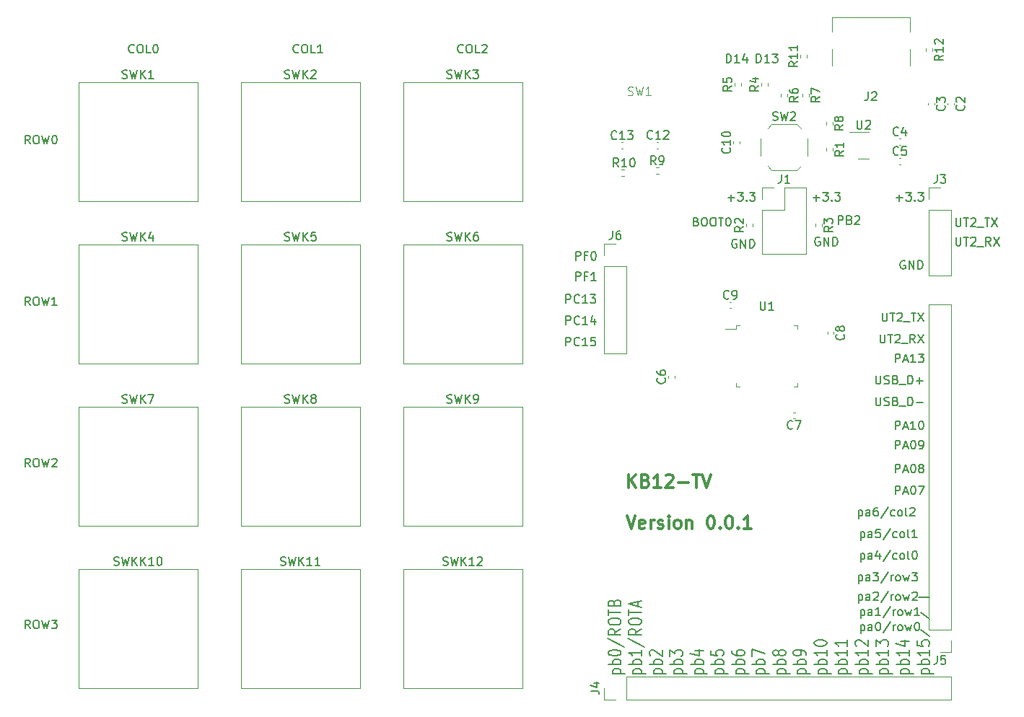
<source format=gbr>
%TF.GenerationSoftware,KiCad,Pcbnew,7.0.6-7.0.6~ubuntu20.04.1*%
%TF.CreationDate,2023-09-11T17:25:35+08:00*%
%TF.ProjectId,pro72,70726f37-322e-46b6-9963-61645f706362,rev?*%
%TF.SameCoordinates,Original*%
%TF.FileFunction,Legend,Top*%
%TF.FilePolarity,Positive*%
%FSLAX46Y46*%
G04 Gerber Fmt 4.6, Leading zero omitted, Abs format (unit mm)*
G04 Created by KiCad (PCBNEW 7.0.6-7.0.6~ubuntu20.04.1) date 2023-09-11 17:25:35*
%MOMM*%
%LPD*%
G01*
G04 APERTURE LIST*
%ADD10C,0.150000*%
%ADD11C,0.200000*%
%ADD12C,0.300000*%
%ADD13C,0.100000*%
%ADD14C,0.120000*%
G04 APERTURE END LIST*
D10*
X217932000Y-103632000D02*
X219202000Y-103632000D01*
X218186000Y-105410000D02*
X219202000Y-106172000D01*
X218186000Y-107442000D02*
X219202000Y-108204000D01*
X215220779Y-89023819D02*
X215220779Y-88023819D01*
X215220779Y-88023819D02*
X215601731Y-88023819D01*
X215601731Y-88023819D02*
X215696969Y-88071438D01*
X215696969Y-88071438D02*
X215744588Y-88119057D01*
X215744588Y-88119057D02*
X215792207Y-88214295D01*
X215792207Y-88214295D02*
X215792207Y-88357152D01*
X215792207Y-88357152D02*
X215744588Y-88452390D01*
X215744588Y-88452390D02*
X215696969Y-88500009D01*
X215696969Y-88500009D02*
X215601731Y-88547628D01*
X215601731Y-88547628D02*
X215220779Y-88547628D01*
X216173160Y-88738104D02*
X216649350Y-88738104D01*
X216077922Y-89023819D02*
X216411255Y-88023819D01*
X216411255Y-88023819D02*
X216744588Y-89023819D01*
X217268398Y-88023819D02*
X217363636Y-88023819D01*
X217363636Y-88023819D02*
X217458874Y-88071438D01*
X217458874Y-88071438D02*
X217506493Y-88119057D01*
X217506493Y-88119057D02*
X217554112Y-88214295D01*
X217554112Y-88214295D02*
X217601731Y-88404771D01*
X217601731Y-88404771D02*
X217601731Y-88642866D01*
X217601731Y-88642866D02*
X217554112Y-88833342D01*
X217554112Y-88833342D02*
X217506493Y-88928580D01*
X217506493Y-88928580D02*
X217458874Y-88976200D01*
X217458874Y-88976200D02*
X217363636Y-89023819D01*
X217363636Y-89023819D02*
X217268398Y-89023819D01*
X217268398Y-89023819D02*
X217173160Y-88976200D01*
X217173160Y-88976200D02*
X217125541Y-88928580D01*
X217125541Y-88928580D02*
X217077922Y-88833342D01*
X217077922Y-88833342D02*
X217030303Y-88642866D01*
X217030303Y-88642866D02*
X217030303Y-88404771D01*
X217030303Y-88404771D02*
X217077922Y-88214295D01*
X217077922Y-88214295D02*
X217125541Y-88119057D01*
X217125541Y-88119057D02*
X217173160Y-88071438D01*
X217173160Y-88071438D02*
X217268398Y-88023819D01*
X218173160Y-88452390D02*
X218077922Y-88404771D01*
X218077922Y-88404771D02*
X218030303Y-88357152D01*
X218030303Y-88357152D02*
X217982684Y-88261914D01*
X217982684Y-88261914D02*
X217982684Y-88214295D01*
X217982684Y-88214295D02*
X218030303Y-88119057D01*
X218030303Y-88119057D02*
X218077922Y-88071438D01*
X218077922Y-88071438D02*
X218173160Y-88023819D01*
X218173160Y-88023819D02*
X218363636Y-88023819D01*
X218363636Y-88023819D02*
X218458874Y-88071438D01*
X218458874Y-88071438D02*
X218506493Y-88119057D01*
X218506493Y-88119057D02*
X218554112Y-88214295D01*
X218554112Y-88214295D02*
X218554112Y-88261914D01*
X218554112Y-88261914D02*
X218506493Y-88357152D01*
X218506493Y-88357152D02*
X218458874Y-88404771D01*
X218458874Y-88404771D02*
X218363636Y-88452390D01*
X218363636Y-88452390D02*
X218173160Y-88452390D01*
X218173160Y-88452390D02*
X218077922Y-88500009D01*
X218077922Y-88500009D02*
X218030303Y-88547628D01*
X218030303Y-88547628D02*
X217982684Y-88642866D01*
X217982684Y-88642866D02*
X217982684Y-88833342D01*
X217982684Y-88833342D02*
X218030303Y-88928580D01*
X218030303Y-88928580D02*
X218077922Y-88976200D01*
X218077922Y-88976200D02*
X218173160Y-89023819D01*
X218173160Y-89023819D02*
X218363636Y-89023819D01*
X218363636Y-89023819D02*
X218458874Y-88976200D01*
X218458874Y-88976200D02*
X218506493Y-88928580D01*
X218506493Y-88928580D02*
X218554112Y-88833342D01*
X218554112Y-88833342D02*
X218554112Y-88642866D01*
X218554112Y-88642866D02*
X218506493Y-88547628D01*
X218506493Y-88547628D02*
X218458874Y-88500009D01*
X218458874Y-88500009D02*
X218363636Y-88452390D01*
X210902779Y-93437152D02*
X210902779Y-94437152D01*
X210902779Y-93484771D02*
X210998017Y-93437152D01*
X210998017Y-93437152D02*
X211188493Y-93437152D01*
X211188493Y-93437152D02*
X211283731Y-93484771D01*
X211283731Y-93484771D02*
X211331350Y-93532390D01*
X211331350Y-93532390D02*
X211378969Y-93627628D01*
X211378969Y-93627628D02*
X211378969Y-93913342D01*
X211378969Y-93913342D02*
X211331350Y-94008580D01*
X211331350Y-94008580D02*
X211283731Y-94056200D01*
X211283731Y-94056200D02*
X211188493Y-94103819D01*
X211188493Y-94103819D02*
X210998017Y-94103819D01*
X210998017Y-94103819D02*
X210902779Y-94056200D01*
X212236112Y-94103819D02*
X212236112Y-93580009D01*
X212236112Y-93580009D02*
X212188493Y-93484771D01*
X212188493Y-93484771D02*
X212093255Y-93437152D01*
X212093255Y-93437152D02*
X211902779Y-93437152D01*
X211902779Y-93437152D02*
X211807541Y-93484771D01*
X212236112Y-94056200D02*
X212140874Y-94103819D01*
X212140874Y-94103819D02*
X211902779Y-94103819D01*
X211902779Y-94103819D02*
X211807541Y-94056200D01*
X211807541Y-94056200D02*
X211759922Y-93960961D01*
X211759922Y-93960961D02*
X211759922Y-93865723D01*
X211759922Y-93865723D02*
X211807541Y-93770485D01*
X211807541Y-93770485D02*
X211902779Y-93722866D01*
X211902779Y-93722866D02*
X212140874Y-93722866D01*
X212140874Y-93722866D02*
X212236112Y-93675247D01*
X213140874Y-93103819D02*
X212950398Y-93103819D01*
X212950398Y-93103819D02*
X212855160Y-93151438D01*
X212855160Y-93151438D02*
X212807541Y-93199057D01*
X212807541Y-93199057D02*
X212712303Y-93341914D01*
X212712303Y-93341914D02*
X212664684Y-93532390D01*
X212664684Y-93532390D02*
X212664684Y-93913342D01*
X212664684Y-93913342D02*
X212712303Y-94008580D01*
X212712303Y-94008580D02*
X212759922Y-94056200D01*
X212759922Y-94056200D02*
X212855160Y-94103819D01*
X212855160Y-94103819D02*
X213045636Y-94103819D01*
X213045636Y-94103819D02*
X213140874Y-94056200D01*
X213140874Y-94056200D02*
X213188493Y-94008580D01*
X213188493Y-94008580D02*
X213236112Y-93913342D01*
X213236112Y-93913342D02*
X213236112Y-93675247D01*
X213236112Y-93675247D02*
X213188493Y-93580009D01*
X213188493Y-93580009D02*
X213140874Y-93532390D01*
X213140874Y-93532390D02*
X213045636Y-93484771D01*
X213045636Y-93484771D02*
X212855160Y-93484771D01*
X212855160Y-93484771D02*
X212759922Y-93532390D01*
X212759922Y-93532390D02*
X212712303Y-93580009D01*
X212712303Y-93580009D02*
X212664684Y-93675247D01*
X214378969Y-93056200D02*
X213521827Y-94341914D01*
X215140874Y-94056200D02*
X215045636Y-94103819D01*
X215045636Y-94103819D02*
X214855160Y-94103819D01*
X214855160Y-94103819D02*
X214759922Y-94056200D01*
X214759922Y-94056200D02*
X214712303Y-94008580D01*
X214712303Y-94008580D02*
X214664684Y-93913342D01*
X214664684Y-93913342D02*
X214664684Y-93627628D01*
X214664684Y-93627628D02*
X214712303Y-93532390D01*
X214712303Y-93532390D02*
X214759922Y-93484771D01*
X214759922Y-93484771D02*
X214855160Y-93437152D01*
X214855160Y-93437152D02*
X215045636Y-93437152D01*
X215045636Y-93437152D02*
X215140874Y-93484771D01*
X215712303Y-94103819D02*
X215617065Y-94056200D01*
X215617065Y-94056200D02*
X215569446Y-94008580D01*
X215569446Y-94008580D02*
X215521827Y-93913342D01*
X215521827Y-93913342D02*
X215521827Y-93627628D01*
X215521827Y-93627628D02*
X215569446Y-93532390D01*
X215569446Y-93532390D02*
X215617065Y-93484771D01*
X215617065Y-93484771D02*
X215712303Y-93437152D01*
X215712303Y-93437152D02*
X215855160Y-93437152D01*
X215855160Y-93437152D02*
X215950398Y-93484771D01*
X215950398Y-93484771D02*
X215998017Y-93532390D01*
X215998017Y-93532390D02*
X216045636Y-93627628D01*
X216045636Y-93627628D02*
X216045636Y-93913342D01*
X216045636Y-93913342D02*
X215998017Y-94008580D01*
X215998017Y-94008580D02*
X215950398Y-94056200D01*
X215950398Y-94056200D02*
X215855160Y-94103819D01*
X215855160Y-94103819D02*
X215712303Y-94103819D01*
X216617065Y-94103819D02*
X216521827Y-94056200D01*
X216521827Y-94056200D02*
X216474208Y-93960961D01*
X216474208Y-93960961D02*
X216474208Y-93103819D01*
X216950399Y-93199057D02*
X216998018Y-93151438D01*
X216998018Y-93151438D02*
X217093256Y-93103819D01*
X217093256Y-93103819D02*
X217331351Y-93103819D01*
X217331351Y-93103819D02*
X217426589Y-93151438D01*
X217426589Y-93151438D02*
X217474208Y-93199057D01*
X217474208Y-93199057D02*
X217521827Y-93294295D01*
X217521827Y-93294295D02*
X217521827Y-93389533D01*
X217521827Y-93389533D02*
X217474208Y-93532390D01*
X217474208Y-93532390D02*
X216902780Y-94103819D01*
X216902780Y-94103819D02*
X217521827Y-94103819D01*
D11*
X113717101Y-107309219D02*
X113383768Y-106833028D01*
X113145673Y-107309219D02*
X113145673Y-106309219D01*
X113145673Y-106309219D02*
X113526625Y-106309219D01*
X113526625Y-106309219D02*
X113621863Y-106356838D01*
X113621863Y-106356838D02*
X113669482Y-106404457D01*
X113669482Y-106404457D02*
X113717101Y-106499695D01*
X113717101Y-106499695D02*
X113717101Y-106642552D01*
X113717101Y-106642552D02*
X113669482Y-106737790D01*
X113669482Y-106737790D02*
X113621863Y-106785409D01*
X113621863Y-106785409D02*
X113526625Y-106833028D01*
X113526625Y-106833028D02*
X113145673Y-106833028D01*
X114336149Y-106309219D02*
X114526625Y-106309219D01*
X114526625Y-106309219D02*
X114621863Y-106356838D01*
X114621863Y-106356838D02*
X114717101Y-106452076D01*
X114717101Y-106452076D02*
X114764720Y-106642552D01*
X114764720Y-106642552D02*
X114764720Y-106975885D01*
X114764720Y-106975885D02*
X114717101Y-107166361D01*
X114717101Y-107166361D02*
X114621863Y-107261600D01*
X114621863Y-107261600D02*
X114526625Y-107309219D01*
X114526625Y-107309219D02*
X114336149Y-107309219D01*
X114336149Y-107309219D02*
X114240911Y-107261600D01*
X114240911Y-107261600D02*
X114145673Y-107166361D01*
X114145673Y-107166361D02*
X114098054Y-106975885D01*
X114098054Y-106975885D02*
X114098054Y-106642552D01*
X114098054Y-106642552D02*
X114145673Y-106452076D01*
X114145673Y-106452076D02*
X114240911Y-106356838D01*
X114240911Y-106356838D02*
X114336149Y-106309219D01*
X115098054Y-106309219D02*
X115336149Y-107309219D01*
X115336149Y-107309219D02*
X115526625Y-106594933D01*
X115526625Y-106594933D02*
X115717101Y-107309219D01*
X115717101Y-107309219D02*
X115955197Y-106309219D01*
X116240911Y-106309219D02*
X116859958Y-106309219D01*
X116859958Y-106309219D02*
X116526625Y-106690171D01*
X116526625Y-106690171D02*
X116669482Y-106690171D01*
X116669482Y-106690171D02*
X116764720Y-106737790D01*
X116764720Y-106737790D02*
X116812339Y-106785409D01*
X116812339Y-106785409D02*
X116859958Y-106880647D01*
X116859958Y-106880647D02*
X116859958Y-107118742D01*
X116859958Y-107118742D02*
X116812339Y-107213980D01*
X116812339Y-107213980D02*
X116764720Y-107261600D01*
X116764720Y-107261600D02*
X116669482Y-107309219D01*
X116669482Y-107309219D02*
X116383768Y-107309219D01*
X116383768Y-107309219D02*
X116288530Y-107261600D01*
X116288530Y-107261600D02*
X116240911Y-107213980D01*
D10*
X215336779Y-56738866D02*
X216098684Y-56738866D01*
X215717731Y-57119819D02*
X215717731Y-56357914D01*
X216479636Y-56119819D02*
X217098683Y-56119819D01*
X217098683Y-56119819D02*
X216765350Y-56500771D01*
X216765350Y-56500771D02*
X216908207Y-56500771D01*
X216908207Y-56500771D02*
X217003445Y-56548390D01*
X217003445Y-56548390D02*
X217051064Y-56596009D01*
X217051064Y-56596009D02*
X217098683Y-56691247D01*
X217098683Y-56691247D02*
X217098683Y-56929342D01*
X217098683Y-56929342D02*
X217051064Y-57024580D01*
X217051064Y-57024580D02*
X217003445Y-57072200D01*
X217003445Y-57072200D02*
X216908207Y-57119819D01*
X216908207Y-57119819D02*
X216622493Y-57119819D01*
X216622493Y-57119819D02*
X216527255Y-57072200D01*
X216527255Y-57072200D02*
X216479636Y-57024580D01*
X217527255Y-57024580D02*
X217574874Y-57072200D01*
X217574874Y-57072200D02*
X217527255Y-57119819D01*
X217527255Y-57119819D02*
X217479636Y-57072200D01*
X217479636Y-57072200D02*
X217527255Y-57024580D01*
X217527255Y-57024580D02*
X217527255Y-57119819D01*
X217908207Y-56119819D02*
X218527254Y-56119819D01*
X218527254Y-56119819D02*
X218193921Y-56500771D01*
X218193921Y-56500771D02*
X218336778Y-56500771D01*
X218336778Y-56500771D02*
X218432016Y-56548390D01*
X218432016Y-56548390D02*
X218479635Y-56596009D01*
X218479635Y-56596009D02*
X218527254Y-56691247D01*
X218527254Y-56691247D02*
X218527254Y-56929342D01*
X218527254Y-56929342D02*
X218479635Y-57024580D01*
X218479635Y-57024580D02*
X218432016Y-57072200D01*
X218432016Y-57072200D02*
X218336778Y-57119819D01*
X218336778Y-57119819D02*
X218051064Y-57119819D01*
X218051064Y-57119819D02*
X217955826Y-57072200D01*
X217955826Y-57072200D02*
X217908207Y-57024580D01*
X210902779Y-101057152D02*
X210902779Y-102057152D01*
X210902779Y-101104771D02*
X210998017Y-101057152D01*
X210998017Y-101057152D02*
X211188493Y-101057152D01*
X211188493Y-101057152D02*
X211283731Y-101104771D01*
X211283731Y-101104771D02*
X211331350Y-101152390D01*
X211331350Y-101152390D02*
X211378969Y-101247628D01*
X211378969Y-101247628D02*
X211378969Y-101533342D01*
X211378969Y-101533342D02*
X211331350Y-101628580D01*
X211331350Y-101628580D02*
X211283731Y-101676200D01*
X211283731Y-101676200D02*
X211188493Y-101723819D01*
X211188493Y-101723819D02*
X210998017Y-101723819D01*
X210998017Y-101723819D02*
X210902779Y-101676200D01*
X212236112Y-101723819D02*
X212236112Y-101200009D01*
X212236112Y-101200009D02*
X212188493Y-101104771D01*
X212188493Y-101104771D02*
X212093255Y-101057152D01*
X212093255Y-101057152D02*
X211902779Y-101057152D01*
X211902779Y-101057152D02*
X211807541Y-101104771D01*
X212236112Y-101676200D02*
X212140874Y-101723819D01*
X212140874Y-101723819D02*
X211902779Y-101723819D01*
X211902779Y-101723819D02*
X211807541Y-101676200D01*
X211807541Y-101676200D02*
X211759922Y-101580961D01*
X211759922Y-101580961D02*
X211759922Y-101485723D01*
X211759922Y-101485723D02*
X211807541Y-101390485D01*
X211807541Y-101390485D02*
X211902779Y-101342866D01*
X211902779Y-101342866D02*
X212140874Y-101342866D01*
X212140874Y-101342866D02*
X212236112Y-101295247D01*
X212617065Y-100723819D02*
X213236112Y-100723819D01*
X213236112Y-100723819D02*
X212902779Y-101104771D01*
X212902779Y-101104771D02*
X213045636Y-101104771D01*
X213045636Y-101104771D02*
X213140874Y-101152390D01*
X213140874Y-101152390D02*
X213188493Y-101200009D01*
X213188493Y-101200009D02*
X213236112Y-101295247D01*
X213236112Y-101295247D02*
X213236112Y-101533342D01*
X213236112Y-101533342D02*
X213188493Y-101628580D01*
X213188493Y-101628580D02*
X213140874Y-101676200D01*
X213140874Y-101676200D02*
X213045636Y-101723819D01*
X213045636Y-101723819D02*
X212759922Y-101723819D01*
X212759922Y-101723819D02*
X212664684Y-101676200D01*
X212664684Y-101676200D02*
X212617065Y-101628580D01*
X214378969Y-100676200D02*
X213521827Y-101961914D01*
X214712303Y-101723819D02*
X214712303Y-101057152D01*
X214712303Y-101247628D02*
X214759922Y-101152390D01*
X214759922Y-101152390D02*
X214807541Y-101104771D01*
X214807541Y-101104771D02*
X214902779Y-101057152D01*
X214902779Y-101057152D02*
X214998017Y-101057152D01*
X215474208Y-101723819D02*
X215378970Y-101676200D01*
X215378970Y-101676200D02*
X215331351Y-101628580D01*
X215331351Y-101628580D02*
X215283732Y-101533342D01*
X215283732Y-101533342D02*
X215283732Y-101247628D01*
X215283732Y-101247628D02*
X215331351Y-101152390D01*
X215331351Y-101152390D02*
X215378970Y-101104771D01*
X215378970Y-101104771D02*
X215474208Y-101057152D01*
X215474208Y-101057152D02*
X215617065Y-101057152D01*
X215617065Y-101057152D02*
X215712303Y-101104771D01*
X215712303Y-101104771D02*
X215759922Y-101152390D01*
X215759922Y-101152390D02*
X215807541Y-101247628D01*
X215807541Y-101247628D02*
X215807541Y-101533342D01*
X215807541Y-101533342D02*
X215759922Y-101628580D01*
X215759922Y-101628580D02*
X215712303Y-101676200D01*
X215712303Y-101676200D02*
X215617065Y-101723819D01*
X215617065Y-101723819D02*
X215474208Y-101723819D01*
X216140875Y-101057152D02*
X216331351Y-101723819D01*
X216331351Y-101723819D02*
X216521827Y-101247628D01*
X216521827Y-101247628D02*
X216712303Y-101723819D01*
X216712303Y-101723819D02*
X216902779Y-101057152D01*
X217188494Y-100723819D02*
X217807541Y-100723819D01*
X217807541Y-100723819D02*
X217474208Y-101104771D01*
X217474208Y-101104771D02*
X217617065Y-101104771D01*
X217617065Y-101104771D02*
X217712303Y-101152390D01*
X217712303Y-101152390D02*
X217759922Y-101200009D01*
X217759922Y-101200009D02*
X217807541Y-101295247D01*
X217807541Y-101295247D02*
X217807541Y-101533342D01*
X217807541Y-101533342D02*
X217759922Y-101628580D01*
X217759922Y-101628580D02*
X217712303Y-101676200D01*
X217712303Y-101676200D02*
X217617065Y-101723819D01*
X217617065Y-101723819D02*
X217331351Y-101723819D01*
X217331351Y-101723819D02*
X217236113Y-101676200D01*
X217236113Y-101676200D02*
X217188494Y-101628580D01*
X213442779Y-72783819D02*
X213442779Y-73593342D01*
X213442779Y-73593342D02*
X213490398Y-73688580D01*
X213490398Y-73688580D02*
X213538017Y-73736200D01*
X213538017Y-73736200D02*
X213633255Y-73783819D01*
X213633255Y-73783819D02*
X213823731Y-73783819D01*
X213823731Y-73783819D02*
X213918969Y-73736200D01*
X213918969Y-73736200D02*
X213966588Y-73688580D01*
X213966588Y-73688580D02*
X214014207Y-73593342D01*
X214014207Y-73593342D02*
X214014207Y-72783819D01*
X214347541Y-72783819D02*
X214918969Y-72783819D01*
X214633255Y-73783819D02*
X214633255Y-72783819D01*
X215204684Y-72879057D02*
X215252303Y-72831438D01*
X215252303Y-72831438D02*
X215347541Y-72783819D01*
X215347541Y-72783819D02*
X215585636Y-72783819D01*
X215585636Y-72783819D02*
X215680874Y-72831438D01*
X215680874Y-72831438D02*
X215728493Y-72879057D01*
X215728493Y-72879057D02*
X215776112Y-72974295D01*
X215776112Y-72974295D02*
X215776112Y-73069533D01*
X215776112Y-73069533D02*
X215728493Y-73212390D01*
X215728493Y-73212390D02*
X215157065Y-73783819D01*
X215157065Y-73783819D02*
X215776112Y-73783819D01*
X215966589Y-73879057D02*
X216728493Y-73879057D01*
X217538017Y-73783819D02*
X217204684Y-73307628D01*
X216966589Y-73783819D02*
X216966589Y-72783819D01*
X216966589Y-72783819D02*
X217347541Y-72783819D01*
X217347541Y-72783819D02*
X217442779Y-72831438D01*
X217442779Y-72831438D02*
X217490398Y-72879057D01*
X217490398Y-72879057D02*
X217538017Y-72974295D01*
X217538017Y-72974295D02*
X217538017Y-73117152D01*
X217538017Y-73117152D02*
X217490398Y-73212390D01*
X217490398Y-73212390D02*
X217442779Y-73260009D01*
X217442779Y-73260009D02*
X217347541Y-73307628D01*
X217347541Y-73307628D02*
X216966589Y-73307628D01*
X217871351Y-72783819D02*
X218538017Y-73783819D01*
X218538017Y-72783819D02*
X217871351Y-73783819D01*
X213696779Y-70243819D02*
X213696779Y-71053342D01*
X213696779Y-71053342D02*
X213744398Y-71148580D01*
X213744398Y-71148580D02*
X213792017Y-71196200D01*
X213792017Y-71196200D02*
X213887255Y-71243819D01*
X213887255Y-71243819D02*
X214077731Y-71243819D01*
X214077731Y-71243819D02*
X214172969Y-71196200D01*
X214172969Y-71196200D02*
X214220588Y-71148580D01*
X214220588Y-71148580D02*
X214268207Y-71053342D01*
X214268207Y-71053342D02*
X214268207Y-70243819D01*
X214601541Y-70243819D02*
X215172969Y-70243819D01*
X214887255Y-71243819D02*
X214887255Y-70243819D01*
X215458684Y-70339057D02*
X215506303Y-70291438D01*
X215506303Y-70291438D02*
X215601541Y-70243819D01*
X215601541Y-70243819D02*
X215839636Y-70243819D01*
X215839636Y-70243819D02*
X215934874Y-70291438D01*
X215934874Y-70291438D02*
X215982493Y-70339057D01*
X215982493Y-70339057D02*
X216030112Y-70434295D01*
X216030112Y-70434295D02*
X216030112Y-70529533D01*
X216030112Y-70529533D02*
X215982493Y-70672390D01*
X215982493Y-70672390D02*
X215411065Y-71243819D01*
X215411065Y-71243819D02*
X216030112Y-71243819D01*
X216220589Y-71339057D02*
X216982493Y-71339057D01*
X217077732Y-70243819D02*
X217649160Y-70243819D01*
X217363446Y-71243819D02*
X217363446Y-70243819D01*
X217887256Y-70243819D02*
X218553922Y-71243819D01*
X218553922Y-70243819D02*
X217887256Y-71243819D01*
X177736779Y-66469819D02*
X177736779Y-65469819D01*
X177736779Y-65469819D02*
X178117731Y-65469819D01*
X178117731Y-65469819D02*
X178212969Y-65517438D01*
X178212969Y-65517438D02*
X178260588Y-65565057D01*
X178260588Y-65565057D02*
X178308207Y-65660295D01*
X178308207Y-65660295D02*
X178308207Y-65803152D01*
X178308207Y-65803152D02*
X178260588Y-65898390D01*
X178260588Y-65898390D02*
X178212969Y-65946009D01*
X178212969Y-65946009D02*
X178117731Y-65993628D01*
X178117731Y-65993628D02*
X177736779Y-65993628D01*
X179070112Y-65946009D02*
X178736779Y-65946009D01*
X178736779Y-66469819D02*
X178736779Y-65469819D01*
X178736779Y-65469819D02*
X179212969Y-65469819D01*
X180117731Y-66469819D02*
X179546303Y-66469819D01*
X179832017Y-66469819D02*
X179832017Y-65469819D01*
X179832017Y-65469819D02*
X179736779Y-65612676D01*
X179736779Y-65612676D02*
X179641541Y-65707914D01*
X179641541Y-65707914D02*
X179546303Y-65755533D01*
X216360588Y-64167438D02*
X216265350Y-64119819D01*
X216265350Y-64119819D02*
X216122493Y-64119819D01*
X216122493Y-64119819D02*
X215979636Y-64167438D01*
X215979636Y-64167438D02*
X215884398Y-64262676D01*
X215884398Y-64262676D02*
X215836779Y-64357914D01*
X215836779Y-64357914D02*
X215789160Y-64548390D01*
X215789160Y-64548390D02*
X215789160Y-64691247D01*
X215789160Y-64691247D02*
X215836779Y-64881723D01*
X215836779Y-64881723D02*
X215884398Y-64976961D01*
X215884398Y-64976961D02*
X215979636Y-65072200D01*
X215979636Y-65072200D02*
X216122493Y-65119819D01*
X216122493Y-65119819D02*
X216217731Y-65119819D01*
X216217731Y-65119819D02*
X216360588Y-65072200D01*
X216360588Y-65072200D02*
X216408207Y-65024580D01*
X216408207Y-65024580D02*
X216408207Y-64691247D01*
X216408207Y-64691247D02*
X216217731Y-64691247D01*
X216836779Y-65119819D02*
X216836779Y-64119819D01*
X216836779Y-64119819D02*
X217408207Y-65119819D01*
X217408207Y-65119819D02*
X217408207Y-64119819D01*
X217884398Y-65119819D02*
X217884398Y-64119819D01*
X217884398Y-64119819D02*
X218122493Y-64119819D01*
X218122493Y-64119819D02*
X218265350Y-64167438D01*
X218265350Y-64167438D02*
X218360588Y-64262676D01*
X218360588Y-64262676D02*
X218408207Y-64357914D01*
X218408207Y-64357914D02*
X218455826Y-64548390D01*
X218455826Y-64548390D02*
X218455826Y-64691247D01*
X218455826Y-64691247D02*
X218408207Y-64881723D01*
X218408207Y-64881723D02*
X218360588Y-64976961D01*
X218360588Y-64976961D02*
X218265350Y-65072200D01*
X218265350Y-65072200D02*
X218122493Y-65119819D01*
X218122493Y-65119819D02*
X217884398Y-65119819D01*
X215220779Y-83943819D02*
X215220779Y-82943819D01*
X215220779Y-82943819D02*
X215601731Y-82943819D01*
X215601731Y-82943819D02*
X215696969Y-82991438D01*
X215696969Y-82991438D02*
X215744588Y-83039057D01*
X215744588Y-83039057D02*
X215792207Y-83134295D01*
X215792207Y-83134295D02*
X215792207Y-83277152D01*
X215792207Y-83277152D02*
X215744588Y-83372390D01*
X215744588Y-83372390D02*
X215696969Y-83420009D01*
X215696969Y-83420009D02*
X215601731Y-83467628D01*
X215601731Y-83467628D02*
X215220779Y-83467628D01*
X216173160Y-83658104D02*
X216649350Y-83658104D01*
X216077922Y-83943819D02*
X216411255Y-82943819D01*
X216411255Y-82943819D02*
X216744588Y-83943819D01*
X217601731Y-83943819D02*
X217030303Y-83943819D01*
X217316017Y-83943819D02*
X217316017Y-82943819D01*
X217316017Y-82943819D02*
X217220779Y-83086676D01*
X217220779Y-83086676D02*
X217125541Y-83181914D01*
X217125541Y-83181914D02*
X217030303Y-83229533D01*
X218220779Y-82943819D02*
X218316017Y-82943819D01*
X218316017Y-82943819D02*
X218411255Y-82991438D01*
X218411255Y-82991438D02*
X218458874Y-83039057D01*
X218458874Y-83039057D02*
X218506493Y-83134295D01*
X218506493Y-83134295D02*
X218554112Y-83324771D01*
X218554112Y-83324771D02*
X218554112Y-83562866D01*
X218554112Y-83562866D02*
X218506493Y-83753342D01*
X218506493Y-83753342D02*
X218458874Y-83848580D01*
X218458874Y-83848580D02*
X218411255Y-83896200D01*
X218411255Y-83896200D02*
X218316017Y-83943819D01*
X218316017Y-83943819D02*
X218220779Y-83943819D01*
X218220779Y-83943819D02*
X218125541Y-83896200D01*
X218125541Y-83896200D02*
X218077922Y-83848580D01*
X218077922Y-83848580D02*
X218030303Y-83753342D01*
X218030303Y-83753342D02*
X217982684Y-83562866D01*
X217982684Y-83562866D02*
X217982684Y-83324771D01*
X217982684Y-83324771D02*
X218030303Y-83134295D01*
X218030303Y-83134295D02*
X218077922Y-83039057D01*
X218077922Y-83039057D02*
X218125541Y-82991438D01*
X218125541Y-82991438D02*
X218220779Y-82943819D01*
X205586779Y-56738866D02*
X206348684Y-56738866D01*
X205967731Y-57119819D02*
X205967731Y-56357914D01*
X206729636Y-56119819D02*
X207348683Y-56119819D01*
X207348683Y-56119819D02*
X207015350Y-56500771D01*
X207015350Y-56500771D02*
X207158207Y-56500771D01*
X207158207Y-56500771D02*
X207253445Y-56548390D01*
X207253445Y-56548390D02*
X207301064Y-56596009D01*
X207301064Y-56596009D02*
X207348683Y-56691247D01*
X207348683Y-56691247D02*
X207348683Y-56929342D01*
X207348683Y-56929342D02*
X207301064Y-57024580D01*
X207301064Y-57024580D02*
X207253445Y-57072200D01*
X207253445Y-57072200D02*
X207158207Y-57119819D01*
X207158207Y-57119819D02*
X206872493Y-57119819D01*
X206872493Y-57119819D02*
X206777255Y-57072200D01*
X206777255Y-57072200D02*
X206729636Y-57024580D01*
X207777255Y-57024580D02*
X207824874Y-57072200D01*
X207824874Y-57072200D02*
X207777255Y-57119819D01*
X207777255Y-57119819D02*
X207729636Y-57072200D01*
X207729636Y-57072200D02*
X207777255Y-57024580D01*
X207777255Y-57024580D02*
X207777255Y-57119819D01*
X208158207Y-56119819D02*
X208777254Y-56119819D01*
X208777254Y-56119819D02*
X208443921Y-56500771D01*
X208443921Y-56500771D02*
X208586778Y-56500771D01*
X208586778Y-56500771D02*
X208682016Y-56548390D01*
X208682016Y-56548390D02*
X208729635Y-56596009D01*
X208729635Y-56596009D02*
X208777254Y-56691247D01*
X208777254Y-56691247D02*
X208777254Y-56929342D01*
X208777254Y-56929342D02*
X208729635Y-57024580D01*
X208729635Y-57024580D02*
X208682016Y-57072200D01*
X208682016Y-57072200D02*
X208586778Y-57119819D01*
X208586778Y-57119819D02*
X208301064Y-57119819D01*
X208301064Y-57119819D02*
X208205826Y-57072200D01*
X208205826Y-57072200D02*
X208158207Y-57024580D01*
X206360588Y-61417438D02*
X206265350Y-61369819D01*
X206265350Y-61369819D02*
X206122493Y-61369819D01*
X206122493Y-61369819D02*
X205979636Y-61417438D01*
X205979636Y-61417438D02*
X205884398Y-61512676D01*
X205884398Y-61512676D02*
X205836779Y-61607914D01*
X205836779Y-61607914D02*
X205789160Y-61798390D01*
X205789160Y-61798390D02*
X205789160Y-61941247D01*
X205789160Y-61941247D02*
X205836779Y-62131723D01*
X205836779Y-62131723D02*
X205884398Y-62226961D01*
X205884398Y-62226961D02*
X205979636Y-62322200D01*
X205979636Y-62322200D02*
X206122493Y-62369819D01*
X206122493Y-62369819D02*
X206217731Y-62369819D01*
X206217731Y-62369819D02*
X206360588Y-62322200D01*
X206360588Y-62322200D02*
X206408207Y-62274580D01*
X206408207Y-62274580D02*
X206408207Y-61941247D01*
X206408207Y-61941247D02*
X206217731Y-61941247D01*
X206836779Y-62369819D02*
X206836779Y-61369819D01*
X206836779Y-61369819D02*
X207408207Y-62369819D01*
X207408207Y-62369819D02*
X207408207Y-61369819D01*
X207884398Y-62369819D02*
X207884398Y-61369819D01*
X207884398Y-61369819D02*
X208122493Y-61369819D01*
X208122493Y-61369819D02*
X208265350Y-61417438D01*
X208265350Y-61417438D02*
X208360588Y-61512676D01*
X208360588Y-61512676D02*
X208408207Y-61607914D01*
X208408207Y-61607914D02*
X208455826Y-61798390D01*
X208455826Y-61798390D02*
X208455826Y-61941247D01*
X208455826Y-61941247D02*
X208408207Y-62131723D01*
X208408207Y-62131723D02*
X208360588Y-62226961D01*
X208360588Y-62226961D02*
X208265350Y-62322200D01*
X208265350Y-62322200D02*
X208122493Y-62369819D01*
X208122493Y-62369819D02*
X207884398Y-62369819D01*
X176586779Y-74119819D02*
X176586779Y-73119819D01*
X176586779Y-73119819D02*
X176967731Y-73119819D01*
X176967731Y-73119819D02*
X177062969Y-73167438D01*
X177062969Y-73167438D02*
X177110588Y-73215057D01*
X177110588Y-73215057D02*
X177158207Y-73310295D01*
X177158207Y-73310295D02*
X177158207Y-73453152D01*
X177158207Y-73453152D02*
X177110588Y-73548390D01*
X177110588Y-73548390D02*
X177062969Y-73596009D01*
X177062969Y-73596009D02*
X176967731Y-73643628D01*
X176967731Y-73643628D02*
X176586779Y-73643628D01*
X178158207Y-74024580D02*
X178110588Y-74072200D01*
X178110588Y-74072200D02*
X177967731Y-74119819D01*
X177967731Y-74119819D02*
X177872493Y-74119819D01*
X177872493Y-74119819D02*
X177729636Y-74072200D01*
X177729636Y-74072200D02*
X177634398Y-73976961D01*
X177634398Y-73976961D02*
X177586779Y-73881723D01*
X177586779Y-73881723D02*
X177539160Y-73691247D01*
X177539160Y-73691247D02*
X177539160Y-73548390D01*
X177539160Y-73548390D02*
X177586779Y-73357914D01*
X177586779Y-73357914D02*
X177634398Y-73262676D01*
X177634398Y-73262676D02*
X177729636Y-73167438D01*
X177729636Y-73167438D02*
X177872493Y-73119819D01*
X177872493Y-73119819D02*
X177967731Y-73119819D01*
X177967731Y-73119819D02*
X178110588Y-73167438D01*
X178110588Y-73167438D02*
X178158207Y-73215057D01*
X179110588Y-74119819D02*
X178539160Y-74119819D01*
X178824874Y-74119819D02*
X178824874Y-73119819D01*
X178824874Y-73119819D02*
X178729636Y-73262676D01*
X178729636Y-73262676D02*
X178634398Y-73357914D01*
X178634398Y-73357914D02*
X178539160Y-73405533D01*
X180015350Y-73119819D02*
X179539160Y-73119819D01*
X179539160Y-73119819D02*
X179491541Y-73596009D01*
X179491541Y-73596009D02*
X179539160Y-73548390D01*
X179539160Y-73548390D02*
X179634398Y-73500771D01*
X179634398Y-73500771D02*
X179872493Y-73500771D01*
X179872493Y-73500771D02*
X179967731Y-73548390D01*
X179967731Y-73548390D02*
X180015350Y-73596009D01*
X180015350Y-73596009D02*
X180062969Y-73691247D01*
X180062969Y-73691247D02*
X180062969Y-73929342D01*
X180062969Y-73929342D02*
X180015350Y-74024580D01*
X180015350Y-74024580D02*
X179967731Y-74072200D01*
X179967731Y-74072200D02*
X179872493Y-74119819D01*
X179872493Y-74119819D02*
X179634398Y-74119819D01*
X179634398Y-74119819D02*
X179539160Y-74072200D01*
X179539160Y-74072200D02*
X179491541Y-74024580D01*
X215220779Y-86229819D02*
X215220779Y-85229819D01*
X215220779Y-85229819D02*
X215601731Y-85229819D01*
X215601731Y-85229819D02*
X215696969Y-85277438D01*
X215696969Y-85277438D02*
X215744588Y-85325057D01*
X215744588Y-85325057D02*
X215792207Y-85420295D01*
X215792207Y-85420295D02*
X215792207Y-85563152D01*
X215792207Y-85563152D02*
X215744588Y-85658390D01*
X215744588Y-85658390D02*
X215696969Y-85706009D01*
X215696969Y-85706009D02*
X215601731Y-85753628D01*
X215601731Y-85753628D02*
X215220779Y-85753628D01*
X216173160Y-85944104D02*
X216649350Y-85944104D01*
X216077922Y-86229819D02*
X216411255Y-85229819D01*
X216411255Y-85229819D02*
X216744588Y-86229819D01*
X217268398Y-85229819D02*
X217363636Y-85229819D01*
X217363636Y-85229819D02*
X217458874Y-85277438D01*
X217458874Y-85277438D02*
X217506493Y-85325057D01*
X217506493Y-85325057D02*
X217554112Y-85420295D01*
X217554112Y-85420295D02*
X217601731Y-85610771D01*
X217601731Y-85610771D02*
X217601731Y-85848866D01*
X217601731Y-85848866D02*
X217554112Y-86039342D01*
X217554112Y-86039342D02*
X217506493Y-86134580D01*
X217506493Y-86134580D02*
X217458874Y-86182200D01*
X217458874Y-86182200D02*
X217363636Y-86229819D01*
X217363636Y-86229819D02*
X217268398Y-86229819D01*
X217268398Y-86229819D02*
X217173160Y-86182200D01*
X217173160Y-86182200D02*
X217125541Y-86134580D01*
X217125541Y-86134580D02*
X217077922Y-86039342D01*
X217077922Y-86039342D02*
X217030303Y-85848866D01*
X217030303Y-85848866D02*
X217030303Y-85610771D01*
X217030303Y-85610771D02*
X217077922Y-85420295D01*
X217077922Y-85420295D02*
X217125541Y-85325057D01*
X217125541Y-85325057D02*
X217173160Y-85277438D01*
X217173160Y-85277438D02*
X217268398Y-85229819D01*
X218077922Y-86229819D02*
X218268398Y-86229819D01*
X218268398Y-86229819D02*
X218363636Y-86182200D01*
X218363636Y-86182200D02*
X218411255Y-86134580D01*
X218411255Y-86134580D02*
X218506493Y-85991723D01*
X218506493Y-85991723D02*
X218554112Y-85801247D01*
X218554112Y-85801247D02*
X218554112Y-85420295D01*
X218554112Y-85420295D02*
X218506493Y-85325057D01*
X218506493Y-85325057D02*
X218458874Y-85277438D01*
X218458874Y-85277438D02*
X218363636Y-85229819D01*
X218363636Y-85229819D02*
X218173160Y-85229819D01*
X218173160Y-85229819D02*
X218077922Y-85277438D01*
X218077922Y-85277438D02*
X218030303Y-85325057D01*
X218030303Y-85325057D02*
X217982684Y-85420295D01*
X217982684Y-85420295D02*
X217982684Y-85658390D01*
X217982684Y-85658390D02*
X218030303Y-85753628D01*
X218030303Y-85753628D02*
X218077922Y-85801247D01*
X218077922Y-85801247D02*
X218173160Y-85848866D01*
X218173160Y-85848866D02*
X218363636Y-85848866D01*
X218363636Y-85848866D02*
X218458874Y-85801247D01*
X218458874Y-85801247D02*
X218506493Y-85753628D01*
X218506493Y-85753628D02*
X218554112Y-85658390D01*
D12*
X183942510Y-90728828D02*
X183942510Y-89228828D01*
X184799653Y-90728828D02*
X184156796Y-89871685D01*
X184799653Y-89228828D02*
X183942510Y-90085971D01*
X185942510Y-89943114D02*
X186156796Y-90014542D01*
X186156796Y-90014542D02*
X186228225Y-90085971D01*
X186228225Y-90085971D02*
X186299653Y-90228828D01*
X186299653Y-90228828D02*
X186299653Y-90443114D01*
X186299653Y-90443114D02*
X186228225Y-90585971D01*
X186228225Y-90585971D02*
X186156796Y-90657400D01*
X186156796Y-90657400D02*
X186013939Y-90728828D01*
X186013939Y-90728828D02*
X185442510Y-90728828D01*
X185442510Y-90728828D02*
X185442510Y-89228828D01*
X185442510Y-89228828D02*
X185942510Y-89228828D01*
X185942510Y-89228828D02*
X186085368Y-89300257D01*
X186085368Y-89300257D02*
X186156796Y-89371685D01*
X186156796Y-89371685D02*
X186228225Y-89514542D01*
X186228225Y-89514542D02*
X186228225Y-89657400D01*
X186228225Y-89657400D02*
X186156796Y-89800257D01*
X186156796Y-89800257D02*
X186085368Y-89871685D01*
X186085368Y-89871685D02*
X185942510Y-89943114D01*
X185942510Y-89943114D02*
X185442510Y-89943114D01*
X187728225Y-90728828D02*
X186871082Y-90728828D01*
X187299653Y-90728828D02*
X187299653Y-89228828D01*
X187299653Y-89228828D02*
X187156796Y-89443114D01*
X187156796Y-89443114D02*
X187013939Y-89585971D01*
X187013939Y-89585971D02*
X186871082Y-89657400D01*
X188299653Y-89371685D02*
X188371081Y-89300257D01*
X188371081Y-89300257D02*
X188513939Y-89228828D01*
X188513939Y-89228828D02*
X188871081Y-89228828D01*
X188871081Y-89228828D02*
X189013939Y-89300257D01*
X189013939Y-89300257D02*
X189085367Y-89371685D01*
X189085367Y-89371685D02*
X189156796Y-89514542D01*
X189156796Y-89514542D02*
X189156796Y-89657400D01*
X189156796Y-89657400D02*
X189085367Y-89871685D01*
X189085367Y-89871685D02*
X188228224Y-90728828D01*
X188228224Y-90728828D02*
X189156796Y-90728828D01*
X189799652Y-90157400D02*
X190942510Y-90157400D01*
X191442510Y-89228828D02*
X192299653Y-89228828D01*
X191871081Y-90728828D02*
X191871081Y-89228828D01*
X192585367Y-89228828D02*
X193085367Y-90728828D01*
X193085367Y-90728828D02*
X193585367Y-89228828D01*
X183728225Y-94058828D02*
X184228225Y-95558828D01*
X184228225Y-95558828D02*
X184728225Y-94058828D01*
X185799653Y-95487400D02*
X185656796Y-95558828D01*
X185656796Y-95558828D02*
X185371082Y-95558828D01*
X185371082Y-95558828D02*
X185228224Y-95487400D01*
X185228224Y-95487400D02*
X185156796Y-95344542D01*
X185156796Y-95344542D02*
X185156796Y-94773114D01*
X185156796Y-94773114D02*
X185228224Y-94630257D01*
X185228224Y-94630257D02*
X185371082Y-94558828D01*
X185371082Y-94558828D02*
X185656796Y-94558828D01*
X185656796Y-94558828D02*
X185799653Y-94630257D01*
X185799653Y-94630257D02*
X185871082Y-94773114D01*
X185871082Y-94773114D02*
X185871082Y-94915971D01*
X185871082Y-94915971D02*
X185156796Y-95058828D01*
X186513938Y-95558828D02*
X186513938Y-94558828D01*
X186513938Y-94844542D02*
X186585367Y-94701685D01*
X186585367Y-94701685D02*
X186656796Y-94630257D01*
X186656796Y-94630257D02*
X186799653Y-94558828D01*
X186799653Y-94558828D02*
X186942510Y-94558828D01*
X187371081Y-95487400D02*
X187513938Y-95558828D01*
X187513938Y-95558828D02*
X187799652Y-95558828D01*
X187799652Y-95558828D02*
X187942509Y-95487400D01*
X187942509Y-95487400D02*
X188013938Y-95344542D01*
X188013938Y-95344542D02*
X188013938Y-95273114D01*
X188013938Y-95273114D02*
X187942509Y-95130257D01*
X187942509Y-95130257D02*
X187799652Y-95058828D01*
X187799652Y-95058828D02*
X187585367Y-95058828D01*
X187585367Y-95058828D02*
X187442509Y-94987400D01*
X187442509Y-94987400D02*
X187371081Y-94844542D01*
X187371081Y-94844542D02*
X187371081Y-94773114D01*
X187371081Y-94773114D02*
X187442509Y-94630257D01*
X187442509Y-94630257D02*
X187585367Y-94558828D01*
X187585367Y-94558828D02*
X187799652Y-94558828D01*
X187799652Y-94558828D02*
X187942509Y-94630257D01*
X188656795Y-95558828D02*
X188656795Y-94558828D01*
X188656795Y-94058828D02*
X188585367Y-94130257D01*
X188585367Y-94130257D02*
X188656795Y-94201685D01*
X188656795Y-94201685D02*
X188728224Y-94130257D01*
X188728224Y-94130257D02*
X188656795Y-94058828D01*
X188656795Y-94058828D02*
X188656795Y-94201685D01*
X189585367Y-95558828D02*
X189442510Y-95487400D01*
X189442510Y-95487400D02*
X189371081Y-95415971D01*
X189371081Y-95415971D02*
X189299653Y-95273114D01*
X189299653Y-95273114D02*
X189299653Y-94844542D01*
X189299653Y-94844542D02*
X189371081Y-94701685D01*
X189371081Y-94701685D02*
X189442510Y-94630257D01*
X189442510Y-94630257D02*
X189585367Y-94558828D01*
X189585367Y-94558828D02*
X189799653Y-94558828D01*
X189799653Y-94558828D02*
X189942510Y-94630257D01*
X189942510Y-94630257D02*
X190013939Y-94701685D01*
X190013939Y-94701685D02*
X190085367Y-94844542D01*
X190085367Y-94844542D02*
X190085367Y-95273114D01*
X190085367Y-95273114D02*
X190013939Y-95415971D01*
X190013939Y-95415971D02*
X189942510Y-95487400D01*
X189942510Y-95487400D02*
X189799653Y-95558828D01*
X189799653Y-95558828D02*
X189585367Y-95558828D01*
X190728224Y-94558828D02*
X190728224Y-95558828D01*
X190728224Y-94701685D02*
X190799653Y-94630257D01*
X190799653Y-94630257D02*
X190942510Y-94558828D01*
X190942510Y-94558828D02*
X191156796Y-94558828D01*
X191156796Y-94558828D02*
X191299653Y-94630257D01*
X191299653Y-94630257D02*
X191371082Y-94773114D01*
X191371082Y-94773114D02*
X191371082Y-95558828D01*
X193513939Y-94058828D02*
X193656796Y-94058828D01*
X193656796Y-94058828D02*
X193799653Y-94130257D01*
X193799653Y-94130257D02*
X193871082Y-94201685D01*
X193871082Y-94201685D02*
X193942510Y-94344542D01*
X193942510Y-94344542D02*
X194013939Y-94630257D01*
X194013939Y-94630257D02*
X194013939Y-94987400D01*
X194013939Y-94987400D02*
X193942510Y-95273114D01*
X193942510Y-95273114D02*
X193871082Y-95415971D01*
X193871082Y-95415971D02*
X193799653Y-95487400D01*
X193799653Y-95487400D02*
X193656796Y-95558828D01*
X193656796Y-95558828D02*
X193513939Y-95558828D01*
X193513939Y-95558828D02*
X193371082Y-95487400D01*
X193371082Y-95487400D02*
X193299653Y-95415971D01*
X193299653Y-95415971D02*
X193228224Y-95273114D01*
X193228224Y-95273114D02*
X193156796Y-94987400D01*
X193156796Y-94987400D02*
X193156796Y-94630257D01*
X193156796Y-94630257D02*
X193228224Y-94344542D01*
X193228224Y-94344542D02*
X193299653Y-94201685D01*
X193299653Y-94201685D02*
X193371082Y-94130257D01*
X193371082Y-94130257D02*
X193513939Y-94058828D01*
X194656795Y-95415971D02*
X194728224Y-95487400D01*
X194728224Y-95487400D02*
X194656795Y-95558828D01*
X194656795Y-95558828D02*
X194585367Y-95487400D01*
X194585367Y-95487400D02*
X194656795Y-95415971D01*
X194656795Y-95415971D02*
X194656795Y-95558828D01*
X195656796Y-94058828D02*
X195799653Y-94058828D01*
X195799653Y-94058828D02*
X195942510Y-94130257D01*
X195942510Y-94130257D02*
X196013939Y-94201685D01*
X196013939Y-94201685D02*
X196085367Y-94344542D01*
X196085367Y-94344542D02*
X196156796Y-94630257D01*
X196156796Y-94630257D02*
X196156796Y-94987400D01*
X196156796Y-94987400D02*
X196085367Y-95273114D01*
X196085367Y-95273114D02*
X196013939Y-95415971D01*
X196013939Y-95415971D02*
X195942510Y-95487400D01*
X195942510Y-95487400D02*
X195799653Y-95558828D01*
X195799653Y-95558828D02*
X195656796Y-95558828D01*
X195656796Y-95558828D02*
X195513939Y-95487400D01*
X195513939Y-95487400D02*
X195442510Y-95415971D01*
X195442510Y-95415971D02*
X195371081Y-95273114D01*
X195371081Y-95273114D02*
X195299653Y-94987400D01*
X195299653Y-94987400D02*
X195299653Y-94630257D01*
X195299653Y-94630257D02*
X195371081Y-94344542D01*
X195371081Y-94344542D02*
X195442510Y-94201685D01*
X195442510Y-94201685D02*
X195513939Y-94130257D01*
X195513939Y-94130257D02*
X195656796Y-94058828D01*
X196799652Y-95415971D02*
X196871081Y-95487400D01*
X196871081Y-95487400D02*
X196799652Y-95558828D01*
X196799652Y-95558828D02*
X196728224Y-95487400D01*
X196728224Y-95487400D02*
X196799652Y-95415971D01*
X196799652Y-95415971D02*
X196799652Y-95558828D01*
X198299653Y-95558828D02*
X197442510Y-95558828D01*
X197871081Y-95558828D02*
X197871081Y-94058828D01*
X197871081Y-94058828D02*
X197728224Y-94273114D01*
X197728224Y-94273114D02*
X197585367Y-94415971D01*
X197585367Y-94415971D02*
X197442510Y-94487400D01*
D10*
X215220779Y-91563819D02*
X215220779Y-90563819D01*
X215220779Y-90563819D02*
X215601731Y-90563819D01*
X215601731Y-90563819D02*
X215696969Y-90611438D01*
X215696969Y-90611438D02*
X215744588Y-90659057D01*
X215744588Y-90659057D02*
X215792207Y-90754295D01*
X215792207Y-90754295D02*
X215792207Y-90897152D01*
X215792207Y-90897152D02*
X215744588Y-90992390D01*
X215744588Y-90992390D02*
X215696969Y-91040009D01*
X215696969Y-91040009D02*
X215601731Y-91087628D01*
X215601731Y-91087628D02*
X215220779Y-91087628D01*
X216173160Y-91278104D02*
X216649350Y-91278104D01*
X216077922Y-91563819D02*
X216411255Y-90563819D01*
X216411255Y-90563819D02*
X216744588Y-91563819D01*
X217268398Y-90563819D02*
X217363636Y-90563819D01*
X217363636Y-90563819D02*
X217458874Y-90611438D01*
X217458874Y-90611438D02*
X217506493Y-90659057D01*
X217506493Y-90659057D02*
X217554112Y-90754295D01*
X217554112Y-90754295D02*
X217601731Y-90944771D01*
X217601731Y-90944771D02*
X217601731Y-91182866D01*
X217601731Y-91182866D02*
X217554112Y-91373342D01*
X217554112Y-91373342D02*
X217506493Y-91468580D01*
X217506493Y-91468580D02*
X217458874Y-91516200D01*
X217458874Y-91516200D02*
X217363636Y-91563819D01*
X217363636Y-91563819D02*
X217268398Y-91563819D01*
X217268398Y-91563819D02*
X217173160Y-91516200D01*
X217173160Y-91516200D02*
X217125541Y-91468580D01*
X217125541Y-91468580D02*
X217077922Y-91373342D01*
X217077922Y-91373342D02*
X217030303Y-91182866D01*
X217030303Y-91182866D02*
X217030303Y-90944771D01*
X217030303Y-90944771D02*
X217077922Y-90754295D01*
X217077922Y-90754295D02*
X217125541Y-90659057D01*
X217125541Y-90659057D02*
X217173160Y-90611438D01*
X217173160Y-90611438D02*
X217268398Y-90563819D01*
X217935065Y-90563819D02*
X218601731Y-90563819D01*
X218601731Y-90563819D02*
X218173160Y-91563819D01*
X211156779Y-98517152D02*
X211156779Y-99517152D01*
X211156779Y-98564771D02*
X211252017Y-98517152D01*
X211252017Y-98517152D02*
X211442493Y-98517152D01*
X211442493Y-98517152D02*
X211537731Y-98564771D01*
X211537731Y-98564771D02*
X211585350Y-98612390D01*
X211585350Y-98612390D02*
X211632969Y-98707628D01*
X211632969Y-98707628D02*
X211632969Y-98993342D01*
X211632969Y-98993342D02*
X211585350Y-99088580D01*
X211585350Y-99088580D02*
X211537731Y-99136200D01*
X211537731Y-99136200D02*
X211442493Y-99183819D01*
X211442493Y-99183819D02*
X211252017Y-99183819D01*
X211252017Y-99183819D02*
X211156779Y-99136200D01*
X212490112Y-99183819D02*
X212490112Y-98660009D01*
X212490112Y-98660009D02*
X212442493Y-98564771D01*
X212442493Y-98564771D02*
X212347255Y-98517152D01*
X212347255Y-98517152D02*
X212156779Y-98517152D01*
X212156779Y-98517152D02*
X212061541Y-98564771D01*
X212490112Y-99136200D02*
X212394874Y-99183819D01*
X212394874Y-99183819D02*
X212156779Y-99183819D01*
X212156779Y-99183819D02*
X212061541Y-99136200D01*
X212061541Y-99136200D02*
X212013922Y-99040961D01*
X212013922Y-99040961D02*
X212013922Y-98945723D01*
X212013922Y-98945723D02*
X212061541Y-98850485D01*
X212061541Y-98850485D02*
X212156779Y-98802866D01*
X212156779Y-98802866D02*
X212394874Y-98802866D01*
X212394874Y-98802866D02*
X212490112Y-98755247D01*
X213394874Y-98517152D02*
X213394874Y-99183819D01*
X213156779Y-98136200D02*
X212918684Y-98850485D01*
X212918684Y-98850485D02*
X213537731Y-98850485D01*
X214632969Y-98136200D02*
X213775827Y-99421914D01*
X215394874Y-99136200D02*
X215299636Y-99183819D01*
X215299636Y-99183819D02*
X215109160Y-99183819D01*
X215109160Y-99183819D02*
X215013922Y-99136200D01*
X215013922Y-99136200D02*
X214966303Y-99088580D01*
X214966303Y-99088580D02*
X214918684Y-98993342D01*
X214918684Y-98993342D02*
X214918684Y-98707628D01*
X214918684Y-98707628D02*
X214966303Y-98612390D01*
X214966303Y-98612390D02*
X215013922Y-98564771D01*
X215013922Y-98564771D02*
X215109160Y-98517152D01*
X215109160Y-98517152D02*
X215299636Y-98517152D01*
X215299636Y-98517152D02*
X215394874Y-98564771D01*
X215966303Y-99183819D02*
X215871065Y-99136200D01*
X215871065Y-99136200D02*
X215823446Y-99088580D01*
X215823446Y-99088580D02*
X215775827Y-98993342D01*
X215775827Y-98993342D02*
X215775827Y-98707628D01*
X215775827Y-98707628D02*
X215823446Y-98612390D01*
X215823446Y-98612390D02*
X215871065Y-98564771D01*
X215871065Y-98564771D02*
X215966303Y-98517152D01*
X215966303Y-98517152D02*
X216109160Y-98517152D01*
X216109160Y-98517152D02*
X216204398Y-98564771D01*
X216204398Y-98564771D02*
X216252017Y-98612390D01*
X216252017Y-98612390D02*
X216299636Y-98707628D01*
X216299636Y-98707628D02*
X216299636Y-98993342D01*
X216299636Y-98993342D02*
X216252017Y-99088580D01*
X216252017Y-99088580D02*
X216204398Y-99136200D01*
X216204398Y-99136200D02*
X216109160Y-99183819D01*
X216109160Y-99183819D02*
X215966303Y-99183819D01*
X216871065Y-99183819D02*
X216775827Y-99136200D01*
X216775827Y-99136200D02*
X216728208Y-99040961D01*
X216728208Y-99040961D02*
X216728208Y-98183819D01*
X217442494Y-98183819D02*
X217537732Y-98183819D01*
X217537732Y-98183819D02*
X217632970Y-98231438D01*
X217632970Y-98231438D02*
X217680589Y-98279057D01*
X217680589Y-98279057D02*
X217728208Y-98374295D01*
X217728208Y-98374295D02*
X217775827Y-98564771D01*
X217775827Y-98564771D02*
X217775827Y-98802866D01*
X217775827Y-98802866D02*
X217728208Y-98993342D01*
X217728208Y-98993342D02*
X217680589Y-99088580D01*
X217680589Y-99088580D02*
X217632970Y-99136200D01*
X217632970Y-99136200D02*
X217537732Y-99183819D01*
X217537732Y-99183819D02*
X217442494Y-99183819D01*
X217442494Y-99183819D02*
X217347256Y-99136200D01*
X217347256Y-99136200D02*
X217299637Y-99088580D01*
X217299637Y-99088580D02*
X217252018Y-98993342D01*
X217252018Y-98993342D02*
X217204399Y-98802866D01*
X217204399Y-98802866D02*
X217204399Y-98564771D01*
X217204399Y-98564771D02*
X217252018Y-98374295D01*
X217252018Y-98374295D02*
X217299637Y-98279057D01*
X217299637Y-98279057D02*
X217347256Y-98231438D01*
X217347256Y-98231438D02*
X217442494Y-98183819D01*
D11*
X113717101Y-69378552D02*
X113383768Y-68902361D01*
X113145673Y-69378552D02*
X113145673Y-68378552D01*
X113145673Y-68378552D02*
X113526625Y-68378552D01*
X113526625Y-68378552D02*
X113621863Y-68426171D01*
X113621863Y-68426171D02*
X113669482Y-68473790D01*
X113669482Y-68473790D02*
X113717101Y-68569028D01*
X113717101Y-68569028D02*
X113717101Y-68711885D01*
X113717101Y-68711885D02*
X113669482Y-68807123D01*
X113669482Y-68807123D02*
X113621863Y-68854742D01*
X113621863Y-68854742D02*
X113526625Y-68902361D01*
X113526625Y-68902361D02*
X113145673Y-68902361D01*
X114336149Y-68378552D02*
X114526625Y-68378552D01*
X114526625Y-68378552D02*
X114621863Y-68426171D01*
X114621863Y-68426171D02*
X114717101Y-68521409D01*
X114717101Y-68521409D02*
X114764720Y-68711885D01*
X114764720Y-68711885D02*
X114764720Y-69045218D01*
X114764720Y-69045218D02*
X114717101Y-69235694D01*
X114717101Y-69235694D02*
X114621863Y-69330933D01*
X114621863Y-69330933D02*
X114526625Y-69378552D01*
X114526625Y-69378552D02*
X114336149Y-69378552D01*
X114336149Y-69378552D02*
X114240911Y-69330933D01*
X114240911Y-69330933D02*
X114145673Y-69235694D01*
X114145673Y-69235694D02*
X114098054Y-69045218D01*
X114098054Y-69045218D02*
X114098054Y-68711885D01*
X114098054Y-68711885D02*
X114145673Y-68521409D01*
X114145673Y-68521409D02*
X114240911Y-68426171D01*
X114240911Y-68426171D02*
X114336149Y-68378552D01*
X115098054Y-68378552D02*
X115336149Y-69378552D01*
X115336149Y-69378552D02*
X115526625Y-68664266D01*
X115526625Y-68664266D02*
X115717101Y-69378552D01*
X115717101Y-69378552D02*
X115955197Y-68378552D01*
X116859958Y-69378552D02*
X116288530Y-69378552D01*
X116574244Y-69378552D02*
X116574244Y-68378552D01*
X116574244Y-68378552D02*
X116479006Y-68521409D01*
X116479006Y-68521409D02*
X116383768Y-68616647D01*
X116383768Y-68616647D02*
X116288530Y-68664266D01*
X145213101Y-39649980D02*
X145165482Y-39697600D01*
X145165482Y-39697600D02*
X145022625Y-39745219D01*
X145022625Y-39745219D02*
X144927387Y-39745219D01*
X144927387Y-39745219D02*
X144784530Y-39697600D01*
X144784530Y-39697600D02*
X144689292Y-39602361D01*
X144689292Y-39602361D02*
X144641673Y-39507123D01*
X144641673Y-39507123D02*
X144594054Y-39316647D01*
X144594054Y-39316647D02*
X144594054Y-39173790D01*
X144594054Y-39173790D02*
X144641673Y-38983314D01*
X144641673Y-38983314D02*
X144689292Y-38888076D01*
X144689292Y-38888076D02*
X144784530Y-38792838D01*
X144784530Y-38792838D02*
X144927387Y-38745219D01*
X144927387Y-38745219D02*
X145022625Y-38745219D01*
X145022625Y-38745219D02*
X145165482Y-38792838D01*
X145165482Y-38792838D02*
X145213101Y-38840457D01*
X145832149Y-38745219D02*
X146022625Y-38745219D01*
X146022625Y-38745219D02*
X146117863Y-38792838D01*
X146117863Y-38792838D02*
X146213101Y-38888076D01*
X146213101Y-38888076D02*
X146260720Y-39078552D01*
X146260720Y-39078552D02*
X146260720Y-39411885D01*
X146260720Y-39411885D02*
X146213101Y-39602361D01*
X146213101Y-39602361D02*
X146117863Y-39697600D01*
X146117863Y-39697600D02*
X146022625Y-39745219D01*
X146022625Y-39745219D02*
X145832149Y-39745219D01*
X145832149Y-39745219D02*
X145736911Y-39697600D01*
X145736911Y-39697600D02*
X145641673Y-39602361D01*
X145641673Y-39602361D02*
X145594054Y-39411885D01*
X145594054Y-39411885D02*
X145594054Y-39078552D01*
X145594054Y-39078552D02*
X145641673Y-38888076D01*
X145641673Y-38888076D02*
X145736911Y-38792838D01*
X145736911Y-38792838D02*
X145832149Y-38745219D01*
X147165482Y-39745219D02*
X146689292Y-39745219D01*
X146689292Y-39745219D02*
X146689292Y-38745219D01*
X148022625Y-39745219D02*
X147451197Y-39745219D01*
X147736911Y-39745219D02*
X147736911Y-38745219D01*
X147736911Y-38745219D02*
X147641673Y-38888076D01*
X147641673Y-38888076D02*
X147546435Y-38983314D01*
X147546435Y-38983314D02*
X147451197Y-39030933D01*
D10*
X195586779Y-56738866D02*
X196348684Y-56738866D01*
X195967731Y-57119819D02*
X195967731Y-56357914D01*
X196729636Y-56119819D02*
X197348683Y-56119819D01*
X197348683Y-56119819D02*
X197015350Y-56500771D01*
X197015350Y-56500771D02*
X197158207Y-56500771D01*
X197158207Y-56500771D02*
X197253445Y-56548390D01*
X197253445Y-56548390D02*
X197301064Y-56596009D01*
X197301064Y-56596009D02*
X197348683Y-56691247D01*
X197348683Y-56691247D02*
X197348683Y-56929342D01*
X197348683Y-56929342D02*
X197301064Y-57024580D01*
X197301064Y-57024580D02*
X197253445Y-57072200D01*
X197253445Y-57072200D02*
X197158207Y-57119819D01*
X197158207Y-57119819D02*
X196872493Y-57119819D01*
X196872493Y-57119819D02*
X196777255Y-57072200D01*
X196777255Y-57072200D02*
X196729636Y-57024580D01*
X197777255Y-57024580D02*
X197824874Y-57072200D01*
X197824874Y-57072200D02*
X197777255Y-57119819D01*
X197777255Y-57119819D02*
X197729636Y-57072200D01*
X197729636Y-57072200D02*
X197777255Y-57024580D01*
X197777255Y-57024580D02*
X197777255Y-57119819D01*
X198158207Y-56119819D02*
X198777254Y-56119819D01*
X198777254Y-56119819D02*
X198443921Y-56500771D01*
X198443921Y-56500771D02*
X198586778Y-56500771D01*
X198586778Y-56500771D02*
X198682016Y-56548390D01*
X198682016Y-56548390D02*
X198729635Y-56596009D01*
X198729635Y-56596009D02*
X198777254Y-56691247D01*
X198777254Y-56691247D02*
X198777254Y-56929342D01*
X198777254Y-56929342D02*
X198729635Y-57024580D01*
X198729635Y-57024580D02*
X198682016Y-57072200D01*
X198682016Y-57072200D02*
X198586778Y-57119819D01*
X198586778Y-57119819D02*
X198301064Y-57119819D01*
X198301064Y-57119819D02*
X198205826Y-57072200D01*
X198205826Y-57072200D02*
X198158207Y-57024580D01*
X208536779Y-59869819D02*
X208536779Y-58869819D01*
X208536779Y-58869819D02*
X208917731Y-58869819D01*
X208917731Y-58869819D02*
X209012969Y-58917438D01*
X209012969Y-58917438D02*
X209060588Y-58965057D01*
X209060588Y-58965057D02*
X209108207Y-59060295D01*
X209108207Y-59060295D02*
X209108207Y-59203152D01*
X209108207Y-59203152D02*
X209060588Y-59298390D01*
X209060588Y-59298390D02*
X209012969Y-59346009D01*
X209012969Y-59346009D02*
X208917731Y-59393628D01*
X208917731Y-59393628D02*
X208536779Y-59393628D01*
X209870112Y-59346009D02*
X210012969Y-59393628D01*
X210012969Y-59393628D02*
X210060588Y-59441247D01*
X210060588Y-59441247D02*
X210108207Y-59536485D01*
X210108207Y-59536485D02*
X210108207Y-59679342D01*
X210108207Y-59679342D02*
X210060588Y-59774580D01*
X210060588Y-59774580D02*
X210012969Y-59822200D01*
X210012969Y-59822200D02*
X209917731Y-59869819D01*
X209917731Y-59869819D02*
X209536779Y-59869819D01*
X209536779Y-59869819D02*
X209536779Y-58869819D01*
X209536779Y-58869819D02*
X209870112Y-58869819D01*
X209870112Y-58869819D02*
X209965350Y-58917438D01*
X209965350Y-58917438D02*
X210012969Y-58965057D01*
X210012969Y-58965057D02*
X210060588Y-59060295D01*
X210060588Y-59060295D02*
X210060588Y-59155533D01*
X210060588Y-59155533D02*
X210012969Y-59250771D01*
X210012969Y-59250771D02*
X209965350Y-59298390D01*
X209965350Y-59298390D02*
X209870112Y-59346009D01*
X209870112Y-59346009D02*
X209536779Y-59346009D01*
X210489160Y-58965057D02*
X210536779Y-58917438D01*
X210536779Y-58917438D02*
X210632017Y-58869819D01*
X210632017Y-58869819D02*
X210870112Y-58869819D01*
X210870112Y-58869819D02*
X210965350Y-58917438D01*
X210965350Y-58917438D02*
X211012969Y-58965057D01*
X211012969Y-58965057D02*
X211060588Y-59060295D01*
X211060588Y-59060295D02*
X211060588Y-59155533D01*
X211060588Y-59155533D02*
X211012969Y-59298390D01*
X211012969Y-59298390D02*
X210441541Y-59869819D01*
X210441541Y-59869819D02*
X211060588Y-59869819D01*
D11*
X113717101Y-50413219D02*
X113383768Y-49937028D01*
X113145673Y-50413219D02*
X113145673Y-49413219D01*
X113145673Y-49413219D02*
X113526625Y-49413219D01*
X113526625Y-49413219D02*
X113621863Y-49460838D01*
X113621863Y-49460838D02*
X113669482Y-49508457D01*
X113669482Y-49508457D02*
X113717101Y-49603695D01*
X113717101Y-49603695D02*
X113717101Y-49746552D01*
X113717101Y-49746552D02*
X113669482Y-49841790D01*
X113669482Y-49841790D02*
X113621863Y-49889409D01*
X113621863Y-49889409D02*
X113526625Y-49937028D01*
X113526625Y-49937028D02*
X113145673Y-49937028D01*
X114336149Y-49413219D02*
X114526625Y-49413219D01*
X114526625Y-49413219D02*
X114621863Y-49460838D01*
X114621863Y-49460838D02*
X114717101Y-49556076D01*
X114717101Y-49556076D02*
X114764720Y-49746552D01*
X114764720Y-49746552D02*
X114764720Y-50079885D01*
X114764720Y-50079885D02*
X114717101Y-50270361D01*
X114717101Y-50270361D02*
X114621863Y-50365600D01*
X114621863Y-50365600D02*
X114526625Y-50413219D01*
X114526625Y-50413219D02*
X114336149Y-50413219D01*
X114336149Y-50413219D02*
X114240911Y-50365600D01*
X114240911Y-50365600D02*
X114145673Y-50270361D01*
X114145673Y-50270361D02*
X114098054Y-50079885D01*
X114098054Y-50079885D02*
X114098054Y-49746552D01*
X114098054Y-49746552D02*
X114145673Y-49556076D01*
X114145673Y-49556076D02*
X114240911Y-49460838D01*
X114240911Y-49460838D02*
X114336149Y-49413219D01*
X115098054Y-49413219D02*
X115336149Y-50413219D01*
X115336149Y-50413219D02*
X115526625Y-49698933D01*
X115526625Y-49698933D02*
X115717101Y-50413219D01*
X115717101Y-50413219D02*
X115955197Y-49413219D01*
X116526625Y-49413219D02*
X116621863Y-49413219D01*
X116621863Y-49413219D02*
X116717101Y-49460838D01*
X116717101Y-49460838D02*
X116764720Y-49508457D01*
X116764720Y-49508457D02*
X116812339Y-49603695D01*
X116812339Y-49603695D02*
X116859958Y-49794171D01*
X116859958Y-49794171D02*
X116859958Y-50032266D01*
X116859958Y-50032266D02*
X116812339Y-50222742D01*
X116812339Y-50222742D02*
X116764720Y-50317980D01*
X116764720Y-50317980D02*
X116717101Y-50365600D01*
X116717101Y-50365600D02*
X116621863Y-50413219D01*
X116621863Y-50413219D02*
X116526625Y-50413219D01*
X116526625Y-50413219D02*
X116431387Y-50365600D01*
X116431387Y-50365600D02*
X116383768Y-50317980D01*
X116383768Y-50317980D02*
X116336149Y-50222742D01*
X116336149Y-50222742D02*
X116288530Y-50032266D01*
X116288530Y-50032266D02*
X116288530Y-49794171D01*
X116288530Y-49794171D02*
X116336149Y-49603695D01*
X116336149Y-49603695D02*
X116383768Y-49508457D01*
X116383768Y-49508457D02*
X116431387Y-49460838D01*
X116431387Y-49460838D02*
X116526625Y-49413219D01*
D10*
X211156779Y-105121152D02*
X211156779Y-106121152D01*
X211156779Y-105168771D02*
X211252017Y-105121152D01*
X211252017Y-105121152D02*
X211442493Y-105121152D01*
X211442493Y-105121152D02*
X211537731Y-105168771D01*
X211537731Y-105168771D02*
X211585350Y-105216390D01*
X211585350Y-105216390D02*
X211632969Y-105311628D01*
X211632969Y-105311628D02*
X211632969Y-105597342D01*
X211632969Y-105597342D02*
X211585350Y-105692580D01*
X211585350Y-105692580D02*
X211537731Y-105740200D01*
X211537731Y-105740200D02*
X211442493Y-105787819D01*
X211442493Y-105787819D02*
X211252017Y-105787819D01*
X211252017Y-105787819D02*
X211156779Y-105740200D01*
X212490112Y-105787819D02*
X212490112Y-105264009D01*
X212490112Y-105264009D02*
X212442493Y-105168771D01*
X212442493Y-105168771D02*
X212347255Y-105121152D01*
X212347255Y-105121152D02*
X212156779Y-105121152D01*
X212156779Y-105121152D02*
X212061541Y-105168771D01*
X212490112Y-105740200D02*
X212394874Y-105787819D01*
X212394874Y-105787819D02*
X212156779Y-105787819D01*
X212156779Y-105787819D02*
X212061541Y-105740200D01*
X212061541Y-105740200D02*
X212013922Y-105644961D01*
X212013922Y-105644961D02*
X212013922Y-105549723D01*
X212013922Y-105549723D02*
X212061541Y-105454485D01*
X212061541Y-105454485D02*
X212156779Y-105406866D01*
X212156779Y-105406866D02*
X212394874Y-105406866D01*
X212394874Y-105406866D02*
X212490112Y-105359247D01*
X213490112Y-105787819D02*
X212918684Y-105787819D01*
X213204398Y-105787819D02*
X213204398Y-104787819D01*
X213204398Y-104787819D02*
X213109160Y-104930676D01*
X213109160Y-104930676D02*
X213013922Y-105025914D01*
X213013922Y-105025914D02*
X212918684Y-105073533D01*
X214632969Y-104740200D02*
X213775827Y-106025914D01*
X214966303Y-105787819D02*
X214966303Y-105121152D01*
X214966303Y-105311628D02*
X215013922Y-105216390D01*
X215013922Y-105216390D02*
X215061541Y-105168771D01*
X215061541Y-105168771D02*
X215156779Y-105121152D01*
X215156779Y-105121152D02*
X215252017Y-105121152D01*
X215728208Y-105787819D02*
X215632970Y-105740200D01*
X215632970Y-105740200D02*
X215585351Y-105692580D01*
X215585351Y-105692580D02*
X215537732Y-105597342D01*
X215537732Y-105597342D02*
X215537732Y-105311628D01*
X215537732Y-105311628D02*
X215585351Y-105216390D01*
X215585351Y-105216390D02*
X215632970Y-105168771D01*
X215632970Y-105168771D02*
X215728208Y-105121152D01*
X215728208Y-105121152D02*
X215871065Y-105121152D01*
X215871065Y-105121152D02*
X215966303Y-105168771D01*
X215966303Y-105168771D02*
X216013922Y-105216390D01*
X216013922Y-105216390D02*
X216061541Y-105311628D01*
X216061541Y-105311628D02*
X216061541Y-105597342D01*
X216061541Y-105597342D02*
X216013922Y-105692580D01*
X216013922Y-105692580D02*
X215966303Y-105740200D01*
X215966303Y-105740200D02*
X215871065Y-105787819D01*
X215871065Y-105787819D02*
X215728208Y-105787819D01*
X216394875Y-105121152D02*
X216585351Y-105787819D01*
X216585351Y-105787819D02*
X216775827Y-105311628D01*
X216775827Y-105311628D02*
X216966303Y-105787819D01*
X216966303Y-105787819D02*
X217156779Y-105121152D01*
X218061541Y-105787819D02*
X217490113Y-105787819D01*
X217775827Y-105787819D02*
X217775827Y-104787819D01*
X217775827Y-104787819D02*
X217680589Y-104930676D01*
X217680589Y-104930676D02*
X217585351Y-105025914D01*
X217585351Y-105025914D02*
X217490113Y-105073533D01*
D11*
X164517101Y-39649980D02*
X164469482Y-39697600D01*
X164469482Y-39697600D02*
X164326625Y-39745219D01*
X164326625Y-39745219D02*
X164231387Y-39745219D01*
X164231387Y-39745219D02*
X164088530Y-39697600D01*
X164088530Y-39697600D02*
X163993292Y-39602361D01*
X163993292Y-39602361D02*
X163945673Y-39507123D01*
X163945673Y-39507123D02*
X163898054Y-39316647D01*
X163898054Y-39316647D02*
X163898054Y-39173790D01*
X163898054Y-39173790D02*
X163945673Y-38983314D01*
X163945673Y-38983314D02*
X163993292Y-38888076D01*
X163993292Y-38888076D02*
X164088530Y-38792838D01*
X164088530Y-38792838D02*
X164231387Y-38745219D01*
X164231387Y-38745219D02*
X164326625Y-38745219D01*
X164326625Y-38745219D02*
X164469482Y-38792838D01*
X164469482Y-38792838D02*
X164517101Y-38840457D01*
X165136149Y-38745219D02*
X165326625Y-38745219D01*
X165326625Y-38745219D02*
X165421863Y-38792838D01*
X165421863Y-38792838D02*
X165517101Y-38888076D01*
X165517101Y-38888076D02*
X165564720Y-39078552D01*
X165564720Y-39078552D02*
X165564720Y-39411885D01*
X165564720Y-39411885D02*
X165517101Y-39602361D01*
X165517101Y-39602361D02*
X165421863Y-39697600D01*
X165421863Y-39697600D02*
X165326625Y-39745219D01*
X165326625Y-39745219D02*
X165136149Y-39745219D01*
X165136149Y-39745219D02*
X165040911Y-39697600D01*
X165040911Y-39697600D02*
X164945673Y-39602361D01*
X164945673Y-39602361D02*
X164898054Y-39411885D01*
X164898054Y-39411885D02*
X164898054Y-39078552D01*
X164898054Y-39078552D02*
X164945673Y-38888076D01*
X164945673Y-38888076D02*
X165040911Y-38792838D01*
X165040911Y-38792838D02*
X165136149Y-38745219D01*
X166469482Y-39745219D02*
X165993292Y-39745219D01*
X165993292Y-39745219D02*
X165993292Y-38745219D01*
X166755197Y-38840457D02*
X166802816Y-38792838D01*
X166802816Y-38792838D02*
X166898054Y-38745219D01*
X166898054Y-38745219D02*
X167136149Y-38745219D01*
X167136149Y-38745219D02*
X167231387Y-38792838D01*
X167231387Y-38792838D02*
X167279006Y-38840457D01*
X167279006Y-38840457D02*
X167326625Y-38935695D01*
X167326625Y-38935695D02*
X167326625Y-39030933D01*
X167326625Y-39030933D02*
X167279006Y-39173790D01*
X167279006Y-39173790D02*
X166707578Y-39745219D01*
X166707578Y-39745219D02*
X167326625Y-39745219D01*
D10*
X177736779Y-64069819D02*
X177736779Y-63069819D01*
X177736779Y-63069819D02*
X178117731Y-63069819D01*
X178117731Y-63069819D02*
X178212969Y-63117438D01*
X178212969Y-63117438D02*
X178260588Y-63165057D01*
X178260588Y-63165057D02*
X178308207Y-63260295D01*
X178308207Y-63260295D02*
X178308207Y-63403152D01*
X178308207Y-63403152D02*
X178260588Y-63498390D01*
X178260588Y-63498390D02*
X178212969Y-63546009D01*
X178212969Y-63546009D02*
X178117731Y-63593628D01*
X178117731Y-63593628D02*
X177736779Y-63593628D01*
X179070112Y-63546009D02*
X178736779Y-63546009D01*
X178736779Y-64069819D02*
X178736779Y-63069819D01*
X178736779Y-63069819D02*
X179212969Y-63069819D01*
X179784398Y-63069819D02*
X179879636Y-63069819D01*
X179879636Y-63069819D02*
X179974874Y-63117438D01*
X179974874Y-63117438D02*
X180022493Y-63165057D01*
X180022493Y-63165057D02*
X180070112Y-63260295D01*
X180070112Y-63260295D02*
X180117731Y-63450771D01*
X180117731Y-63450771D02*
X180117731Y-63688866D01*
X180117731Y-63688866D02*
X180070112Y-63879342D01*
X180070112Y-63879342D02*
X180022493Y-63974580D01*
X180022493Y-63974580D02*
X179974874Y-64022200D01*
X179974874Y-64022200D02*
X179879636Y-64069819D01*
X179879636Y-64069819D02*
X179784398Y-64069819D01*
X179784398Y-64069819D02*
X179689160Y-64022200D01*
X179689160Y-64022200D02*
X179641541Y-63974580D01*
X179641541Y-63974580D02*
X179593922Y-63879342D01*
X179593922Y-63879342D02*
X179546303Y-63688866D01*
X179546303Y-63688866D02*
X179546303Y-63450771D01*
X179546303Y-63450771D02*
X179593922Y-63260295D01*
X179593922Y-63260295D02*
X179641541Y-63165057D01*
X179641541Y-63165057D02*
X179689160Y-63117438D01*
X179689160Y-63117438D02*
X179784398Y-63069819D01*
X196610588Y-61667438D02*
X196515350Y-61619819D01*
X196515350Y-61619819D02*
X196372493Y-61619819D01*
X196372493Y-61619819D02*
X196229636Y-61667438D01*
X196229636Y-61667438D02*
X196134398Y-61762676D01*
X196134398Y-61762676D02*
X196086779Y-61857914D01*
X196086779Y-61857914D02*
X196039160Y-62048390D01*
X196039160Y-62048390D02*
X196039160Y-62191247D01*
X196039160Y-62191247D02*
X196086779Y-62381723D01*
X196086779Y-62381723D02*
X196134398Y-62476961D01*
X196134398Y-62476961D02*
X196229636Y-62572200D01*
X196229636Y-62572200D02*
X196372493Y-62619819D01*
X196372493Y-62619819D02*
X196467731Y-62619819D01*
X196467731Y-62619819D02*
X196610588Y-62572200D01*
X196610588Y-62572200D02*
X196658207Y-62524580D01*
X196658207Y-62524580D02*
X196658207Y-62191247D01*
X196658207Y-62191247D02*
X196467731Y-62191247D01*
X197086779Y-62619819D02*
X197086779Y-61619819D01*
X197086779Y-61619819D02*
X197658207Y-62619819D01*
X197658207Y-62619819D02*
X197658207Y-61619819D01*
X198134398Y-62619819D02*
X198134398Y-61619819D01*
X198134398Y-61619819D02*
X198372493Y-61619819D01*
X198372493Y-61619819D02*
X198515350Y-61667438D01*
X198515350Y-61667438D02*
X198610588Y-61762676D01*
X198610588Y-61762676D02*
X198658207Y-61857914D01*
X198658207Y-61857914D02*
X198705826Y-62048390D01*
X198705826Y-62048390D02*
X198705826Y-62191247D01*
X198705826Y-62191247D02*
X198658207Y-62381723D01*
X198658207Y-62381723D02*
X198610588Y-62476961D01*
X198610588Y-62476961D02*
X198515350Y-62572200D01*
X198515350Y-62572200D02*
X198372493Y-62619819D01*
X198372493Y-62619819D02*
X198134398Y-62619819D01*
D11*
X125909101Y-39649980D02*
X125861482Y-39697600D01*
X125861482Y-39697600D02*
X125718625Y-39745219D01*
X125718625Y-39745219D02*
X125623387Y-39745219D01*
X125623387Y-39745219D02*
X125480530Y-39697600D01*
X125480530Y-39697600D02*
X125385292Y-39602361D01*
X125385292Y-39602361D02*
X125337673Y-39507123D01*
X125337673Y-39507123D02*
X125290054Y-39316647D01*
X125290054Y-39316647D02*
X125290054Y-39173790D01*
X125290054Y-39173790D02*
X125337673Y-38983314D01*
X125337673Y-38983314D02*
X125385292Y-38888076D01*
X125385292Y-38888076D02*
X125480530Y-38792838D01*
X125480530Y-38792838D02*
X125623387Y-38745219D01*
X125623387Y-38745219D02*
X125718625Y-38745219D01*
X125718625Y-38745219D02*
X125861482Y-38792838D01*
X125861482Y-38792838D02*
X125909101Y-38840457D01*
X126528149Y-38745219D02*
X126718625Y-38745219D01*
X126718625Y-38745219D02*
X126813863Y-38792838D01*
X126813863Y-38792838D02*
X126909101Y-38888076D01*
X126909101Y-38888076D02*
X126956720Y-39078552D01*
X126956720Y-39078552D02*
X126956720Y-39411885D01*
X126956720Y-39411885D02*
X126909101Y-39602361D01*
X126909101Y-39602361D02*
X126813863Y-39697600D01*
X126813863Y-39697600D02*
X126718625Y-39745219D01*
X126718625Y-39745219D02*
X126528149Y-39745219D01*
X126528149Y-39745219D02*
X126432911Y-39697600D01*
X126432911Y-39697600D02*
X126337673Y-39602361D01*
X126337673Y-39602361D02*
X126290054Y-39411885D01*
X126290054Y-39411885D02*
X126290054Y-39078552D01*
X126290054Y-39078552D02*
X126337673Y-38888076D01*
X126337673Y-38888076D02*
X126432911Y-38792838D01*
X126432911Y-38792838D02*
X126528149Y-38745219D01*
X127861482Y-39745219D02*
X127385292Y-39745219D01*
X127385292Y-39745219D02*
X127385292Y-38745219D01*
X128385292Y-38745219D02*
X128480530Y-38745219D01*
X128480530Y-38745219D02*
X128575768Y-38792838D01*
X128575768Y-38792838D02*
X128623387Y-38840457D01*
X128623387Y-38840457D02*
X128671006Y-38935695D01*
X128671006Y-38935695D02*
X128718625Y-39126171D01*
X128718625Y-39126171D02*
X128718625Y-39364266D01*
X128718625Y-39364266D02*
X128671006Y-39554742D01*
X128671006Y-39554742D02*
X128623387Y-39649980D01*
X128623387Y-39649980D02*
X128575768Y-39697600D01*
X128575768Y-39697600D02*
X128480530Y-39745219D01*
X128480530Y-39745219D02*
X128385292Y-39745219D01*
X128385292Y-39745219D02*
X128290054Y-39697600D01*
X128290054Y-39697600D02*
X128242435Y-39649980D01*
X128242435Y-39649980D02*
X128194816Y-39554742D01*
X128194816Y-39554742D02*
X128147197Y-39364266D01*
X128147197Y-39364266D02*
X128147197Y-39126171D01*
X128147197Y-39126171D02*
X128194816Y-38935695D01*
X128194816Y-38935695D02*
X128242435Y-38840457D01*
X128242435Y-38840457D02*
X128290054Y-38792838D01*
X128290054Y-38792838D02*
X128385292Y-38745219D01*
D10*
X222336779Y-61369819D02*
X222336779Y-62179342D01*
X222336779Y-62179342D02*
X222384398Y-62274580D01*
X222384398Y-62274580D02*
X222432017Y-62322200D01*
X222432017Y-62322200D02*
X222527255Y-62369819D01*
X222527255Y-62369819D02*
X222717731Y-62369819D01*
X222717731Y-62369819D02*
X222812969Y-62322200D01*
X222812969Y-62322200D02*
X222860588Y-62274580D01*
X222860588Y-62274580D02*
X222908207Y-62179342D01*
X222908207Y-62179342D02*
X222908207Y-61369819D01*
X223241541Y-61369819D02*
X223812969Y-61369819D01*
X223527255Y-62369819D02*
X223527255Y-61369819D01*
X224098684Y-61465057D02*
X224146303Y-61417438D01*
X224146303Y-61417438D02*
X224241541Y-61369819D01*
X224241541Y-61369819D02*
X224479636Y-61369819D01*
X224479636Y-61369819D02*
X224574874Y-61417438D01*
X224574874Y-61417438D02*
X224622493Y-61465057D01*
X224622493Y-61465057D02*
X224670112Y-61560295D01*
X224670112Y-61560295D02*
X224670112Y-61655533D01*
X224670112Y-61655533D02*
X224622493Y-61798390D01*
X224622493Y-61798390D02*
X224051065Y-62369819D01*
X224051065Y-62369819D02*
X224670112Y-62369819D01*
X224860589Y-62465057D02*
X225622493Y-62465057D01*
X226432017Y-62369819D02*
X226098684Y-61893628D01*
X225860589Y-62369819D02*
X225860589Y-61369819D01*
X225860589Y-61369819D02*
X226241541Y-61369819D01*
X226241541Y-61369819D02*
X226336779Y-61417438D01*
X226336779Y-61417438D02*
X226384398Y-61465057D01*
X226384398Y-61465057D02*
X226432017Y-61560295D01*
X226432017Y-61560295D02*
X226432017Y-61703152D01*
X226432017Y-61703152D02*
X226384398Y-61798390D01*
X226384398Y-61798390D02*
X226336779Y-61846009D01*
X226336779Y-61846009D02*
X226241541Y-61893628D01*
X226241541Y-61893628D02*
X225860589Y-61893628D01*
X226765351Y-61369819D02*
X227432017Y-62369819D01*
X227432017Y-61369819D02*
X226765351Y-62369819D01*
X212934779Y-77609819D02*
X212934779Y-78419342D01*
X212934779Y-78419342D02*
X212982398Y-78514580D01*
X212982398Y-78514580D02*
X213030017Y-78562200D01*
X213030017Y-78562200D02*
X213125255Y-78609819D01*
X213125255Y-78609819D02*
X213315731Y-78609819D01*
X213315731Y-78609819D02*
X213410969Y-78562200D01*
X213410969Y-78562200D02*
X213458588Y-78514580D01*
X213458588Y-78514580D02*
X213506207Y-78419342D01*
X213506207Y-78419342D02*
X213506207Y-77609819D01*
X213934779Y-78562200D02*
X214077636Y-78609819D01*
X214077636Y-78609819D02*
X214315731Y-78609819D01*
X214315731Y-78609819D02*
X214410969Y-78562200D01*
X214410969Y-78562200D02*
X214458588Y-78514580D01*
X214458588Y-78514580D02*
X214506207Y-78419342D01*
X214506207Y-78419342D02*
X214506207Y-78324104D01*
X214506207Y-78324104D02*
X214458588Y-78228866D01*
X214458588Y-78228866D02*
X214410969Y-78181247D01*
X214410969Y-78181247D02*
X214315731Y-78133628D01*
X214315731Y-78133628D02*
X214125255Y-78086009D01*
X214125255Y-78086009D02*
X214030017Y-78038390D01*
X214030017Y-78038390D02*
X213982398Y-77990771D01*
X213982398Y-77990771D02*
X213934779Y-77895533D01*
X213934779Y-77895533D02*
X213934779Y-77800295D01*
X213934779Y-77800295D02*
X213982398Y-77705057D01*
X213982398Y-77705057D02*
X214030017Y-77657438D01*
X214030017Y-77657438D02*
X214125255Y-77609819D01*
X214125255Y-77609819D02*
X214363350Y-77609819D01*
X214363350Y-77609819D02*
X214506207Y-77657438D01*
X215268112Y-78086009D02*
X215410969Y-78133628D01*
X215410969Y-78133628D02*
X215458588Y-78181247D01*
X215458588Y-78181247D02*
X215506207Y-78276485D01*
X215506207Y-78276485D02*
X215506207Y-78419342D01*
X215506207Y-78419342D02*
X215458588Y-78514580D01*
X215458588Y-78514580D02*
X215410969Y-78562200D01*
X215410969Y-78562200D02*
X215315731Y-78609819D01*
X215315731Y-78609819D02*
X214934779Y-78609819D01*
X214934779Y-78609819D02*
X214934779Y-77609819D01*
X214934779Y-77609819D02*
X215268112Y-77609819D01*
X215268112Y-77609819D02*
X215363350Y-77657438D01*
X215363350Y-77657438D02*
X215410969Y-77705057D01*
X215410969Y-77705057D02*
X215458588Y-77800295D01*
X215458588Y-77800295D02*
X215458588Y-77895533D01*
X215458588Y-77895533D02*
X215410969Y-77990771D01*
X215410969Y-77990771D02*
X215363350Y-78038390D01*
X215363350Y-78038390D02*
X215268112Y-78086009D01*
X215268112Y-78086009D02*
X214934779Y-78086009D01*
X215696684Y-78705057D02*
X216458588Y-78705057D01*
X216696684Y-78609819D02*
X216696684Y-77609819D01*
X216696684Y-77609819D02*
X216934779Y-77609819D01*
X216934779Y-77609819D02*
X217077636Y-77657438D01*
X217077636Y-77657438D02*
X217172874Y-77752676D01*
X217172874Y-77752676D02*
X217220493Y-77847914D01*
X217220493Y-77847914D02*
X217268112Y-78038390D01*
X217268112Y-78038390D02*
X217268112Y-78181247D01*
X217268112Y-78181247D02*
X217220493Y-78371723D01*
X217220493Y-78371723D02*
X217172874Y-78466961D01*
X217172874Y-78466961D02*
X217077636Y-78562200D01*
X217077636Y-78562200D02*
X216934779Y-78609819D01*
X216934779Y-78609819D02*
X216696684Y-78609819D01*
X217696684Y-78228866D02*
X218458589Y-78228866D01*
X218077636Y-78609819D02*
X218077636Y-77847914D01*
D11*
X113717101Y-88343885D02*
X113383768Y-87867694D01*
X113145673Y-88343885D02*
X113145673Y-87343885D01*
X113145673Y-87343885D02*
X113526625Y-87343885D01*
X113526625Y-87343885D02*
X113621863Y-87391504D01*
X113621863Y-87391504D02*
X113669482Y-87439123D01*
X113669482Y-87439123D02*
X113717101Y-87534361D01*
X113717101Y-87534361D02*
X113717101Y-87677218D01*
X113717101Y-87677218D02*
X113669482Y-87772456D01*
X113669482Y-87772456D02*
X113621863Y-87820075D01*
X113621863Y-87820075D02*
X113526625Y-87867694D01*
X113526625Y-87867694D02*
X113145673Y-87867694D01*
X114336149Y-87343885D02*
X114526625Y-87343885D01*
X114526625Y-87343885D02*
X114621863Y-87391504D01*
X114621863Y-87391504D02*
X114717101Y-87486742D01*
X114717101Y-87486742D02*
X114764720Y-87677218D01*
X114764720Y-87677218D02*
X114764720Y-88010551D01*
X114764720Y-88010551D02*
X114717101Y-88201027D01*
X114717101Y-88201027D02*
X114621863Y-88296266D01*
X114621863Y-88296266D02*
X114526625Y-88343885D01*
X114526625Y-88343885D02*
X114336149Y-88343885D01*
X114336149Y-88343885D02*
X114240911Y-88296266D01*
X114240911Y-88296266D02*
X114145673Y-88201027D01*
X114145673Y-88201027D02*
X114098054Y-88010551D01*
X114098054Y-88010551D02*
X114098054Y-87677218D01*
X114098054Y-87677218D02*
X114145673Y-87486742D01*
X114145673Y-87486742D02*
X114240911Y-87391504D01*
X114240911Y-87391504D02*
X114336149Y-87343885D01*
X115098054Y-87343885D02*
X115336149Y-88343885D01*
X115336149Y-88343885D02*
X115526625Y-87629599D01*
X115526625Y-87629599D02*
X115717101Y-88343885D01*
X115717101Y-88343885D02*
X115955197Y-87343885D01*
X116288530Y-87439123D02*
X116336149Y-87391504D01*
X116336149Y-87391504D02*
X116431387Y-87343885D01*
X116431387Y-87343885D02*
X116669482Y-87343885D01*
X116669482Y-87343885D02*
X116764720Y-87391504D01*
X116764720Y-87391504D02*
X116812339Y-87439123D01*
X116812339Y-87439123D02*
X116859958Y-87534361D01*
X116859958Y-87534361D02*
X116859958Y-87629599D01*
X116859958Y-87629599D02*
X116812339Y-87772456D01*
X116812339Y-87772456D02*
X116240911Y-88343885D01*
X116240911Y-88343885D02*
X116859958Y-88343885D01*
D10*
X210902779Y-103343152D02*
X210902779Y-104343152D01*
X210902779Y-103390771D02*
X210998017Y-103343152D01*
X210998017Y-103343152D02*
X211188493Y-103343152D01*
X211188493Y-103343152D02*
X211283731Y-103390771D01*
X211283731Y-103390771D02*
X211331350Y-103438390D01*
X211331350Y-103438390D02*
X211378969Y-103533628D01*
X211378969Y-103533628D02*
X211378969Y-103819342D01*
X211378969Y-103819342D02*
X211331350Y-103914580D01*
X211331350Y-103914580D02*
X211283731Y-103962200D01*
X211283731Y-103962200D02*
X211188493Y-104009819D01*
X211188493Y-104009819D02*
X210998017Y-104009819D01*
X210998017Y-104009819D02*
X210902779Y-103962200D01*
X212236112Y-104009819D02*
X212236112Y-103486009D01*
X212236112Y-103486009D02*
X212188493Y-103390771D01*
X212188493Y-103390771D02*
X212093255Y-103343152D01*
X212093255Y-103343152D02*
X211902779Y-103343152D01*
X211902779Y-103343152D02*
X211807541Y-103390771D01*
X212236112Y-103962200D02*
X212140874Y-104009819D01*
X212140874Y-104009819D02*
X211902779Y-104009819D01*
X211902779Y-104009819D02*
X211807541Y-103962200D01*
X211807541Y-103962200D02*
X211759922Y-103866961D01*
X211759922Y-103866961D02*
X211759922Y-103771723D01*
X211759922Y-103771723D02*
X211807541Y-103676485D01*
X211807541Y-103676485D02*
X211902779Y-103628866D01*
X211902779Y-103628866D02*
X212140874Y-103628866D01*
X212140874Y-103628866D02*
X212236112Y-103581247D01*
X212664684Y-103105057D02*
X212712303Y-103057438D01*
X212712303Y-103057438D02*
X212807541Y-103009819D01*
X212807541Y-103009819D02*
X213045636Y-103009819D01*
X213045636Y-103009819D02*
X213140874Y-103057438D01*
X213140874Y-103057438D02*
X213188493Y-103105057D01*
X213188493Y-103105057D02*
X213236112Y-103200295D01*
X213236112Y-103200295D02*
X213236112Y-103295533D01*
X213236112Y-103295533D02*
X213188493Y-103438390D01*
X213188493Y-103438390D02*
X212617065Y-104009819D01*
X212617065Y-104009819D02*
X213236112Y-104009819D01*
X214378969Y-102962200D02*
X213521827Y-104247914D01*
X214712303Y-104009819D02*
X214712303Y-103343152D01*
X214712303Y-103533628D02*
X214759922Y-103438390D01*
X214759922Y-103438390D02*
X214807541Y-103390771D01*
X214807541Y-103390771D02*
X214902779Y-103343152D01*
X214902779Y-103343152D02*
X214998017Y-103343152D01*
X215474208Y-104009819D02*
X215378970Y-103962200D01*
X215378970Y-103962200D02*
X215331351Y-103914580D01*
X215331351Y-103914580D02*
X215283732Y-103819342D01*
X215283732Y-103819342D02*
X215283732Y-103533628D01*
X215283732Y-103533628D02*
X215331351Y-103438390D01*
X215331351Y-103438390D02*
X215378970Y-103390771D01*
X215378970Y-103390771D02*
X215474208Y-103343152D01*
X215474208Y-103343152D02*
X215617065Y-103343152D01*
X215617065Y-103343152D02*
X215712303Y-103390771D01*
X215712303Y-103390771D02*
X215759922Y-103438390D01*
X215759922Y-103438390D02*
X215807541Y-103533628D01*
X215807541Y-103533628D02*
X215807541Y-103819342D01*
X215807541Y-103819342D02*
X215759922Y-103914580D01*
X215759922Y-103914580D02*
X215712303Y-103962200D01*
X215712303Y-103962200D02*
X215617065Y-104009819D01*
X215617065Y-104009819D02*
X215474208Y-104009819D01*
X216140875Y-103343152D02*
X216331351Y-104009819D01*
X216331351Y-104009819D02*
X216521827Y-103533628D01*
X216521827Y-103533628D02*
X216712303Y-104009819D01*
X216712303Y-104009819D02*
X216902779Y-103343152D01*
X217236113Y-103105057D02*
X217283732Y-103057438D01*
X217283732Y-103057438D02*
X217378970Y-103009819D01*
X217378970Y-103009819D02*
X217617065Y-103009819D01*
X217617065Y-103009819D02*
X217712303Y-103057438D01*
X217712303Y-103057438D02*
X217759922Y-103105057D01*
X217759922Y-103105057D02*
X217807541Y-103200295D01*
X217807541Y-103200295D02*
X217807541Y-103295533D01*
X217807541Y-103295533D02*
X217759922Y-103438390D01*
X217759922Y-103438390D02*
X217188494Y-104009819D01*
X217188494Y-104009819D02*
X217807541Y-104009819D01*
D11*
X182037028Y-112612707D02*
X183537028Y-112612707D01*
X182108457Y-112612707D02*
X182037028Y-112498422D01*
X182037028Y-112498422D02*
X182037028Y-112269850D01*
X182037028Y-112269850D02*
X182108457Y-112155564D01*
X182108457Y-112155564D02*
X182179885Y-112098422D01*
X182179885Y-112098422D02*
X182322742Y-112041279D01*
X182322742Y-112041279D02*
X182751314Y-112041279D01*
X182751314Y-112041279D02*
X182894171Y-112098422D01*
X182894171Y-112098422D02*
X182965600Y-112155564D01*
X182965600Y-112155564D02*
X183037028Y-112269850D01*
X183037028Y-112269850D02*
X183037028Y-112498422D01*
X183037028Y-112498422D02*
X182965600Y-112612707D01*
X183037028Y-111526993D02*
X181537028Y-111526993D01*
X182108457Y-111526993D02*
X182037028Y-111412708D01*
X182037028Y-111412708D02*
X182037028Y-111184136D01*
X182037028Y-111184136D02*
X182108457Y-111069850D01*
X182108457Y-111069850D02*
X182179885Y-111012708D01*
X182179885Y-111012708D02*
X182322742Y-110955565D01*
X182322742Y-110955565D02*
X182751314Y-110955565D01*
X182751314Y-110955565D02*
X182894171Y-111012708D01*
X182894171Y-111012708D02*
X182965600Y-111069850D01*
X182965600Y-111069850D02*
X183037028Y-111184136D01*
X183037028Y-111184136D02*
X183037028Y-111412708D01*
X183037028Y-111412708D02*
X182965600Y-111526993D01*
X181537028Y-110212708D02*
X181537028Y-110098422D01*
X181537028Y-110098422D02*
X181608457Y-109984136D01*
X181608457Y-109984136D02*
X181679885Y-109926994D01*
X181679885Y-109926994D02*
X181822742Y-109869851D01*
X181822742Y-109869851D02*
X182108457Y-109812708D01*
X182108457Y-109812708D02*
X182465600Y-109812708D01*
X182465600Y-109812708D02*
X182751314Y-109869851D01*
X182751314Y-109869851D02*
X182894171Y-109926994D01*
X182894171Y-109926994D02*
X182965600Y-109984136D01*
X182965600Y-109984136D02*
X183037028Y-110098422D01*
X183037028Y-110098422D02*
X183037028Y-110212708D01*
X183037028Y-110212708D02*
X182965600Y-110326994D01*
X182965600Y-110326994D02*
X182894171Y-110384136D01*
X182894171Y-110384136D02*
X182751314Y-110441279D01*
X182751314Y-110441279D02*
X182465600Y-110498422D01*
X182465600Y-110498422D02*
X182108457Y-110498422D01*
X182108457Y-110498422D02*
X181822742Y-110441279D01*
X181822742Y-110441279D02*
X181679885Y-110384136D01*
X181679885Y-110384136D02*
X181608457Y-110326994D01*
X181608457Y-110326994D02*
X181537028Y-110212708D01*
X181465600Y-108441279D02*
X183394171Y-109469851D01*
X183037028Y-107355565D02*
X182322742Y-107755565D01*
X183037028Y-108041279D02*
X181537028Y-108041279D01*
X181537028Y-108041279D02*
X181537028Y-107584136D01*
X181537028Y-107584136D02*
X181608457Y-107469851D01*
X181608457Y-107469851D02*
X181679885Y-107412708D01*
X181679885Y-107412708D02*
X181822742Y-107355565D01*
X181822742Y-107355565D02*
X182037028Y-107355565D01*
X182037028Y-107355565D02*
X182179885Y-107412708D01*
X182179885Y-107412708D02*
X182251314Y-107469851D01*
X182251314Y-107469851D02*
X182322742Y-107584136D01*
X182322742Y-107584136D02*
X182322742Y-108041279D01*
X181537028Y-106612708D02*
X181537028Y-106384136D01*
X181537028Y-106384136D02*
X181608457Y-106269851D01*
X181608457Y-106269851D02*
X181751314Y-106155565D01*
X181751314Y-106155565D02*
X182037028Y-106098422D01*
X182037028Y-106098422D02*
X182537028Y-106098422D01*
X182537028Y-106098422D02*
X182822742Y-106155565D01*
X182822742Y-106155565D02*
X182965600Y-106269851D01*
X182965600Y-106269851D02*
X183037028Y-106384136D01*
X183037028Y-106384136D02*
X183037028Y-106612708D01*
X183037028Y-106612708D02*
X182965600Y-106726994D01*
X182965600Y-106726994D02*
X182822742Y-106841279D01*
X182822742Y-106841279D02*
X182537028Y-106898422D01*
X182537028Y-106898422D02*
X182037028Y-106898422D01*
X182037028Y-106898422D02*
X181751314Y-106841279D01*
X181751314Y-106841279D02*
X181608457Y-106726994D01*
X181608457Y-106726994D02*
X181537028Y-106612708D01*
X181537028Y-105755565D02*
X181537028Y-105069851D01*
X183037028Y-105412708D02*
X181537028Y-105412708D01*
X182251314Y-104269850D02*
X182322742Y-104098422D01*
X182322742Y-104098422D02*
X182394171Y-104041279D01*
X182394171Y-104041279D02*
X182537028Y-103984136D01*
X182537028Y-103984136D02*
X182751314Y-103984136D01*
X182751314Y-103984136D02*
X182894171Y-104041279D01*
X182894171Y-104041279D02*
X182965600Y-104098422D01*
X182965600Y-104098422D02*
X183037028Y-104212707D01*
X183037028Y-104212707D02*
X183037028Y-104669850D01*
X183037028Y-104669850D02*
X181537028Y-104669850D01*
X181537028Y-104669850D02*
X181537028Y-104269850D01*
X181537028Y-104269850D02*
X181608457Y-104155565D01*
X181608457Y-104155565D02*
X181679885Y-104098422D01*
X181679885Y-104098422D02*
X181822742Y-104041279D01*
X181822742Y-104041279D02*
X181965600Y-104041279D01*
X181965600Y-104041279D02*
X182108457Y-104098422D01*
X182108457Y-104098422D02*
X182179885Y-104155565D01*
X182179885Y-104155565D02*
X182251314Y-104269850D01*
X182251314Y-104269850D02*
X182251314Y-104669850D01*
X184452028Y-112612707D02*
X185952028Y-112612707D01*
X184523457Y-112612707D02*
X184452028Y-112498422D01*
X184452028Y-112498422D02*
X184452028Y-112269850D01*
X184452028Y-112269850D02*
X184523457Y-112155564D01*
X184523457Y-112155564D02*
X184594885Y-112098422D01*
X184594885Y-112098422D02*
X184737742Y-112041279D01*
X184737742Y-112041279D02*
X185166314Y-112041279D01*
X185166314Y-112041279D02*
X185309171Y-112098422D01*
X185309171Y-112098422D02*
X185380600Y-112155564D01*
X185380600Y-112155564D02*
X185452028Y-112269850D01*
X185452028Y-112269850D02*
X185452028Y-112498422D01*
X185452028Y-112498422D02*
X185380600Y-112612707D01*
X185452028Y-111526993D02*
X183952028Y-111526993D01*
X184523457Y-111526993D02*
X184452028Y-111412708D01*
X184452028Y-111412708D02*
X184452028Y-111184136D01*
X184452028Y-111184136D02*
X184523457Y-111069850D01*
X184523457Y-111069850D02*
X184594885Y-111012708D01*
X184594885Y-111012708D02*
X184737742Y-110955565D01*
X184737742Y-110955565D02*
X185166314Y-110955565D01*
X185166314Y-110955565D02*
X185309171Y-111012708D01*
X185309171Y-111012708D02*
X185380600Y-111069850D01*
X185380600Y-111069850D02*
X185452028Y-111184136D01*
X185452028Y-111184136D02*
X185452028Y-111412708D01*
X185452028Y-111412708D02*
X185380600Y-111526993D01*
X185452028Y-109812708D02*
X185452028Y-110498422D01*
X185452028Y-110155565D02*
X183952028Y-110155565D01*
X183952028Y-110155565D02*
X184166314Y-110269851D01*
X184166314Y-110269851D02*
X184309171Y-110384136D01*
X184309171Y-110384136D02*
X184380600Y-110498422D01*
X183880600Y-108441279D02*
X185809171Y-109469851D01*
X185452028Y-107355565D02*
X184737742Y-107755565D01*
X185452028Y-108041279D02*
X183952028Y-108041279D01*
X183952028Y-108041279D02*
X183952028Y-107584136D01*
X183952028Y-107584136D02*
X184023457Y-107469851D01*
X184023457Y-107469851D02*
X184094885Y-107412708D01*
X184094885Y-107412708D02*
X184237742Y-107355565D01*
X184237742Y-107355565D02*
X184452028Y-107355565D01*
X184452028Y-107355565D02*
X184594885Y-107412708D01*
X184594885Y-107412708D02*
X184666314Y-107469851D01*
X184666314Y-107469851D02*
X184737742Y-107584136D01*
X184737742Y-107584136D02*
X184737742Y-108041279D01*
X183952028Y-106612708D02*
X183952028Y-106384136D01*
X183952028Y-106384136D02*
X184023457Y-106269851D01*
X184023457Y-106269851D02*
X184166314Y-106155565D01*
X184166314Y-106155565D02*
X184452028Y-106098422D01*
X184452028Y-106098422D02*
X184952028Y-106098422D01*
X184952028Y-106098422D02*
X185237742Y-106155565D01*
X185237742Y-106155565D02*
X185380600Y-106269851D01*
X185380600Y-106269851D02*
X185452028Y-106384136D01*
X185452028Y-106384136D02*
X185452028Y-106612708D01*
X185452028Y-106612708D02*
X185380600Y-106726994D01*
X185380600Y-106726994D02*
X185237742Y-106841279D01*
X185237742Y-106841279D02*
X184952028Y-106898422D01*
X184952028Y-106898422D02*
X184452028Y-106898422D01*
X184452028Y-106898422D02*
X184166314Y-106841279D01*
X184166314Y-106841279D02*
X184023457Y-106726994D01*
X184023457Y-106726994D02*
X183952028Y-106612708D01*
X183952028Y-105755565D02*
X183952028Y-105069851D01*
X185452028Y-105412708D02*
X183952028Y-105412708D01*
X185023457Y-104726993D02*
X185023457Y-104155565D01*
X185452028Y-104841279D02*
X183952028Y-104441279D01*
X183952028Y-104441279D02*
X185452028Y-104041279D01*
X186867028Y-112612707D02*
X188367028Y-112612707D01*
X186938457Y-112612707D02*
X186867028Y-112498422D01*
X186867028Y-112498422D02*
X186867028Y-112269850D01*
X186867028Y-112269850D02*
X186938457Y-112155564D01*
X186938457Y-112155564D02*
X187009885Y-112098422D01*
X187009885Y-112098422D02*
X187152742Y-112041279D01*
X187152742Y-112041279D02*
X187581314Y-112041279D01*
X187581314Y-112041279D02*
X187724171Y-112098422D01*
X187724171Y-112098422D02*
X187795600Y-112155564D01*
X187795600Y-112155564D02*
X187867028Y-112269850D01*
X187867028Y-112269850D02*
X187867028Y-112498422D01*
X187867028Y-112498422D02*
X187795600Y-112612707D01*
X187867028Y-111526993D02*
X186367028Y-111526993D01*
X186938457Y-111526993D02*
X186867028Y-111412708D01*
X186867028Y-111412708D02*
X186867028Y-111184136D01*
X186867028Y-111184136D02*
X186938457Y-111069850D01*
X186938457Y-111069850D02*
X187009885Y-111012708D01*
X187009885Y-111012708D02*
X187152742Y-110955565D01*
X187152742Y-110955565D02*
X187581314Y-110955565D01*
X187581314Y-110955565D02*
X187724171Y-111012708D01*
X187724171Y-111012708D02*
X187795600Y-111069850D01*
X187795600Y-111069850D02*
X187867028Y-111184136D01*
X187867028Y-111184136D02*
X187867028Y-111412708D01*
X187867028Y-111412708D02*
X187795600Y-111526993D01*
X186509885Y-110498422D02*
X186438457Y-110441279D01*
X186438457Y-110441279D02*
X186367028Y-110326994D01*
X186367028Y-110326994D02*
X186367028Y-110041279D01*
X186367028Y-110041279D02*
X186438457Y-109926994D01*
X186438457Y-109926994D02*
X186509885Y-109869851D01*
X186509885Y-109869851D02*
X186652742Y-109812708D01*
X186652742Y-109812708D02*
X186795600Y-109812708D01*
X186795600Y-109812708D02*
X187009885Y-109869851D01*
X187009885Y-109869851D02*
X187867028Y-110555565D01*
X187867028Y-110555565D02*
X187867028Y-109812708D01*
X189282028Y-112612707D02*
X190782028Y-112612707D01*
X189353457Y-112612707D02*
X189282028Y-112498422D01*
X189282028Y-112498422D02*
X189282028Y-112269850D01*
X189282028Y-112269850D02*
X189353457Y-112155564D01*
X189353457Y-112155564D02*
X189424885Y-112098422D01*
X189424885Y-112098422D02*
X189567742Y-112041279D01*
X189567742Y-112041279D02*
X189996314Y-112041279D01*
X189996314Y-112041279D02*
X190139171Y-112098422D01*
X190139171Y-112098422D02*
X190210600Y-112155564D01*
X190210600Y-112155564D02*
X190282028Y-112269850D01*
X190282028Y-112269850D02*
X190282028Y-112498422D01*
X190282028Y-112498422D02*
X190210600Y-112612707D01*
X190282028Y-111526993D02*
X188782028Y-111526993D01*
X189353457Y-111526993D02*
X189282028Y-111412708D01*
X189282028Y-111412708D02*
X189282028Y-111184136D01*
X189282028Y-111184136D02*
X189353457Y-111069850D01*
X189353457Y-111069850D02*
X189424885Y-111012708D01*
X189424885Y-111012708D02*
X189567742Y-110955565D01*
X189567742Y-110955565D02*
X189996314Y-110955565D01*
X189996314Y-110955565D02*
X190139171Y-111012708D01*
X190139171Y-111012708D02*
X190210600Y-111069850D01*
X190210600Y-111069850D02*
X190282028Y-111184136D01*
X190282028Y-111184136D02*
X190282028Y-111412708D01*
X190282028Y-111412708D02*
X190210600Y-111526993D01*
X188782028Y-110555565D02*
X188782028Y-109812708D01*
X188782028Y-109812708D02*
X189353457Y-110212708D01*
X189353457Y-110212708D02*
X189353457Y-110041279D01*
X189353457Y-110041279D02*
X189424885Y-109926994D01*
X189424885Y-109926994D02*
X189496314Y-109869851D01*
X189496314Y-109869851D02*
X189639171Y-109812708D01*
X189639171Y-109812708D02*
X189996314Y-109812708D01*
X189996314Y-109812708D02*
X190139171Y-109869851D01*
X190139171Y-109869851D02*
X190210600Y-109926994D01*
X190210600Y-109926994D02*
X190282028Y-110041279D01*
X190282028Y-110041279D02*
X190282028Y-110384136D01*
X190282028Y-110384136D02*
X190210600Y-110498422D01*
X190210600Y-110498422D02*
X190139171Y-110555565D01*
X191697028Y-112612707D02*
X193197028Y-112612707D01*
X191768457Y-112612707D02*
X191697028Y-112498422D01*
X191697028Y-112498422D02*
X191697028Y-112269850D01*
X191697028Y-112269850D02*
X191768457Y-112155564D01*
X191768457Y-112155564D02*
X191839885Y-112098422D01*
X191839885Y-112098422D02*
X191982742Y-112041279D01*
X191982742Y-112041279D02*
X192411314Y-112041279D01*
X192411314Y-112041279D02*
X192554171Y-112098422D01*
X192554171Y-112098422D02*
X192625600Y-112155564D01*
X192625600Y-112155564D02*
X192697028Y-112269850D01*
X192697028Y-112269850D02*
X192697028Y-112498422D01*
X192697028Y-112498422D02*
X192625600Y-112612707D01*
X192697028Y-111526993D02*
X191197028Y-111526993D01*
X191768457Y-111526993D02*
X191697028Y-111412708D01*
X191697028Y-111412708D02*
X191697028Y-111184136D01*
X191697028Y-111184136D02*
X191768457Y-111069850D01*
X191768457Y-111069850D02*
X191839885Y-111012708D01*
X191839885Y-111012708D02*
X191982742Y-110955565D01*
X191982742Y-110955565D02*
X192411314Y-110955565D01*
X192411314Y-110955565D02*
X192554171Y-111012708D01*
X192554171Y-111012708D02*
X192625600Y-111069850D01*
X192625600Y-111069850D02*
X192697028Y-111184136D01*
X192697028Y-111184136D02*
X192697028Y-111412708D01*
X192697028Y-111412708D02*
X192625600Y-111526993D01*
X191697028Y-109926994D02*
X192697028Y-109926994D01*
X191125600Y-110212708D02*
X192197028Y-110498422D01*
X192197028Y-110498422D02*
X192197028Y-109755565D01*
X194112028Y-112612707D02*
X195612028Y-112612707D01*
X194183457Y-112612707D02*
X194112028Y-112498422D01*
X194112028Y-112498422D02*
X194112028Y-112269850D01*
X194112028Y-112269850D02*
X194183457Y-112155564D01*
X194183457Y-112155564D02*
X194254885Y-112098422D01*
X194254885Y-112098422D02*
X194397742Y-112041279D01*
X194397742Y-112041279D02*
X194826314Y-112041279D01*
X194826314Y-112041279D02*
X194969171Y-112098422D01*
X194969171Y-112098422D02*
X195040600Y-112155564D01*
X195040600Y-112155564D02*
X195112028Y-112269850D01*
X195112028Y-112269850D02*
X195112028Y-112498422D01*
X195112028Y-112498422D02*
X195040600Y-112612707D01*
X195112028Y-111526993D02*
X193612028Y-111526993D01*
X194183457Y-111526993D02*
X194112028Y-111412708D01*
X194112028Y-111412708D02*
X194112028Y-111184136D01*
X194112028Y-111184136D02*
X194183457Y-111069850D01*
X194183457Y-111069850D02*
X194254885Y-111012708D01*
X194254885Y-111012708D02*
X194397742Y-110955565D01*
X194397742Y-110955565D02*
X194826314Y-110955565D01*
X194826314Y-110955565D02*
X194969171Y-111012708D01*
X194969171Y-111012708D02*
X195040600Y-111069850D01*
X195040600Y-111069850D02*
X195112028Y-111184136D01*
X195112028Y-111184136D02*
X195112028Y-111412708D01*
X195112028Y-111412708D02*
X195040600Y-111526993D01*
X193612028Y-109869851D02*
X193612028Y-110441279D01*
X193612028Y-110441279D02*
X194326314Y-110498422D01*
X194326314Y-110498422D02*
X194254885Y-110441279D01*
X194254885Y-110441279D02*
X194183457Y-110326994D01*
X194183457Y-110326994D02*
X194183457Y-110041279D01*
X194183457Y-110041279D02*
X194254885Y-109926994D01*
X194254885Y-109926994D02*
X194326314Y-109869851D01*
X194326314Y-109869851D02*
X194469171Y-109812708D01*
X194469171Y-109812708D02*
X194826314Y-109812708D01*
X194826314Y-109812708D02*
X194969171Y-109869851D01*
X194969171Y-109869851D02*
X195040600Y-109926994D01*
X195040600Y-109926994D02*
X195112028Y-110041279D01*
X195112028Y-110041279D02*
X195112028Y-110326994D01*
X195112028Y-110326994D02*
X195040600Y-110441279D01*
X195040600Y-110441279D02*
X194969171Y-110498422D01*
X196527028Y-112612707D02*
X198027028Y-112612707D01*
X196598457Y-112612707D02*
X196527028Y-112498422D01*
X196527028Y-112498422D02*
X196527028Y-112269850D01*
X196527028Y-112269850D02*
X196598457Y-112155564D01*
X196598457Y-112155564D02*
X196669885Y-112098422D01*
X196669885Y-112098422D02*
X196812742Y-112041279D01*
X196812742Y-112041279D02*
X197241314Y-112041279D01*
X197241314Y-112041279D02*
X197384171Y-112098422D01*
X197384171Y-112098422D02*
X197455600Y-112155564D01*
X197455600Y-112155564D02*
X197527028Y-112269850D01*
X197527028Y-112269850D02*
X197527028Y-112498422D01*
X197527028Y-112498422D02*
X197455600Y-112612707D01*
X197527028Y-111526993D02*
X196027028Y-111526993D01*
X196598457Y-111526993D02*
X196527028Y-111412708D01*
X196527028Y-111412708D02*
X196527028Y-111184136D01*
X196527028Y-111184136D02*
X196598457Y-111069850D01*
X196598457Y-111069850D02*
X196669885Y-111012708D01*
X196669885Y-111012708D02*
X196812742Y-110955565D01*
X196812742Y-110955565D02*
X197241314Y-110955565D01*
X197241314Y-110955565D02*
X197384171Y-111012708D01*
X197384171Y-111012708D02*
X197455600Y-111069850D01*
X197455600Y-111069850D02*
X197527028Y-111184136D01*
X197527028Y-111184136D02*
X197527028Y-111412708D01*
X197527028Y-111412708D02*
X197455600Y-111526993D01*
X196027028Y-109926994D02*
X196027028Y-110155565D01*
X196027028Y-110155565D02*
X196098457Y-110269851D01*
X196098457Y-110269851D02*
X196169885Y-110326994D01*
X196169885Y-110326994D02*
X196384171Y-110441279D01*
X196384171Y-110441279D02*
X196669885Y-110498422D01*
X196669885Y-110498422D02*
X197241314Y-110498422D01*
X197241314Y-110498422D02*
X197384171Y-110441279D01*
X197384171Y-110441279D02*
X197455600Y-110384136D01*
X197455600Y-110384136D02*
X197527028Y-110269851D01*
X197527028Y-110269851D02*
X197527028Y-110041279D01*
X197527028Y-110041279D02*
X197455600Y-109926994D01*
X197455600Y-109926994D02*
X197384171Y-109869851D01*
X197384171Y-109869851D02*
X197241314Y-109812708D01*
X197241314Y-109812708D02*
X196884171Y-109812708D01*
X196884171Y-109812708D02*
X196741314Y-109869851D01*
X196741314Y-109869851D02*
X196669885Y-109926994D01*
X196669885Y-109926994D02*
X196598457Y-110041279D01*
X196598457Y-110041279D02*
X196598457Y-110269851D01*
X196598457Y-110269851D02*
X196669885Y-110384136D01*
X196669885Y-110384136D02*
X196741314Y-110441279D01*
X196741314Y-110441279D02*
X196884171Y-110498422D01*
X198942028Y-112612707D02*
X200442028Y-112612707D01*
X199013457Y-112612707D02*
X198942028Y-112498422D01*
X198942028Y-112498422D02*
X198942028Y-112269850D01*
X198942028Y-112269850D02*
X199013457Y-112155564D01*
X199013457Y-112155564D02*
X199084885Y-112098422D01*
X199084885Y-112098422D02*
X199227742Y-112041279D01*
X199227742Y-112041279D02*
X199656314Y-112041279D01*
X199656314Y-112041279D02*
X199799171Y-112098422D01*
X199799171Y-112098422D02*
X199870600Y-112155564D01*
X199870600Y-112155564D02*
X199942028Y-112269850D01*
X199942028Y-112269850D02*
X199942028Y-112498422D01*
X199942028Y-112498422D02*
X199870600Y-112612707D01*
X199942028Y-111526993D02*
X198442028Y-111526993D01*
X199013457Y-111526993D02*
X198942028Y-111412708D01*
X198942028Y-111412708D02*
X198942028Y-111184136D01*
X198942028Y-111184136D02*
X199013457Y-111069850D01*
X199013457Y-111069850D02*
X199084885Y-111012708D01*
X199084885Y-111012708D02*
X199227742Y-110955565D01*
X199227742Y-110955565D02*
X199656314Y-110955565D01*
X199656314Y-110955565D02*
X199799171Y-111012708D01*
X199799171Y-111012708D02*
X199870600Y-111069850D01*
X199870600Y-111069850D02*
X199942028Y-111184136D01*
X199942028Y-111184136D02*
X199942028Y-111412708D01*
X199942028Y-111412708D02*
X199870600Y-111526993D01*
X198442028Y-110555565D02*
X198442028Y-109755565D01*
X198442028Y-109755565D02*
X199942028Y-110269851D01*
X201357028Y-112612707D02*
X202857028Y-112612707D01*
X201428457Y-112612707D02*
X201357028Y-112498422D01*
X201357028Y-112498422D02*
X201357028Y-112269850D01*
X201357028Y-112269850D02*
X201428457Y-112155564D01*
X201428457Y-112155564D02*
X201499885Y-112098422D01*
X201499885Y-112098422D02*
X201642742Y-112041279D01*
X201642742Y-112041279D02*
X202071314Y-112041279D01*
X202071314Y-112041279D02*
X202214171Y-112098422D01*
X202214171Y-112098422D02*
X202285600Y-112155564D01*
X202285600Y-112155564D02*
X202357028Y-112269850D01*
X202357028Y-112269850D02*
X202357028Y-112498422D01*
X202357028Y-112498422D02*
X202285600Y-112612707D01*
X202357028Y-111526993D02*
X200857028Y-111526993D01*
X201428457Y-111526993D02*
X201357028Y-111412708D01*
X201357028Y-111412708D02*
X201357028Y-111184136D01*
X201357028Y-111184136D02*
X201428457Y-111069850D01*
X201428457Y-111069850D02*
X201499885Y-111012708D01*
X201499885Y-111012708D02*
X201642742Y-110955565D01*
X201642742Y-110955565D02*
X202071314Y-110955565D01*
X202071314Y-110955565D02*
X202214171Y-111012708D01*
X202214171Y-111012708D02*
X202285600Y-111069850D01*
X202285600Y-111069850D02*
X202357028Y-111184136D01*
X202357028Y-111184136D02*
X202357028Y-111412708D01*
X202357028Y-111412708D02*
X202285600Y-111526993D01*
X201499885Y-110269851D02*
X201428457Y-110384136D01*
X201428457Y-110384136D02*
X201357028Y-110441279D01*
X201357028Y-110441279D02*
X201214171Y-110498422D01*
X201214171Y-110498422D02*
X201142742Y-110498422D01*
X201142742Y-110498422D02*
X200999885Y-110441279D01*
X200999885Y-110441279D02*
X200928457Y-110384136D01*
X200928457Y-110384136D02*
X200857028Y-110269851D01*
X200857028Y-110269851D02*
X200857028Y-110041279D01*
X200857028Y-110041279D02*
X200928457Y-109926994D01*
X200928457Y-109926994D02*
X200999885Y-109869851D01*
X200999885Y-109869851D02*
X201142742Y-109812708D01*
X201142742Y-109812708D02*
X201214171Y-109812708D01*
X201214171Y-109812708D02*
X201357028Y-109869851D01*
X201357028Y-109869851D02*
X201428457Y-109926994D01*
X201428457Y-109926994D02*
X201499885Y-110041279D01*
X201499885Y-110041279D02*
X201499885Y-110269851D01*
X201499885Y-110269851D02*
X201571314Y-110384136D01*
X201571314Y-110384136D02*
X201642742Y-110441279D01*
X201642742Y-110441279D02*
X201785600Y-110498422D01*
X201785600Y-110498422D02*
X202071314Y-110498422D01*
X202071314Y-110498422D02*
X202214171Y-110441279D01*
X202214171Y-110441279D02*
X202285600Y-110384136D01*
X202285600Y-110384136D02*
X202357028Y-110269851D01*
X202357028Y-110269851D02*
X202357028Y-110041279D01*
X202357028Y-110041279D02*
X202285600Y-109926994D01*
X202285600Y-109926994D02*
X202214171Y-109869851D01*
X202214171Y-109869851D02*
X202071314Y-109812708D01*
X202071314Y-109812708D02*
X201785600Y-109812708D01*
X201785600Y-109812708D02*
X201642742Y-109869851D01*
X201642742Y-109869851D02*
X201571314Y-109926994D01*
X201571314Y-109926994D02*
X201499885Y-110041279D01*
X203772028Y-112612707D02*
X205272028Y-112612707D01*
X203843457Y-112612707D02*
X203772028Y-112498422D01*
X203772028Y-112498422D02*
X203772028Y-112269850D01*
X203772028Y-112269850D02*
X203843457Y-112155564D01*
X203843457Y-112155564D02*
X203914885Y-112098422D01*
X203914885Y-112098422D02*
X204057742Y-112041279D01*
X204057742Y-112041279D02*
X204486314Y-112041279D01*
X204486314Y-112041279D02*
X204629171Y-112098422D01*
X204629171Y-112098422D02*
X204700600Y-112155564D01*
X204700600Y-112155564D02*
X204772028Y-112269850D01*
X204772028Y-112269850D02*
X204772028Y-112498422D01*
X204772028Y-112498422D02*
X204700600Y-112612707D01*
X204772028Y-111526993D02*
X203272028Y-111526993D01*
X203843457Y-111526993D02*
X203772028Y-111412708D01*
X203772028Y-111412708D02*
X203772028Y-111184136D01*
X203772028Y-111184136D02*
X203843457Y-111069850D01*
X203843457Y-111069850D02*
X203914885Y-111012708D01*
X203914885Y-111012708D02*
X204057742Y-110955565D01*
X204057742Y-110955565D02*
X204486314Y-110955565D01*
X204486314Y-110955565D02*
X204629171Y-111012708D01*
X204629171Y-111012708D02*
X204700600Y-111069850D01*
X204700600Y-111069850D02*
X204772028Y-111184136D01*
X204772028Y-111184136D02*
X204772028Y-111412708D01*
X204772028Y-111412708D02*
X204700600Y-111526993D01*
X204772028Y-110384136D02*
X204772028Y-110155565D01*
X204772028Y-110155565D02*
X204700600Y-110041279D01*
X204700600Y-110041279D02*
X204629171Y-109984136D01*
X204629171Y-109984136D02*
X204414885Y-109869851D01*
X204414885Y-109869851D02*
X204129171Y-109812708D01*
X204129171Y-109812708D02*
X203557742Y-109812708D01*
X203557742Y-109812708D02*
X203414885Y-109869851D01*
X203414885Y-109869851D02*
X203343457Y-109926994D01*
X203343457Y-109926994D02*
X203272028Y-110041279D01*
X203272028Y-110041279D02*
X203272028Y-110269851D01*
X203272028Y-110269851D02*
X203343457Y-110384136D01*
X203343457Y-110384136D02*
X203414885Y-110441279D01*
X203414885Y-110441279D02*
X203557742Y-110498422D01*
X203557742Y-110498422D02*
X203914885Y-110498422D01*
X203914885Y-110498422D02*
X204057742Y-110441279D01*
X204057742Y-110441279D02*
X204129171Y-110384136D01*
X204129171Y-110384136D02*
X204200600Y-110269851D01*
X204200600Y-110269851D02*
X204200600Y-110041279D01*
X204200600Y-110041279D02*
X204129171Y-109926994D01*
X204129171Y-109926994D02*
X204057742Y-109869851D01*
X204057742Y-109869851D02*
X203914885Y-109812708D01*
X206187028Y-112612707D02*
X207687028Y-112612707D01*
X206258457Y-112612707D02*
X206187028Y-112498422D01*
X206187028Y-112498422D02*
X206187028Y-112269850D01*
X206187028Y-112269850D02*
X206258457Y-112155564D01*
X206258457Y-112155564D02*
X206329885Y-112098422D01*
X206329885Y-112098422D02*
X206472742Y-112041279D01*
X206472742Y-112041279D02*
X206901314Y-112041279D01*
X206901314Y-112041279D02*
X207044171Y-112098422D01*
X207044171Y-112098422D02*
X207115600Y-112155564D01*
X207115600Y-112155564D02*
X207187028Y-112269850D01*
X207187028Y-112269850D02*
X207187028Y-112498422D01*
X207187028Y-112498422D02*
X207115600Y-112612707D01*
X207187028Y-111526993D02*
X205687028Y-111526993D01*
X206258457Y-111526993D02*
X206187028Y-111412708D01*
X206187028Y-111412708D02*
X206187028Y-111184136D01*
X206187028Y-111184136D02*
X206258457Y-111069850D01*
X206258457Y-111069850D02*
X206329885Y-111012708D01*
X206329885Y-111012708D02*
X206472742Y-110955565D01*
X206472742Y-110955565D02*
X206901314Y-110955565D01*
X206901314Y-110955565D02*
X207044171Y-111012708D01*
X207044171Y-111012708D02*
X207115600Y-111069850D01*
X207115600Y-111069850D02*
X207187028Y-111184136D01*
X207187028Y-111184136D02*
X207187028Y-111412708D01*
X207187028Y-111412708D02*
X207115600Y-111526993D01*
X207187028Y-109812708D02*
X207187028Y-110498422D01*
X207187028Y-110155565D02*
X205687028Y-110155565D01*
X205687028Y-110155565D02*
X205901314Y-110269851D01*
X205901314Y-110269851D02*
X206044171Y-110384136D01*
X206044171Y-110384136D02*
X206115600Y-110498422D01*
X205687028Y-109069851D02*
X205687028Y-108955565D01*
X205687028Y-108955565D02*
X205758457Y-108841279D01*
X205758457Y-108841279D02*
X205829885Y-108784137D01*
X205829885Y-108784137D02*
X205972742Y-108726994D01*
X205972742Y-108726994D02*
X206258457Y-108669851D01*
X206258457Y-108669851D02*
X206615600Y-108669851D01*
X206615600Y-108669851D02*
X206901314Y-108726994D01*
X206901314Y-108726994D02*
X207044171Y-108784137D01*
X207044171Y-108784137D02*
X207115600Y-108841279D01*
X207115600Y-108841279D02*
X207187028Y-108955565D01*
X207187028Y-108955565D02*
X207187028Y-109069851D01*
X207187028Y-109069851D02*
X207115600Y-109184137D01*
X207115600Y-109184137D02*
X207044171Y-109241279D01*
X207044171Y-109241279D02*
X206901314Y-109298422D01*
X206901314Y-109298422D02*
X206615600Y-109355565D01*
X206615600Y-109355565D02*
X206258457Y-109355565D01*
X206258457Y-109355565D02*
X205972742Y-109298422D01*
X205972742Y-109298422D02*
X205829885Y-109241279D01*
X205829885Y-109241279D02*
X205758457Y-109184137D01*
X205758457Y-109184137D02*
X205687028Y-109069851D01*
X208602028Y-112612707D02*
X210102028Y-112612707D01*
X208673457Y-112612707D02*
X208602028Y-112498422D01*
X208602028Y-112498422D02*
X208602028Y-112269850D01*
X208602028Y-112269850D02*
X208673457Y-112155564D01*
X208673457Y-112155564D02*
X208744885Y-112098422D01*
X208744885Y-112098422D02*
X208887742Y-112041279D01*
X208887742Y-112041279D02*
X209316314Y-112041279D01*
X209316314Y-112041279D02*
X209459171Y-112098422D01*
X209459171Y-112098422D02*
X209530600Y-112155564D01*
X209530600Y-112155564D02*
X209602028Y-112269850D01*
X209602028Y-112269850D02*
X209602028Y-112498422D01*
X209602028Y-112498422D02*
X209530600Y-112612707D01*
X209602028Y-111526993D02*
X208102028Y-111526993D01*
X208673457Y-111526993D02*
X208602028Y-111412708D01*
X208602028Y-111412708D02*
X208602028Y-111184136D01*
X208602028Y-111184136D02*
X208673457Y-111069850D01*
X208673457Y-111069850D02*
X208744885Y-111012708D01*
X208744885Y-111012708D02*
X208887742Y-110955565D01*
X208887742Y-110955565D02*
X209316314Y-110955565D01*
X209316314Y-110955565D02*
X209459171Y-111012708D01*
X209459171Y-111012708D02*
X209530600Y-111069850D01*
X209530600Y-111069850D02*
X209602028Y-111184136D01*
X209602028Y-111184136D02*
X209602028Y-111412708D01*
X209602028Y-111412708D02*
X209530600Y-111526993D01*
X209602028Y-109812708D02*
X209602028Y-110498422D01*
X209602028Y-110155565D02*
X208102028Y-110155565D01*
X208102028Y-110155565D02*
X208316314Y-110269851D01*
X208316314Y-110269851D02*
X208459171Y-110384136D01*
X208459171Y-110384136D02*
X208530600Y-110498422D01*
X209602028Y-108669851D02*
X209602028Y-109355565D01*
X209602028Y-109012708D02*
X208102028Y-109012708D01*
X208102028Y-109012708D02*
X208316314Y-109126994D01*
X208316314Y-109126994D02*
X208459171Y-109241279D01*
X208459171Y-109241279D02*
X208530600Y-109355565D01*
X211017028Y-112612707D02*
X212517028Y-112612707D01*
X211088457Y-112612707D02*
X211017028Y-112498422D01*
X211017028Y-112498422D02*
X211017028Y-112269850D01*
X211017028Y-112269850D02*
X211088457Y-112155564D01*
X211088457Y-112155564D02*
X211159885Y-112098422D01*
X211159885Y-112098422D02*
X211302742Y-112041279D01*
X211302742Y-112041279D02*
X211731314Y-112041279D01*
X211731314Y-112041279D02*
X211874171Y-112098422D01*
X211874171Y-112098422D02*
X211945600Y-112155564D01*
X211945600Y-112155564D02*
X212017028Y-112269850D01*
X212017028Y-112269850D02*
X212017028Y-112498422D01*
X212017028Y-112498422D02*
X211945600Y-112612707D01*
X212017028Y-111526993D02*
X210517028Y-111526993D01*
X211088457Y-111526993D02*
X211017028Y-111412708D01*
X211017028Y-111412708D02*
X211017028Y-111184136D01*
X211017028Y-111184136D02*
X211088457Y-111069850D01*
X211088457Y-111069850D02*
X211159885Y-111012708D01*
X211159885Y-111012708D02*
X211302742Y-110955565D01*
X211302742Y-110955565D02*
X211731314Y-110955565D01*
X211731314Y-110955565D02*
X211874171Y-111012708D01*
X211874171Y-111012708D02*
X211945600Y-111069850D01*
X211945600Y-111069850D02*
X212017028Y-111184136D01*
X212017028Y-111184136D02*
X212017028Y-111412708D01*
X212017028Y-111412708D02*
X211945600Y-111526993D01*
X212017028Y-109812708D02*
X212017028Y-110498422D01*
X212017028Y-110155565D02*
X210517028Y-110155565D01*
X210517028Y-110155565D02*
X210731314Y-110269851D01*
X210731314Y-110269851D02*
X210874171Y-110384136D01*
X210874171Y-110384136D02*
X210945600Y-110498422D01*
X210659885Y-109355565D02*
X210588457Y-109298422D01*
X210588457Y-109298422D02*
X210517028Y-109184137D01*
X210517028Y-109184137D02*
X210517028Y-108898422D01*
X210517028Y-108898422D02*
X210588457Y-108784137D01*
X210588457Y-108784137D02*
X210659885Y-108726994D01*
X210659885Y-108726994D02*
X210802742Y-108669851D01*
X210802742Y-108669851D02*
X210945600Y-108669851D01*
X210945600Y-108669851D02*
X211159885Y-108726994D01*
X211159885Y-108726994D02*
X212017028Y-109412708D01*
X212017028Y-109412708D02*
X212017028Y-108669851D01*
X213432028Y-112612707D02*
X214932028Y-112612707D01*
X213503457Y-112612707D02*
X213432028Y-112498422D01*
X213432028Y-112498422D02*
X213432028Y-112269850D01*
X213432028Y-112269850D02*
X213503457Y-112155564D01*
X213503457Y-112155564D02*
X213574885Y-112098422D01*
X213574885Y-112098422D02*
X213717742Y-112041279D01*
X213717742Y-112041279D02*
X214146314Y-112041279D01*
X214146314Y-112041279D02*
X214289171Y-112098422D01*
X214289171Y-112098422D02*
X214360600Y-112155564D01*
X214360600Y-112155564D02*
X214432028Y-112269850D01*
X214432028Y-112269850D02*
X214432028Y-112498422D01*
X214432028Y-112498422D02*
X214360600Y-112612707D01*
X214432028Y-111526993D02*
X212932028Y-111526993D01*
X213503457Y-111526993D02*
X213432028Y-111412708D01*
X213432028Y-111412708D02*
X213432028Y-111184136D01*
X213432028Y-111184136D02*
X213503457Y-111069850D01*
X213503457Y-111069850D02*
X213574885Y-111012708D01*
X213574885Y-111012708D02*
X213717742Y-110955565D01*
X213717742Y-110955565D02*
X214146314Y-110955565D01*
X214146314Y-110955565D02*
X214289171Y-111012708D01*
X214289171Y-111012708D02*
X214360600Y-111069850D01*
X214360600Y-111069850D02*
X214432028Y-111184136D01*
X214432028Y-111184136D02*
X214432028Y-111412708D01*
X214432028Y-111412708D02*
X214360600Y-111526993D01*
X214432028Y-109812708D02*
X214432028Y-110498422D01*
X214432028Y-110155565D02*
X212932028Y-110155565D01*
X212932028Y-110155565D02*
X213146314Y-110269851D01*
X213146314Y-110269851D02*
X213289171Y-110384136D01*
X213289171Y-110384136D02*
X213360600Y-110498422D01*
X212932028Y-109412708D02*
X212932028Y-108669851D01*
X212932028Y-108669851D02*
X213503457Y-109069851D01*
X213503457Y-109069851D02*
X213503457Y-108898422D01*
X213503457Y-108898422D02*
X213574885Y-108784137D01*
X213574885Y-108784137D02*
X213646314Y-108726994D01*
X213646314Y-108726994D02*
X213789171Y-108669851D01*
X213789171Y-108669851D02*
X214146314Y-108669851D01*
X214146314Y-108669851D02*
X214289171Y-108726994D01*
X214289171Y-108726994D02*
X214360600Y-108784137D01*
X214360600Y-108784137D02*
X214432028Y-108898422D01*
X214432028Y-108898422D02*
X214432028Y-109241279D01*
X214432028Y-109241279D02*
X214360600Y-109355565D01*
X214360600Y-109355565D02*
X214289171Y-109412708D01*
X215847028Y-112612707D02*
X217347028Y-112612707D01*
X215918457Y-112612707D02*
X215847028Y-112498422D01*
X215847028Y-112498422D02*
X215847028Y-112269850D01*
X215847028Y-112269850D02*
X215918457Y-112155564D01*
X215918457Y-112155564D02*
X215989885Y-112098422D01*
X215989885Y-112098422D02*
X216132742Y-112041279D01*
X216132742Y-112041279D02*
X216561314Y-112041279D01*
X216561314Y-112041279D02*
X216704171Y-112098422D01*
X216704171Y-112098422D02*
X216775600Y-112155564D01*
X216775600Y-112155564D02*
X216847028Y-112269850D01*
X216847028Y-112269850D02*
X216847028Y-112498422D01*
X216847028Y-112498422D02*
X216775600Y-112612707D01*
X216847028Y-111526993D02*
X215347028Y-111526993D01*
X215918457Y-111526993D02*
X215847028Y-111412708D01*
X215847028Y-111412708D02*
X215847028Y-111184136D01*
X215847028Y-111184136D02*
X215918457Y-111069850D01*
X215918457Y-111069850D02*
X215989885Y-111012708D01*
X215989885Y-111012708D02*
X216132742Y-110955565D01*
X216132742Y-110955565D02*
X216561314Y-110955565D01*
X216561314Y-110955565D02*
X216704171Y-111012708D01*
X216704171Y-111012708D02*
X216775600Y-111069850D01*
X216775600Y-111069850D02*
X216847028Y-111184136D01*
X216847028Y-111184136D02*
X216847028Y-111412708D01*
X216847028Y-111412708D02*
X216775600Y-111526993D01*
X216847028Y-109812708D02*
X216847028Y-110498422D01*
X216847028Y-110155565D02*
X215347028Y-110155565D01*
X215347028Y-110155565D02*
X215561314Y-110269851D01*
X215561314Y-110269851D02*
X215704171Y-110384136D01*
X215704171Y-110384136D02*
X215775600Y-110498422D01*
X215847028Y-108784137D02*
X216847028Y-108784137D01*
X215275600Y-109069851D02*
X216347028Y-109355565D01*
X216347028Y-109355565D02*
X216347028Y-108612708D01*
X218262028Y-112612707D02*
X219762028Y-112612707D01*
X218333457Y-112612707D02*
X218262028Y-112498422D01*
X218262028Y-112498422D02*
X218262028Y-112269850D01*
X218262028Y-112269850D02*
X218333457Y-112155564D01*
X218333457Y-112155564D02*
X218404885Y-112098422D01*
X218404885Y-112098422D02*
X218547742Y-112041279D01*
X218547742Y-112041279D02*
X218976314Y-112041279D01*
X218976314Y-112041279D02*
X219119171Y-112098422D01*
X219119171Y-112098422D02*
X219190600Y-112155564D01*
X219190600Y-112155564D02*
X219262028Y-112269850D01*
X219262028Y-112269850D02*
X219262028Y-112498422D01*
X219262028Y-112498422D02*
X219190600Y-112612707D01*
X219262028Y-111526993D02*
X217762028Y-111526993D01*
X218333457Y-111526993D02*
X218262028Y-111412708D01*
X218262028Y-111412708D02*
X218262028Y-111184136D01*
X218262028Y-111184136D02*
X218333457Y-111069850D01*
X218333457Y-111069850D02*
X218404885Y-111012708D01*
X218404885Y-111012708D02*
X218547742Y-110955565D01*
X218547742Y-110955565D02*
X218976314Y-110955565D01*
X218976314Y-110955565D02*
X219119171Y-111012708D01*
X219119171Y-111012708D02*
X219190600Y-111069850D01*
X219190600Y-111069850D02*
X219262028Y-111184136D01*
X219262028Y-111184136D02*
X219262028Y-111412708D01*
X219262028Y-111412708D02*
X219190600Y-111526993D01*
X219262028Y-109812708D02*
X219262028Y-110498422D01*
X219262028Y-110155565D02*
X217762028Y-110155565D01*
X217762028Y-110155565D02*
X217976314Y-110269851D01*
X217976314Y-110269851D02*
X218119171Y-110384136D01*
X218119171Y-110384136D02*
X218190600Y-110498422D01*
X217762028Y-108726994D02*
X217762028Y-109298422D01*
X217762028Y-109298422D02*
X218476314Y-109355565D01*
X218476314Y-109355565D02*
X218404885Y-109298422D01*
X218404885Y-109298422D02*
X218333457Y-109184137D01*
X218333457Y-109184137D02*
X218333457Y-108898422D01*
X218333457Y-108898422D02*
X218404885Y-108784137D01*
X218404885Y-108784137D02*
X218476314Y-108726994D01*
X218476314Y-108726994D02*
X218619171Y-108669851D01*
X218619171Y-108669851D02*
X218976314Y-108669851D01*
X218976314Y-108669851D02*
X219119171Y-108726994D01*
X219119171Y-108726994D02*
X219190600Y-108784137D01*
X219190600Y-108784137D02*
X219262028Y-108898422D01*
X219262028Y-108898422D02*
X219262028Y-109184137D01*
X219262028Y-109184137D02*
X219190600Y-109298422D01*
X219190600Y-109298422D02*
X219119171Y-109355565D01*
D10*
X176586779Y-69119819D02*
X176586779Y-68119819D01*
X176586779Y-68119819D02*
X176967731Y-68119819D01*
X176967731Y-68119819D02*
X177062969Y-68167438D01*
X177062969Y-68167438D02*
X177110588Y-68215057D01*
X177110588Y-68215057D02*
X177158207Y-68310295D01*
X177158207Y-68310295D02*
X177158207Y-68453152D01*
X177158207Y-68453152D02*
X177110588Y-68548390D01*
X177110588Y-68548390D02*
X177062969Y-68596009D01*
X177062969Y-68596009D02*
X176967731Y-68643628D01*
X176967731Y-68643628D02*
X176586779Y-68643628D01*
X178158207Y-69024580D02*
X178110588Y-69072200D01*
X178110588Y-69072200D02*
X177967731Y-69119819D01*
X177967731Y-69119819D02*
X177872493Y-69119819D01*
X177872493Y-69119819D02*
X177729636Y-69072200D01*
X177729636Y-69072200D02*
X177634398Y-68976961D01*
X177634398Y-68976961D02*
X177586779Y-68881723D01*
X177586779Y-68881723D02*
X177539160Y-68691247D01*
X177539160Y-68691247D02*
X177539160Y-68548390D01*
X177539160Y-68548390D02*
X177586779Y-68357914D01*
X177586779Y-68357914D02*
X177634398Y-68262676D01*
X177634398Y-68262676D02*
X177729636Y-68167438D01*
X177729636Y-68167438D02*
X177872493Y-68119819D01*
X177872493Y-68119819D02*
X177967731Y-68119819D01*
X177967731Y-68119819D02*
X178110588Y-68167438D01*
X178110588Y-68167438D02*
X178158207Y-68215057D01*
X179110588Y-69119819D02*
X178539160Y-69119819D01*
X178824874Y-69119819D02*
X178824874Y-68119819D01*
X178824874Y-68119819D02*
X178729636Y-68262676D01*
X178729636Y-68262676D02*
X178634398Y-68357914D01*
X178634398Y-68357914D02*
X178539160Y-68405533D01*
X179443922Y-68119819D02*
X180062969Y-68119819D01*
X180062969Y-68119819D02*
X179729636Y-68500771D01*
X179729636Y-68500771D02*
X179872493Y-68500771D01*
X179872493Y-68500771D02*
X179967731Y-68548390D01*
X179967731Y-68548390D02*
X180015350Y-68596009D01*
X180015350Y-68596009D02*
X180062969Y-68691247D01*
X180062969Y-68691247D02*
X180062969Y-68929342D01*
X180062969Y-68929342D02*
X180015350Y-69024580D01*
X180015350Y-69024580D02*
X179967731Y-69072200D01*
X179967731Y-69072200D02*
X179872493Y-69119819D01*
X179872493Y-69119819D02*
X179586779Y-69119819D01*
X179586779Y-69119819D02*
X179491541Y-69072200D01*
X179491541Y-69072200D02*
X179443922Y-69024580D01*
X212934779Y-80149819D02*
X212934779Y-80959342D01*
X212934779Y-80959342D02*
X212982398Y-81054580D01*
X212982398Y-81054580D02*
X213030017Y-81102200D01*
X213030017Y-81102200D02*
X213125255Y-81149819D01*
X213125255Y-81149819D02*
X213315731Y-81149819D01*
X213315731Y-81149819D02*
X213410969Y-81102200D01*
X213410969Y-81102200D02*
X213458588Y-81054580D01*
X213458588Y-81054580D02*
X213506207Y-80959342D01*
X213506207Y-80959342D02*
X213506207Y-80149819D01*
X213934779Y-81102200D02*
X214077636Y-81149819D01*
X214077636Y-81149819D02*
X214315731Y-81149819D01*
X214315731Y-81149819D02*
X214410969Y-81102200D01*
X214410969Y-81102200D02*
X214458588Y-81054580D01*
X214458588Y-81054580D02*
X214506207Y-80959342D01*
X214506207Y-80959342D02*
X214506207Y-80864104D01*
X214506207Y-80864104D02*
X214458588Y-80768866D01*
X214458588Y-80768866D02*
X214410969Y-80721247D01*
X214410969Y-80721247D02*
X214315731Y-80673628D01*
X214315731Y-80673628D02*
X214125255Y-80626009D01*
X214125255Y-80626009D02*
X214030017Y-80578390D01*
X214030017Y-80578390D02*
X213982398Y-80530771D01*
X213982398Y-80530771D02*
X213934779Y-80435533D01*
X213934779Y-80435533D02*
X213934779Y-80340295D01*
X213934779Y-80340295D02*
X213982398Y-80245057D01*
X213982398Y-80245057D02*
X214030017Y-80197438D01*
X214030017Y-80197438D02*
X214125255Y-80149819D01*
X214125255Y-80149819D02*
X214363350Y-80149819D01*
X214363350Y-80149819D02*
X214506207Y-80197438D01*
X215268112Y-80626009D02*
X215410969Y-80673628D01*
X215410969Y-80673628D02*
X215458588Y-80721247D01*
X215458588Y-80721247D02*
X215506207Y-80816485D01*
X215506207Y-80816485D02*
X215506207Y-80959342D01*
X215506207Y-80959342D02*
X215458588Y-81054580D01*
X215458588Y-81054580D02*
X215410969Y-81102200D01*
X215410969Y-81102200D02*
X215315731Y-81149819D01*
X215315731Y-81149819D02*
X214934779Y-81149819D01*
X214934779Y-81149819D02*
X214934779Y-80149819D01*
X214934779Y-80149819D02*
X215268112Y-80149819D01*
X215268112Y-80149819D02*
X215363350Y-80197438D01*
X215363350Y-80197438D02*
X215410969Y-80245057D01*
X215410969Y-80245057D02*
X215458588Y-80340295D01*
X215458588Y-80340295D02*
X215458588Y-80435533D01*
X215458588Y-80435533D02*
X215410969Y-80530771D01*
X215410969Y-80530771D02*
X215363350Y-80578390D01*
X215363350Y-80578390D02*
X215268112Y-80626009D01*
X215268112Y-80626009D02*
X214934779Y-80626009D01*
X215696684Y-81245057D02*
X216458588Y-81245057D01*
X216696684Y-81149819D02*
X216696684Y-80149819D01*
X216696684Y-80149819D02*
X216934779Y-80149819D01*
X216934779Y-80149819D02*
X217077636Y-80197438D01*
X217077636Y-80197438D02*
X217172874Y-80292676D01*
X217172874Y-80292676D02*
X217220493Y-80387914D01*
X217220493Y-80387914D02*
X217268112Y-80578390D01*
X217268112Y-80578390D02*
X217268112Y-80721247D01*
X217268112Y-80721247D02*
X217220493Y-80911723D01*
X217220493Y-80911723D02*
X217172874Y-81006961D01*
X217172874Y-81006961D02*
X217077636Y-81102200D01*
X217077636Y-81102200D02*
X216934779Y-81149819D01*
X216934779Y-81149819D02*
X216696684Y-81149819D01*
X217696684Y-80768866D02*
X218458589Y-80768866D01*
X211156779Y-106899152D02*
X211156779Y-107899152D01*
X211156779Y-106946771D02*
X211252017Y-106899152D01*
X211252017Y-106899152D02*
X211442493Y-106899152D01*
X211442493Y-106899152D02*
X211537731Y-106946771D01*
X211537731Y-106946771D02*
X211585350Y-106994390D01*
X211585350Y-106994390D02*
X211632969Y-107089628D01*
X211632969Y-107089628D02*
X211632969Y-107375342D01*
X211632969Y-107375342D02*
X211585350Y-107470580D01*
X211585350Y-107470580D02*
X211537731Y-107518200D01*
X211537731Y-107518200D02*
X211442493Y-107565819D01*
X211442493Y-107565819D02*
X211252017Y-107565819D01*
X211252017Y-107565819D02*
X211156779Y-107518200D01*
X212490112Y-107565819D02*
X212490112Y-107042009D01*
X212490112Y-107042009D02*
X212442493Y-106946771D01*
X212442493Y-106946771D02*
X212347255Y-106899152D01*
X212347255Y-106899152D02*
X212156779Y-106899152D01*
X212156779Y-106899152D02*
X212061541Y-106946771D01*
X212490112Y-107518200D02*
X212394874Y-107565819D01*
X212394874Y-107565819D02*
X212156779Y-107565819D01*
X212156779Y-107565819D02*
X212061541Y-107518200D01*
X212061541Y-107518200D02*
X212013922Y-107422961D01*
X212013922Y-107422961D02*
X212013922Y-107327723D01*
X212013922Y-107327723D02*
X212061541Y-107232485D01*
X212061541Y-107232485D02*
X212156779Y-107184866D01*
X212156779Y-107184866D02*
X212394874Y-107184866D01*
X212394874Y-107184866D02*
X212490112Y-107137247D01*
X213156779Y-106565819D02*
X213252017Y-106565819D01*
X213252017Y-106565819D02*
X213347255Y-106613438D01*
X213347255Y-106613438D02*
X213394874Y-106661057D01*
X213394874Y-106661057D02*
X213442493Y-106756295D01*
X213442493Y-106756295D02*
X213490112Y-106946771D01*
X213490112Y-106946771D02*
X213490112Y-107184866D01*
X213490112Y-107184866D02*
X213442493Y-107375342D01*
X213442493Y-107375342D02*
X213394874Y-107470580D01*
X213394874Y-107470580D02*
X213347255Y-107518200D01*
X213347255Y-107518200D02*
X213252017Y-107565819D01*
X213252017Y-107565819D02*
X213156779Y-107565819D01*
X213156779Y-107565819D02*
X213061541Y-107518200D01*
X213061541Y-107518200D02*
X213013922Y-107470580D01*
X213013922Y-107470580D02*
X212966303Y-107375342D01*
X212966303Y-107375342D02*
X212918684Y-107184866D01*
X212918684Y-107184866D02*
X212918684Y-106946771D01*
X212918684Y-106946771D02*
X212966303Y-106756295D01*
X212966303Y-106756295D02*
X213013922Y-106661057D01*
X213013922Y-106661057D02*
X213061541Y-106613438D01*
X213061541Y-106613438D02*
X213156779Y-106565819D01*
X214632969Y-106518200D02*
X213775827Y-107803914D01*
X214966303Y-107565819D02*
X214966303Y-106899152D01*
X214966303Y-107089628D02*
X215013922Y-106994390D01*
X215013922Y-106994390D02*
X215061541Y-106946771D01*
X215061541Y-106946771D02*
X215156779Y-106899152D01*
X215156779Y-106899152D02*
X215252017Y-106899152D01*
X215728208Y-107565819D02*
X215632970Y-107518200D01*
X215632970Y-107518200D02*
X215585351Y-107470580D01*
X215585351Y-107470580D02*
X215537732Y-107375342D01*
X215537732Y-107375342D02*
X215537732Y-107089628D01*
X215537732Y-107089628D02*
X215585351Y-106994390D01*
X215585351Y-106994390D02*
X215632970Y-106946771D01*
X215632970Y-106946771D02*
X215728208Y-106899152D01*
X215728208Y-106899152D02*
X215871065Y-106899152D01*
X215871065Y-106899152D02*
X215966303Y-106946771D01*
X215966303Y-106946771D02*
X216013922Y-106994390D01*
X216013922Y-106994390D02*
X216061541Y-107089628D01*
X216061541Y-107089628D02*
X216061541Y-107375342D01*
X216061541Y-107375342D02*
X216013922Y-107470580D01*
X216013922Y-107470580D02*
X215966303Y-107518200D01*
X215966303Y-107518200D02*
X215871065Y-107565819D01*
X215871065Y-107565819D02*
X215728208Y-107565819D01*
X216394875Y-106899152D02*
X216585351Y-107565819D01*
X216585351Y-107565819D02*
X216775827Y-107089628D01*
X216775827Y-107089628D02*
X216966303Y-107565819D01*
X216966303Y-107565819D02*
X217156779Y-106899152D01*
X217728208Y-106565819D02*
X217823446Y-106565819D01*
X217823446Y-106565819D02*
X217918684Y-106613438D01*
X217918684Y-106613438D02*
X217966303Y-106661057D01*
X217966303Y-106661057D02*
X218013922Y-106756295D01*
X218013922Y-106756295D02*
X218061541Y-106946771D01*
X218061541Y-106946771D02*
X218061541Y-107184866D01*
X218061541Y-107184866D02*
X218013922Y-107375342D01*
X218013922Y-107375342D02*
X217966303Y-107470580D01*
X217966303Y-107470580D02*
X217918684Y-107518200D01*
X217918684Y-107518200D02*
X217823446Y-107565819D01*
X217823446Y-107565819D02*
X217728208Y-107565819D01*
X217728208Y-107565819D02*
X217632970Y-107518200D01*
X217632970Y-107518200D02*
X217585351Y-107470580D01*
X217585351Y-107470580D02*
X217537732Y-107375342D01*
X217537732Y-107375342D02*
X217490113Y-107184866D01*
X217490113Y-107184866D02*
X217490113Y-106946771D01*
X217490113Y-106946771D02*
X217537732Y-106756295D01*
X217537732Y-106756295D02*
X217585351Y-106661057D01*
X217585351Y-106661057D02*
X217632970Y-106613438D01*
X217632970Y-106613438D02*
X217728208Y-106565819D01*
X215220779Y-76069819D02*
X215220779Y-75069819D01*
X215220779Y-75069819D02*
X215601731Y-75069819D01*
X215601731Y-75069819D02*
X215696969Y-75117438D01*
X215696969Y-75117438D02*
X215744588Y-75165057D01*
X215744588Y-75165057D02*
X215792207Y-75260295D01*
X215792207Y-75260295D02*
X215792207Y-75403152D01*
X215792207Y-75403152D02*
X215744588Y-75498390D01*
X215744588Y-75498390D02*
X215696969Y-75546009D01*
X215696969Y-75546009D02*
X215601731Y-75593628D01*
X215601731Y-75593628D02*
X215220779Y-75593628D01*
X216173160Y-75784104D02*
X216649350Y-75784104D01*
X216077922Y-76069819D02*
X216411255Y-75069819D01*
X216411255Y-75069819D02*
X216744588Y-76069819D01*
X217601731Y-76069819D02*
X217030303Y-76069819D01*
X217316017Y-76069819D02*
X217316017Y-75069819D01*
X217316017Y-75069819D02*
X217220779Y-75212676D01*
X217220779Y-75212676D02*
X217125541Y-75307914D01*
X217125541Y-75307914D02*
X217030303Y-75355533D01*
X217935065Y-75069819D02*
X218554112Y-75069819D01*
X218554112Y-75069819D02*
X218220779Y-75450771D01*
X218220779Y-75450771D02*
X218363636Y-75450771D01*
X218363636Y-75450771D02*
X218458874Y-75498390D01*
X218458874Y-75498390D02*
X218506493Y-75546009D01*
X218506493Y-75546009D02*
X218554112Y-75641247D01*
X218554112Y-75641247D02*
X218554112Y-75879342D01*
X218554112Y-75879342D02*
X218506493Y-75974580D01*
X218506493Y-75974580D02*
X218458874Y-76022200D01*
X218458874Y-76022200D02*
X218363636Y-76069819D01*
X218363636Y-76069819D02*
X218077922Y-76069819D01*
X218077922Y-76069819D02*
X217982684Y-76022200D01*
X217982684Y-76022200D02*
X217935065Y-75974580D01*
X211156779Y-95977152D02*
X211156779Y-96977152D01*
X211156779Y-96024771D02*
X211252017Y-95977152D01*
X211252017Y-95977152D02*
X211442493Y-95977152D01*
X211442493Y-95977152D02*
X211537731Y-96024771D01*
X211537731Y-96024771D02*
X211585350Y-96072390D01*
X211585350Y-96072390D02*
X211632969Y-96167628D01*
X211632969Y-96167628D02*
X211632969Y-96453342D01*
X211632969Y-96453342D02*
X211585350Y-96548580D01*
X211585350Y-96548580D02*
X211537731Y-96596200D01*
X211537731Y-96596200D02*
X211442493Y-96643819D01*
X211442493Y-96643819D02*
X211252017Y-96643819D01*
X211252017Y-96643819D02*
X211156779Y-96596200D01*
X212490112Y-96643819D02*
X212490112Y-96120009D01*
X212490112Y-96120009D02*
X212442493Y-96024771D01*
X212442493Y-96024771D02*
X212347255Y-95977152D01*
X212347255Y-95977152D02*
X212156779Y-95977152D01*
X212156779Y-95977152D02*
X212061541Y-96024771D01*
X212490112Y-96596200D02*
X212394874Y-96643819D01*
X212394874Y-96643819D02*
X212156779Y-96643819D01*
X212156779Y-96643819D02*
X212061541Y-96596200D01*
X212061541Y-96596200D02*
X212013922Y-96500961D01*
X212013922Y-96500961D02*
X212013922Y-96405723D01*
X212013922Y-96405723D02*
X212061541Y-96310485D01*
X212061541Y-96310485D02*
X212156779Y-96262866D01*
X212156779Y-96262866D02*
X212394874Y-96262866D01*
X212394874Y-96262866D02*
X212490112Y-96215247D01*
X213442493Y-95643819D02*
X212966303Y-95643819D01*
X212966303Y-95643819D02*
X212918684Y-96120009D01*
X212918684Y-96120009D02*
X212966303Y-96072390D01*
X212966303Y-96072390D02*
X213061541Y-96024771D01*
X213061541Y-96024771D02*
X213299636Y-96024771D01*
X213299636Y-96024771D02*
X213394874Y-96072390D01*
X213394874Y-96072390D02*
X213442493Y-96120009D01*
X213442493Y-96120009D02*
X213490112Y-96215247D01*
X213490112Y-96215247D02*
X213490112Y-96453342D01*
X213490112Y-96453342D02*
X213442493Y-96548580D01*
X213442493Y-96548580D02*
X213394874Y-96596200D01*
X213394874Y-96596200D02*
X213299636Y-96643819D01*
X213299636Y-96643819D02*
X213061541Y-96643819D01*
X213061541Y-96643819D02*
X212966303Y-96596200D01*
X212966303Y-96596200D02*
X212918684Y-96548580D01*
X214632969Y-95596200D02*
X213775827Y-96881914D01*
X215394874Y-96596200D02*
X215299636Y-96643819D01*
X215299636Y-96643819D02*
X215109160Y-96643819D01*
X215109160Y-96643819D02*
X215013922Y-96596200D01*
X215013922Y-96596200D02*
X214966303Y-96548580D01*
X214966303Y-96548580D02*
X214918684Y-96453342D01*
X214918684Y-96453342D02*
X214918684Y-96167628D01*
X214918684Y-96167628D02*
X214966303Y-96072390D01*
X214966303Y-96072390D02*
X215013922Y-96024771D01*
X215013922Y-96024771D02*
X215109160Y-95977152D01*
X215109160Y-95977152D02*
X215299636Y-95977152D01*
X215299636Y-95977152D02*
X215394874Y-96024771D01*
X215966303Y-96643819D02*
X215871065Y-96596200D01*
X215871065Y-96596200D02*
X215823446Y-96548580D01*
X215823446Y-96548580D02*
X215775827Y-96453342D01*
X215775827Y-96453342D02*
X215775827Y-96167628D01*
X215775827Y-96167628D02*
X215823446Y-96072390D01*
X215823446Y-96072390D02*
X215871065Y-96024771D01*
X215871065Y-96024771D02*
X215966303Y-95977152D01*
X215966303Y-95977152D02*
X216109160Y-95977152D01*
X216109160Y-95977152D02*
X216204398Y-96024771D01*
X216204398Y-96024771D02*
X216252017Y-96072390D01*
X216252017Y-96072390D02*
X216299636Y-96167628D01*
X216299636Y-96167628D02*
X216299636Y-96453342D01*
X216299636Y-96453342D02*
X216252017Y-96548580D01*
X216252017Y-96548580D02*
X216204398Y-96596200D01*
X216204398Y-96596200D02*
X216109160Y-96643819D01*
X216109160Y-96643819D02*
X215966303Y-96643819D01*
X216871065Y-96643819D02*
X216775827Y-96596200D01*
X216775827Y-96596200D02*
X216728208Y-96500961D01*
X216728208Y-96500961D02*
X216728208Y-95643819D01*
X217775827Y-96643819D02*
X217204399Y-96643819D01*
X217490113Y-96643819D02*
X217490113Y-95643819D01*
X217490113Y-95643819D02*
X217394875Y-95786676D01*
X217394875Y-95786676D02*
X217299637Y-95881914D01*
X217299637Y-95881914D02*
X217204399Y-95929533D01*
X191870112Y-59546009D02*
X192012969Y-59593628D01*
X192012969Y-59593628D02*
X192060588Y-59641247D01*
X192060588Y-59641247D02*
X192108207Y-59736485D01*
X192108207Y-59736485D02*
X192108207Y-59879342D01*
X192108207Y-59879342D02*
X192060588Y-59974580D01*
X192060588Y-59974580D02*
X192012969Y-60022200D01*
X192012969Y-60022200D02*
X191917731Y-60069819D01*
X191917731Y-60069819D02*
X191536779Y-60069819D01*
X191536779Y-60069819D02*
X191536779Y-59069819D01*
X191536779Y-59069819D02*
X191870112Y-59069819D01*
X191870112Y-59069819D02*
X191965350Y-59117438D01*
X191965350Y-59117438D02*
X192012969Y-59165057D01*
X192012969Y-59165057D02*
X192060588Y-59260295D01*
X192060588Y-59260295D02*
X192060588Y-59355533D01*
X192060588Y-59355533D02*
X192012969Y-59450771D01*
X192012969Y-59450771D02*
X191965350Y-59498390D01*
X191965350Y-59498390D02*
X191870112Y-59546009D01*
X191870112Y-59546009D02*
X191536779Y-59546009D01*
X192727255Y-59069819D02*
X192917731Y-59069819D01*
X192917731Y-59069819D02*
X193012969Y-59117438D01*
X193012969Y-59117438D02*
X193108207Y-59212676D01*
X193108207Y-59212676D02*
X193155826Y-59403152D01*
X193155826Y-59403152D02*
X193155826Y-59736485D01*
X193155826Y-59736485D02*
X193108207Y-59926961D01*
X193108207Y-59926961D02*
X193012969Y-60022200D01*
X193012969Y-60022200D02*
X192917731Y-60069819D01*
X192917731Y-60069819D02*
X192727255Y-60069819D01*
X192727255Y-60069819D02*
X192632017Y-60022200D01*
X192632017Y-60022200D02*
X192536779Y-59926961D01*
X192536779Y-59926961D02*
X192489160Y-59736485D01*
X192489160Y-59736485D02*
X192489160Y-59403152D01*
X192489160Y-59403152D02*
X192536779Y-59212676D01*
X192536779Y-59212676D02*
X192632017Y-59117438D01*
X192632017Y-59117438D02*
X192727255Y-59069819D01*
X193774874Y-59069819D02*
X193965350Y-59069819D01*
X193965350Y-59069819D02*
X194060588Y-59117438D01*
X194060588Y-59117438D02*
X194155826Y-59212676D01*
X194155826Y-59212676D02*
X194203445Y-59403152D01*
X194203445Y-59403152D02*
X194203445Y-59736485D01*
X194203445Y-59736485D02*
X194155826Y-59926961D01*
X194155826Y-59926961D02*
X194060588Y-60022200D01*
X194060588Y-60022200D02*
X193965350Y-60069819D01*
X193965350Y-60069819D02*
X193774874Y-60069819D01*
X193774874Y-60069819D02*
X193679636Y-60022200D01*
X193679636Y-60022200D02*
X193584398Y-59926961D01*
X193584398Y-59926961D02*
X193536779Y-59736485D01*
X193536779Y-59736485D02*
X193536779Y-59403152D01*
X193536779Y-59403152D02*
X193584398Y-59212676D01*
X193584398Y-59212676D02*
X193679636Y-59117438D01*
X193679636Y-59117438D02*
X193774874Y-59069819D01*
X194489160Y-59069819D02*
X195060588Y-59069819D01*
X194774874Y-60069819D02*
X194774874Y-59069819D01*
X195584398Y-59069819D02*
X195679636Y-59069819D01*
X195679636Y-59069819D02*
X195774874Y-59117438D01*
X195774874Y-59117438D02*
X195822493Y-59165057D01*
X195822493Y-59165057D02*
X195870112Y-59260295D01*
X195870112Y-59260295D02*
X195917731Y-59450771D01*
X195917731Y-59450771D02*
X195917731Y-59688866D01*
X195917731Y-59688866D02*
X195870112Y-59879342D01*
X195870112Y-59879342D02*
X195822493Y-59974580D01*
X195822493Y-59974580D02*
X195774874Y-60022200D01*
X195774874Y-60022200D02*
X195679636Y-60069819D01*
X195679636Y-60069819D02*
X195584398Y-60069819D01*
X195584398Y-60069819D02*
X195489160Y-60022200D01*
X195489160Y-60022200D02*
X195441541Y-59974580D01*
X195441541Y-59974580D02*
X195393922Y-59879342D01*
X195393922Y-59879342D02*
X195346303Y-59688866D01*
X195346303Y-59688866D02*
X195346303Y-59450771D01*
X195346303Y-59450771D02*
X195393922Y-59260295D01*
X195393922Y-59260295D02*
X195441541Y-59165057D01*
X195441541Y-59165057D02*
X195489160Y-59117438D01*
X195489160Y-59117438D02*
X195584398Y-59069819D01*
X222336779Y-59119819D02*
X222336779Y-59929342D01*
X222336779Y-59929342D02*
X222384398Y-60024580D01*
X222384398Y-60024580D02*
X222432017Y-60072200D01*
X222432017Y-60072200D02*
X222527255Y-60119819D01*
X222527255Y-60119819D02*
X222717731Y-60119819D01*
X222717731Y-60119819D02*
X222812969Y-60072200D01*
X222812969Y-60072200D02*
X222860588Y-60024580D01*
X222860588Y-60024580D02*
X222908207Y-59929342D01*
X222908207Y-59929342D02*
X222908207Y-59119819D01*
X223241541Y-59119819D02*
X223812969Y-59119819D01*
X223527255Y-60119819D02*
X223527255Y-59119819D01*
X224098684Y-59215057D02*
X224146303Y-59167438D01*
X224146303Y-59167438D02*
X224241541Y-59119819D01*
X224241541Y-59119819D02*
X224479636Y-59119819D01*
X224479636Y-59119819D02*
X224574874Y-59167438D01*
X224574874Y-59167438D02*
X224622493Y-59215057D01*
X224622493Y-59215057D02*
X224670112Y-59310295D01*
X224670112Y-59310295D02*
X224670112Y-59405533D01*
X224670112Y-59405533D02*
X224622493Y-59548390D01*
X224622493Y-59548390D02*
X224051065Y-60119819D01*
X224051065Y-60119819D02*
X224670112Y-60119819D01*
X224860589Y-60215057D02*
X225622493Y-60215057D01*
X225717732Y-59119819D02*
X226289160Y-59119819D01*
X226003446Y-60119819D02*
X226003446Y-59119819D01*
X226527256Y-59119819D02*
X227193922Y-60119819D01*
X227193922Y-59119819D02*
X226527256Y-60119819D01*
X176586779Y-71619819D02*
X176586779Y-70619819D01*
X176586779Y-70619819D02*
X176967731Y-70619819D01*
X176967731Y-70619819D02*
X177062969Y-70667438D01*
X177062969Y-70667438D02*
X177110588Y-70715057D01*
X177110588Y-70715057D02*
X177158207Y-70810295D01*
X177158207Y-70810295D02*
X177158207Y-70953152D01*
X177158207Y-70953152D02*
X177110588Y-71048390D01*
X177110588Y-71048390D02*
X177062969Y-71096009D01*
X177062969Y-71096009D02*
X176967731Y-71143628D01*
X176967731Y-71143628D02*
X176586779Y-71143628D01*
X178158207Y-71524580D02*
X178110588Y-71572200D01*
X178110588Y-71572200D02*
X177967731Y-71619819D01*
X177967731Y-71619819D02*
X177872493Y-71619819D01*
X177872493Y-71619819D02*
X177729636Y-71572200D01*
X177729636Y-71572200D02*
X177634398Y-71476961D01*
X177634398Y-71476961D02*
X177586779Y-71381723D01*
X177586779Y-71381723D02*
X177539160Y-71191247D01*
X177539160Y-71191247D02*
X177539160Y-71048390D01*
X177539160Y-71048390D02*
X177586779Y-70857914D01*
X177586779Y-70857914D02*
X177634398Y-70762676D01*
X177634398Y-70762676D02*
X177729636Y-70667438D01*
X177729636Y-70667438D02*
X177872493Y-70619819D01*
X177872493Y-70619819D02*
X177967731Y-70619819D01*
X177967731Y-70619819D02*
X178110588Y-70667438D01*
X178110588Y-70667438D02*
X178158207Y-70715057D01*
X179110588Y-71619819D02*
X178539160Y-71619819D01*
X178824874Y-71619819D02*
X178824874Y-70619819D01*
X178824874Y-70619819D02*
X178729636Y-70762676D01*
X178729636Y-70762676D02*
X178634398Y-70857914D01*
X178634398Y-70857914D02*
X178539160Y-70905533D01*
X179967731Y-70953152D02*
X179967731Y-71619819D01*
X179729636Y-70572200D02*
X179491541Y-71286485D01*
X179491541Y-71286485D02*
X180110588Y-71286485D01*
X182756142Y-53111819D02*
X182422809Y-52635628D01*
X182184714Y-53111819D02*
X182184714Y-52111819D01*
X182184714Y-52111819D02*
X182565666Y-52111819D01*
X182565666Y-52111819D02*
X182660904Y-52159438D01*
X182660904Y-52159438D02*
X182708523Y-52207057D01*
X182708523Y-52207057D02*
X182756142Y-52302295D01*
X182756142Y-52302295D02*
X182756142Y-52445152D01*
X182756142Y-52445152D02*
X182708523Y-52540390D01*
X182708523Y-52540390D02*
X182660904Y-52588009D01*
X182660904Y-52588009D02*
X182565666Y-52635628D01*
X182565666Y-52635628D02*
X182184714Y-52635628D01*
X183708523Y-53111819D02*
X183137095Y-53111819D01*
X183422809Y-53111819D02*
X183422809Y-52111819D01*
X183422809Y-52111819D02*
X183327571Y-52254676D01*
X183327571Y-52254676D02*
X183232333Y-52349914D01*
X183232333Y-52349914D02*
X183137095Y-52397533D01*
X184327571Y-52111819D02*
X184422809Y-52111819D01*
X184422809Y-52111819D02*
X184518047Y-52159438D01*
X184518047Y-52159438D02*
X184565666Y-52207057D01*
X184565666Y-52207057D02*
X184613285Y-52302295D01*
X184613285Y-52302295D02*
X184660904Y-52492771D01*
X184660904Y-52492771D02*
X184660904Y-52730866D01*
X184660904Y-52730866D02*
X184613285Y-52921342D01*
X184613285Y-52921342D02*
X184565666Y-53016580D01*
X184565666Y-53016580D02*
X184518047Y-53064200D01*
X184518047Y-53064200D02*
X184422809Y-53111819D01*
X184422809Y-53111819D02*
X184327571Y-53111819D01*
X184327571Y-53111819D02*
X184232333Y-53064200D01*
X184232333Y-53064200D02*
X184184714Y-53016580D01*
X184184714Y-53016580D02*
X184137095Y-52921342D01*
X184137095Y-52921342D02*
X184089476Y-52730866D01*
X184089476Y-52730866D02*
X184089476Y-52492771D01*
X184089476Y-52492771D02*
X184137095Y-52302295D01*
X184137095Y-52302295D02*
X184184714Y-52207057D01*
X184184714Y-52207057D02*
X184232333Y-52159438D01*
X184232333Y-52159438D02*
X184327571Y-52111819D01*
X162155476Y-99848200D02*
X162298333Y-99895819D01*
X162298333Y-99895819D02*
X162536428Y-99895819D01*
X162536428Y-99895819D02*
X162631666Y-99848200D01*
X162631666Y-99848200D02*
X162679285Y-99800580D01*
X162679285Y-99800580D02*
X162726904Y-99705342D01*
X162726904Y-99705342D02*
X162726904Y-99610104D01*
X162726904Y-99610104D02*
X162679285Y-99514866D01*
X162679285Y-99514866D02*
X162631666Y-99467247D01*
X162631666Y-99467247D02*
X162536428Y-99419628D01*
X162536428Y-99419628D02*
X162345952Y-99372009D01*
X162345952Y-99372009D02*
X162250714Y-99324390D01*
X162250714Y-99324390D02*
X162203095Y-99276771D01*
X162203095Y-99276771D02*
X162155476Y-99181533D01*
X162155476Y-99181533D02*
X162155476Y-99086295D01*
X162155476Y-99086295D02*
X162203095Y-98991057D01*
X162203095Y-98991057D02*
X162250714Y-98943438D01*
X162250714Y-98943438D02*
X162345952Y-98895819D01*
X162345952Y-98895819D02*
X162584047Y-98895819D01*
X162584047Y-98895819D02*
X162726904Y-98943438D01*
X163060238Y-98895819D02*
X163298333Y-99895819D01*
X163298333Y-99895819D02*
X163488809Y-99181533D01*
X163488809Y-99181533D02*
X163679285Y-99895819D01*
X163679285Y-99895819D02*
X163917381Y-98895819D01*
X164298333Y-99895819D02*
X164298333Y-98895819D01*
X164869761Y-99895819D02*
X164441190Y-99324390D01*
X164869761Y-98895819D02*
X164298333Y-99467247D01*
X165822142Y-99895819D02*
X165250714Y-99895819D01*
X165536428Y-99895819D02*
X165536428Y-98895819D01*
X165536428Y-98895819D02*
X165441190Y-99038676D01*
X165441190Y-99038676D02*
X165345952Y-99133914D01*
X165345952Y-99133914D02*
X165250714Y-99181533D01*
X166203095Y-98991057D02*
X166250714Y-98943438D01*
X166250714Y-98943438D02*
X166345952Y-98895819D01*
X166345952Y-98895819D02*
X166584047Y-98895819D01*
X166584047Y-98895819D02*
X166679285Y-98943438D01*
X166679285Y-98943438D02*
X166726904Y-98991057D01*
X166726904Y-98991057D02*
X166774523Y-99086295D01*
X166774523Y-99086295D02*
X166774523Y-99181533D01*
X166774523Y-99181533D02*
X166726904Y-99324390D01*
X166726904Y-99324390D02*
X166155476Y-99895819D01*
X166155476Y-99895819D02*
X166774523Y-99895819D01*
X186737142Y-49759580D02*
X186689523Y-49807200D01*
X186689523Y-49807200D02*
X186546666Y-49854819D01*
X186546666Y-49854819D02*
X186451428Y-49854819D01*
X186451428Y-49854819D02*
X186308571Y-49807200D01*
X186308571Y-49807200D02*
X186213333Y-49711961D01*
X186213333Y-49711961D02*
X186165714Y-49616723D01*
X186165714Y-49616723D02*
X186118095Y-49426247D01*
X186118095Y-49426247D02*
X186118095Y-49283390D01*
X186118095Y-49283390D02*
X186165714Y-49092914D01*
X186165714Y-49092914D02*
X186213333Y-48997676D01*
X186213333Y-48997676D02*
X186308571Y-48902438D01*
X186308571Y-48902438D02*
X186451428Y-48854819D01*
X186451428Y-48854819D02*
X186546666Y-48854819D01*
X186546666Y-48854819D02*
X186689523Y-48902438D01*
X186689523Y-48902438D02*
X186737142Y-48950057D01*
X187689523Y-49854819D02*
X187118095Y-49854819D01*
X187403809Y-49854819D02*
X187403809Y-48854819D01*
X187403809Y-48854819D02*
X187308571Y-48997676D01*
X187308571Y-48997676D02*
X187213333Y-49092914D01*
X187213333Y-49092914D02*
X187118095Y-49140533D01*
X188070476Y-48950057D02*
X188118095Y-48902438D01*
X188118095Y-48902438D02*
X188213333Y-48854819D01*
X188213333Y-48854819D02*
X188451428Y-48854819D01*
X188451428Y-48854819D02*
X188546666Y-48902438D01*
X188546666Y-48902438D02*
X188594285Y-48950057D01*
X188594285Y-48950057D02*
X188641904Y-49045295D01*
X188641904Y-49045295D02*
X188641904Y-49140533D01*
X188641904Y-49140533D02*
X188594285Y-49283390D01*
X188594285Y-49283390D02*
X188022857Y-49854819D01*
X188022857Y-49854819D02*
X188641904Y-49854819D01*
X143581667Y-80798200D02*
X143724524Y-80845819D01*
X143724524Y-80845819D02*
X143962619Y-80845819D01*
X143962619Y-80845819D02*
X144057857Y-80798200D01*
X144057857Y-80798200D02*
X144105476Y-80750580D01*
X144105476Y-80750580D02*
X144153095Y-80655342D01*
X144153095Y-80655342D02*
X144153095Y-80560104D01*
X144153095Y-80560104D02*
X144105476Y-80464866D01*
X144105476Y-80464866D02*
X144057857Y-80417247D01*
X144057857Y-80417247D02*
X143962619Y-80369628D01*
X143962619Y-80369628D02*
X143772143Y-80322009D01*
X143772143Y-80322009D02*
X143676905Y-80274390D01*
X143676905Y-80274390D02*
X143629286Y-80226771D01*
X143629286Y-80226771D02*
X143581667Y-80131533D01*
X143581667Y-80131533D02*
X143581667Y-80036295D01*
X143581667Y-80036295D02*
X143629286Y-79941057D01*
X143629286Y-79941057D02*
X143676905Y-79893438D01*
X143676905Y-79893438D02*
X143772143Y-79845819D01*
X143772143Y-79845819D02*
X144010238Y-79845819D01*
X144010238Y-79845819D02*
X144153095Y-79893438D01*
X144486429Y-79845819D02*
X144724524Y-80845819D01*
X144724524Y-80845819D02*
X144915000Y-80131533D01*
X144915000Y-80131533D02*
X145105476Y-80845819D01*
X145105476Y-80845819D02*
X145343572Y-79845819D01*
X145724524Y-80845819D02*
X145724524Y-79845819D01*
X146295952Y-80845819D02*
X145867381Y-80274390D01*
X146295952Y-79845819D02*
X145724524Y-80417247D01*
X146867381Y-80274390D02*
X146772143Y-80226771D01*
X146772143Y-80226771D02*
X146724524Y-80179152D01*
X146724524Y-80179152D02*
X146676905Y-80083914D01*
X146676905Y-80083914D02*
X146676905Y-80036295D01*
X146676905Y-80036295D02*
X146724524Y-79941057D01*
X146724524Y-79941057D02*
X146772143Y-79893438D01*
X146772143Y-79893438D02*
X146867381Y-79845819D01*
X146867381Y-79845819D02*
X147057857Y-79845819D01*
X147057857Y-79845819D02*
X147153095Y-79893438D01*
X147153095Y-79893438D02*
X147200714Y-79941057D01*
X147200714Y-79941057D02*
X147248333Y-80036295D01*
X147248333Y-80036295D02*
X147248333Y-80083914D01*
X147248333Y-80083914D02*
X147200714Y-80179152D01*
X147200714Y-80179152D02*
X147153095Y-80226771D01*
X147153095Y-80226771D02*
X147057857Y-80274390D01*
X147057857Y-80274390D02*
X146867381Y-80274390D01*
X146867381Y-80274390D02*
X146772143Y-80322009D01*
X146772143Y-80322009D02*
X146724524Y-80369628D01*
X146724524Y-80369628D02*
X146676905Y-80464866D01*
X146676905Y-80464866D02*
X146676905Y-80655342D01*
X146676905Y-80655342D02*
X146724524Y-80750580D01*
X146724524Y-80750580D02*
X146772143Y-80798200D01*
X146772143Y-80798200D02*
X146867381Y-80845819D01*
X146867381Y-80845819D02*
X147057857Y-80845819D01*
X147057857Y-80845819D02*
X147153095Y-80798200D01*
X147153095Y-80798200D02*
X147200714Y-80750580D01*
X147200714Y-80750580D02*
X147248333Y-80655342D01*
X147248333Y-80655342D02*
X147248333Y-80464866D01*
X147248333Y-80464866D02*
X147200714Y-80369628D01*
X147200714Y-80369628D02*
X147153095Y-80322009D01*
X147153095Y-80322009D02*
X147057857Y-80274390D01*
X123555476Y-99848200D02*
X123698333Y-99895819D01*
X123698333Y-99895819D02*
X123936428Y-99895819D01*
X123936428Y-99895819D02*
X124031666Y-99848200D01*
X124031666Y-99848200D02*
X124079285Y-99800580D01*
X124079285Y-99800580D02*
X124126904Y-99705342D01*
X124126904Y-99705342D02*
X124126904Y-99610104D01*
X124126904Y-99610104D02*
X124079285Y-99514866D01*
X124079285Y-99514866D02*
X124031666Y-99467247D01*
X124031666Y-99467247D02*
X123936428Y-99419628D01*
X123936428Y-99419628D02*
X123745952Y-99372009D01*
X123745952Y-99372009D02*
X123650714Y-99324390D01*
X123650714Y-99324390D02*
X123603095Y-99276771D01*
X123603095Y-99276771D02*
X123555476Y-99181533D01*
X123555476Y-99181533D02*
X123555476Y-99086295D01*
X123555476Y-99086295D02*
X123603095Y-98991057D01*
X123603095Y-98991057D02*
X123650714Y-98943438D01*
X123650714Y-98943438D02*
X123745952Y-98895819D01*
X123745952Y-98895819D02*
X123984047Y-98895819D01*
X123984047Y-98895819D02*
X124126904Y-98943438D01*
X124460238Y-98895819D02*
X124698333Y-99895819D01*
X124698333Y-99895819D02*
X124888809Y-99181533D01*
X124888809Y-99181533D02*
X125079285Y-99895819D01*
X125079285Y-99895819D02*
X125317381Y-98895819D01*
X125698333Y-99895819D02*
X125698333Y-98895819D01*
X126269761Y-99895819D02*
X125841190Y-99324390D01*
X126269761Y-98895819D02*
X125698333Y-99467247D01*
X126698333Y-99895819D02*
X126698333Y-98895819D01*
X127269761Y-99895819D02*
X126841190Y-99324390D01*
X127269761Y-98895819D02*
X126698333Y-99467247D01*
X128222142Y-99895819D02*
X127650714Y-99895819D01*
X127936428Y-99895819D02*
X127936428Y-98895819D01*
X127936428Y-98895819D02*
X127841190Y-99038676D01*
X127841190Y-99038676D02*
X127745952Y-99133914D01*
X127745952Y-99133914D02*
X127650714Y-99181533D01*
X128841190Y-98895819D02*
X128936428Y-98895819D01*
X128936428Y-98895819D02*
X129031666Y-98943438D01*
X129031666Y-98943438D02*
X129079285Y-98991057D01*
X129079285Y-98991057D02*
X129126904Y-99086295D01*
X129126904Y-99086295D02*
X129174523Y-99276771D01*
X129174523Y-99276771D02*
X129174523Y-99514866D01*
X129174523Y-99514866D02*
X129126904Y-99705342D01*
X129126904Y-99705342D02*
X129079285Y-99800580D01*
X129079285Y-99800580D02*
X129031666Y-99848200D01*
X129031666Y-99848200D02*
X128936428Y-99895819D01*
X128936428Y-99895819D02*
X128841190Y-99895819D01*
X128841190Y-99895819D02*
X128745952Y-99848200D01*
X128745952Y-99848200D02*
X128698333Y-99800580D01*
X128698333Y-99800580D02*
X128650714Y-99705342D01*
X128650714Y-99705342D02*
X128603095Y-99514866D01*
X128603095Y-99514866D02*
X128603095Y-99276771D01*
X128603095Y-99276771D02*
X128650714Y-99086295D01*
X128650714Y-99086295D02*
X128698333Y-98991057D01*
X128698333Y-98991057D02*
X128745952Y-98943438D01*
X128745952Y-98943438D02*
X128841190Y-98895819D01*
X220138666Y-110496819D02*
X220138666Y-111211104D01*
X220138666Y-111211104D02*
X220091047Y-111353961D01*
X220091047Y-111353961D02*
X219995809Y-111449200D01*
X219995809Y-111449200D02*
X219852952Y-111496819D01*
X219852952Y-111496819D02*
X219757714Y-111496819D01*
X221091047Y-110496819D02*
X220614857Y-110496819D01*
X220614857Y-110496819D02*
X220567238Y-110973009D01*
X220567238Y-110973009D02*
X220614857Y-110925390D01*
X220614857Y-110925390D02*
X220710095Y-110877771D01*
X220710095Y-110877771D02*
X220948190Y-110877771D01*
X220948190Y-110877771D02*
X221043428Y-110925390D01*
X221043428Y-110925390D02*
X221091047Y-110973009D01*
X221091047Y-110973009D02*
X221138666Y-111068247D01*
X221138666Y-111068247D02*
X221138666Y-111306342D01*
X221138666Y-111306342D02*
X221091047Y-111401580D01*
X221091047Y-111401580D02*
X221043428Y-111449200D01*
X221043428Y-111449200D02*
X220948190Y-111496819D01*
X220948190Y-111496819D02*
X220710095Y-111496819D01*
X220710095Y-111496819D02*
X220614857Y-111449200D01*
X220614857Y-111449200D02*
X220567238Y-111401580D01*
X143581667Y-42698200D02*
X143724524Y-42745819D01*
X143724524Y-42745819D02*
X143962619Y-42745819D01*
X143962619Y-42745819D02*
X144057857Y-42698200D01*
X144057857Y-42698200D02*
X144105476Y-42650580D01*
X144105476Y-42650580D02*
X144153095Y-42555342D01*
X144153095Y-42555342D02*
X144153095Y-42460104D01*
X144153095Y-42460104D02*
X144105476Y-42364866D01*
X144105476Y-42364866D02*
X144057857Y-42317247D01*
X144057857Y-42317247D02*
X143962619Y-42269628D01*
X143962619Y-42269628D02*
X143772143Y-42222009D01*
X143772143Y-42222009D02*
X143676905Y-42174390D01*
X143676905Y-42174390D02*
X143629286Y-42126771D01*
X143629286Y-42126771D02*
X143581667Y-42031533D01*
X143581667Y-42031533D02*
X143581667Y-41936295D01*
X143581667Y-41936295D02*
X143629286Y-41841057D01*
X143629286Y-41841057D02*
X143676905Y-41793438D01*
X143676905Y-41793438D02*
X143772143Y-41745819D01*
X143772143Y-41745819D02*
X144010238Y-41745819D01*
X144010238Y-41745819D02*
X144153095Y-41793438D01*
X144486429Y-41745819D02*
X144724524Y-42745819D01*
X144724524Y-42745819D02*
X144915000Y-42031533D01*
X144915000Y-42031533D02*
X145105476Y-42745819D01*
X145105476Y-42745819D02*
X145343572Y-41745819D01*
X145724524Y-42745819D02*
X145724524Y-41745819D01*
X146295952Y-42745819D02*
X145867381Y-42174390D01*
X146295952Y-41745819D02*
X145724524Y-42317247D01*
X146676905Y-41841057D02*
X146724524Y-41793438D01*
X146724524Y-41793438D02*
X146819762Y-41745819D01*
X146819762Y-41745819D02*
X147057857Y-41745819D01*
X147057857Y-41745819D02*
X147153095Y-41793438D01*
X147153095Y-41793438D02*
X147200714Y-41841057D01*
X147200714Y-41841057D02*
X147248333Y-41936295D01*
X147248333Y-41936295D02*
X147248333Y-42031533D01*
X147248333Y-42031533D02*
X147200714Y-42174390D01*
X147200714Y-42174390D02*
X146629286Y-42745819D01*
X146629286Y-42745819D02*
X147248333Y-42745819D01*
X207872819Y-60112666D02*
X207396628Y-60445999D01*
X207872819Y-60684094D02*
X206872819Y-60684094D01*
X206872819Y-60684094D02*
X206872819Y-60303142D01*
X206872819Y-60303142D02*
X206920438Y-60207904D01*
X206920438Y-60207904D02*
X206968057Y-60160285D01*
X206968057Y-60160285D02*
X207063295Y-60112666D01*
X207063295Y-60112666D02*
X207206152Y-60112666D01*
X207206152Y-60112666D02*
X207301390Y-60160285D01*
X207301390Y-60160285D02*
X207349009Y-60207904D01*
X207349009Y-60207904D02*
X207396628Y-60303142D01*
X207396628Y-60303142D02*
X207396628Y-60684094D01*
X206872819Y-59779332D02*
X206872819Y-59160285D01*
X206872819Y-59160285D02*
X207253771Y-59493618D01*
X207253771Y-59493618D02*
X207253771Y-59350761D01*
X207253771Y-59350761D02*
X207301390Y-59255523D01*
X207301390Y-59255523D02*
X207349009Y-59207904D01*
X207349009Y-59207904D02*
X207444247Y-59160285D01*
X207444247Y-59160285D02*
X207682342Y-59160285D01*
X207682342Y-59160285D02*
X207777580Y-59207904D01*
X207777580Y-59207904D02*
X207825200Y-59255523D01*
X207825200Y-59255523D02*
X207872819Y-59350761D01*
X207872819Y-59350761D02*
X207872819Y-59636475D01*
X207872819Y-59636475D02*
X207825200Y-59731713D01*
X207825200Y-59731713D02*
X207777580Y-59779332D01*
X220975580Y-45886666D02*
X221023200Y-45934285D01*
X221023200Y-45934285D02*
X221070819Y-46077142D01*
X221070819Y-46077142D02*
X221070819Y-46172380D01*
X221070819Y-46172380D02*
X221023200Y-46315237D01*
X221023200Y-46315237D02*
X220927961Y-46410475D01*
X220927961Y-46410475D02*
X220832723Y-46458094D01*
X220832723Y-46458094D02*
X220642247Y-46505713D01*
X220642247Y-46505713D02*
X220499390Y-46505713D01*
X220499390Y-46505713D02*
X220308914Y-46458094D01*
X220308914Y-46458094D02*
X220213676Y-46410475D01*
X220213676Y-46410475D02*
X220118438Y-46315237D01*
X220118438Y-46315237D02*
X220070819Y-46172380D01*
X220070819Y-46172380D02*
X220070819Y-46077142D01*
X220070819Y-46077142D02*
X220118438Y-45934285D01*
X220118438Y-45934285D02*
X220166057Y-45886666D01*
X220070819Y-45553332D02*
X220070819Y-44934285D01*
X220070819Y-44934285D02*
X220451771Y-45267618D01*
X220451771Y-45267618D02*
X220451771Y-45124761D01*
X220451771Y-45124761D02*
X220499390Y-45029523D01*
X220499390Y-45029523D02*
X220547009Y-44981904D01*
X220547009Y-44981904D02*
X220642247Y-44934285D01*
X220642247Y-44934285D02*
X220880342Y-44934285D01*
X220880342Y-44934285D02*
X220975580Y-44981904D01*
X220975580Y-44981904D02*
X221023200Y-45029523D01*
X221023200Y-45029523D02*
X221070819Y-45124761D01*
X221070819Y-45124761D02*
X221070819Y-45410475D01*
X221070819Y-45410475D02*
X221023200Y-45505713D01*
X221023200Y-45505713D02*
X220975580Y-45553332D01*
D13*
X183866667Y-44669800D02*
X184009524Y-44717419D01*
X184009524Y-44717419D02*
X184247619Y-44717419D01*
X184247619Y-44717419D02*
X184342857Y-44669800D01*
X184342857Y-44669800D02*
X184390476Y-44622180D01*
X184390476Y-44622180D02*
X184438095Y-44526942D01*
X184438095Y-44526942D02*
X184438095Y-44431704D01*
X184438095Y-44431704D02*
X184390476Y-44336466D01*
X184390476Y-44336466D02*
X184342857Y-44288847D01*
X184342857Y-44288847D02*
X184247619Y-44241228D01*
X184247619Y-44241228D02*
X184057143Y-44193609D01*
X184057143Y-44193609D02*
X183961905Y-44145990D01*
X183961905Y-44145990D02*
X183914286Y-44098371D01*
X183914286Y-44098371D02*
X183866667Y-44003133D01*
X183866667Y-44003133D02*
X183866667Y-43907895D01*
X183866667Y-43907895D02*
X183914286Y-43812657D01*
X183914286Y-43812657D02*
X183961905Y-43765038D01*
X183961905Y-43765038D02*
X184057143Y-43717419D01*
X184057143Y-43717419D02*
X184295238Y-43717419D01*
X184295238Y-43717419D02*
X184438095Y-43765038D01*
X184771429Y-43717419D02*
X185009524Y-44717419D01*
X185009524Y-44717419D02*
X185200000Y-44003133D01*
X185200000Y-44003133D02*
X185390476Y-44717419D01*
X185390476Y-44717419D02*
X185628572Y-43717419D01*
X186533333Y-44717419D02*
X185961905Y-44717419D01*
X186247619Y-44717419D02*
X186247619Y-43717419D01*
X186247619Y-43717419D02*
X186152381Y-43860276D01*
X186152381Y-43860276D02*
X186057143Y-43955514D01*
X186057143Y-43955514D02*
X185961905Y-44003133D01*
D10*
X201850666Y-54028819D02*
X201850666Y-54743104D01*
X201850666Y-54743104D02*
X201803047Y-54885961D01*
X201803047Y-54885961D02*
X201707809Y-54981200D01*
X201707809Y-54981200D02*
X201564952Y-55028819D01*
X201564952Y-55028819D02*
X201469714Y-55028819D01*
X202850666Y-55028819D02*
X202279238Y-55028819D01*
X202564952Y-55028819D02*
X202564952Y-54028819D01*
X202564952Y-54028819D02*
X202469714Y-54171676D01*
X202469714Y-54171676D02*
X202374476Y-54266914D01*
X202374476Y-54266914D02*
X202279238Y-54314533D01*
X215578333Y-51650580D02*
X215530714Y-51698200D01*
X215530714Y-51698200D02*
X215387857Y-51745819D01*
X215387857Y-51745819D02*
X215292619Y-51745819D01*
X215292619Y-51745819D02*
X215149762Y-51698200D01*
X215149762Y-51698200D02*
X215054524Y-51602961D01*
X215054524Y-51602961D02*
X215006905Y-51507723D01*
X215006905Y-51507723D02*
X214959286Y-51317247D01*
X214959286Y-51317247D02*
X214959286Y-51174390D01*
X214959286Y-51174390D02*
X215006905Y-50983914D01*
X215006905Y-50983914D02*
X215054524Y-50888676D01*
X215054524Y-50888676D02*
X215149762Y-50793438D01*
X215149762Y-50793438D02*
X215292619Y-50745819D01*
X215292619Y-50745819D02*
X215387857Y-50745819D01*
X215387857Y-50745819D02*
X215530714Y-50793438D01*
X215530714Y-50793438D02*
X215578333Y-50841057D01*
X216483095Y-50745819D02*
X216006905Y-50745819D01*
X216006905Y-50745819D02*
X215959286Y-51222009D01*
X215959286Y-51222009D02*
X216006905Y-51174390D01*
X216006905Y-51174390D02*
X216102143Y-51126771D01*
X216102143Y-51126771D02*
X216340238Y-51126771D01*
X216340238Y-51126771D02*
X216435476Y-51174390D01*
X216435476Y-51174390D02*
X216483095Y-51222009D01*
X216483095Y-51222009D02*
X216530714Y-51317247D01*
X216530714Y-51317247D02*
X216530714Y-51555342D01*
X216530714Y-51555342D02*
X216483095Y-51650580D01*
X216483095Y-51650580D02*
X216435476Y-51698200D01*
X216435476Y-51698200D02*
X216340238Y-51745819D01*
X216340238Y-51745819D02*
X216102143Y-51745819D01*
X216102143Y-51745819D02*
X216006905Y-51698200D01*
X216006905Y-51698200D02*
X215959286Y-51650580D01*
X196037819Y-43602666D02*
X195561628Y-43935999D01*
X196037819Y-44174094D02*
X195037819Y-44174094D01*
X195037819Y-44174094D02*
X195037819Y-43793142D01*
X195037819Y-43793142D02*
X195085438Y-43697904D01*
X195085438Y-43697904D02*
X195133057Y-43650285D01*
X195133057Y-43650285D02*
X195228295Y-43602666D01*
X195228295Y-43602666D02*
X195371152Y-43602666D01*
X195371152Y-43602666D02*
X195466390Y-43650285D01*
X195466390Y-43650285D02*
X195514009Y-43697904D01*
X195514009Y-43697904D02*
X195561628Y-43793142D01*
X195561628Y-43793142D02*
X195561628Y-44174094D01*
X195037819Y-42697904D02*
X195037819Y-43174094D01*
X195037819Y-43174094D02*
X195514009Y-43221713D01*
X195514009Y-43221713D02*
X195466390Y-43174094D01*
X195466390Y-43174094D02*
X195418771Y-43078856D01*
X195418771Y-43078856D02*
X195418771Y-42840761D01*
X195418771Y-42840761D02*
X195466390Y-42745523D01*
X195466390Y-42745523D02*
X195514009Y-42697904D01*
X195514009Y-42697904D02*
X195609247Y-42650285D01*
X195609247Y-42650285D02*
X195847342Y-42650285D01*
X195847342Y-42650285D02*
X195942580Y-42697904D01*
X195942580Y-42697904D02*
X195990200Y-42745523D01*
X195990200Y-42745523D02*
X196037819Y-42840761D01*
X196037819Y-42840761D02*
X196037819Y-43078856D01*
X196037819Y-43078856D02*
X195990200Y-43174094D01*
X195990200Y-43174094D02*
X195942580Y-43221713D01*
X162631667Y-61748200D02*
X162774524Y-61795819D01*
X162774524Y-61795819D02*
X163012619Y-61795819D01*
X163012619Y-61795819D02*
X163107857Y-61748200D01*
X163107857Y-61748200D02*
X163155476Y-61700580D01*
X163155476Y-61700580D02*
X163203095Y-61605342D01*
X163203095Y-61605342D02*
X163203095Y-61510104D01*
X163203095Y-61510104D02*
X163155476Y-61414866D01*
X163155476Y-61414866D02*
X163107857Y-61367247D01*
X163107857Y-61367247D02*
X163012619Y-61319628D01*
X163012619Y-61319628D02*
X162822143Y-61272009D01*
X162822143Y-61272009D02*
X162726905Y-61224390D01*
X162726905Y-61224390D02*
X162679286Y-61176771D01*
X162679286Y-61176771D02*
X162631667Y-61081533D01*
X162631667Y-61081533D02*
X162631667Y-60986295D01*
X162631667Y-60986295D02*
X162679286Y-60891057D01*
X162679286Y-60891057D02*
X162726905Y-60843438D01*
X162726905Y-60843438D02*
X162822143Y-60795819D01*
X162822143Y-60795819D02*
X163060238Y-60795819D01*
X163060238Y-60795819D02*
X163203095Y-60843438D01*
X163536429Y-60795819D02*
X163774524Y-61795819D01*
X163774524Y-61795819D02*
X163965000Y-61081533D01*
X163965000Y-61081533D02*
X164155476Y-61795819D01*
X164155476Y-61795819D02*
X164393572Y-60795819D01*
X164774524Y-61795819D02*
X164774524Y-60795819D01*
X165345952Y-61795819D02*
X164917381Y-61224390D01*
X165345952Y-60795819D02*
X164774524Y-61367247D01*
X166203095Y-60795819D02*
X166012619Y-60795819D01*
X166012619Y-60795819D02*
X165917381Y-60843438D01*
X165917381Y-60843438D02*
X165869762Y-60891057D01*
X165869762Y-60891057D02*
X165774524Y-61033914D01*
X165774524Y-61033914D02*
X165726905Y-61224390D01*
X165726905Y-61224390D02*
X165726905Y-61605342D01*
X165726905Y-61605342D02*
X165774524Y-61700580D01*
X165774524Y-61700580D02*
X165822143Y-61748200D01*
X165822143Y-61748200D02*
X165917381Y-61795819D01*
X165917381Y-61795819D02*
X166107857Y-61795819D01*
X166107857Y-61795819D02*
X166203095Y-61748200D01*
X166203095Y-61748200D02*
X166250714Y-61700580D01*
X166250714Y-61700580D02*
X166298333Y-61605342D01*
X166298333Y-61605342D02*
X166298333Y-61367247D01*
X166298333Y-61367247D02*
X166250714Y-61272009D01*
X166250714Y-61272009D02*
X166203095Y-61224390D01*
X166203095Y-61224390D02*
X166107857Y-61176771D01*
X166107857Y-61176771D02*
X165917381Y-61176771D01*
X165917381Y-61176771D02*
X165822143Y-61224390D01*
X165822143Y-61224390D02*
X165774524Y-61272009D01*
X165774524Y-61272009D02*
X165726905Y-61367247D01*
X195421214Y-40874819D02*
X195421214Y-39874819D01*
X195421214Y-39874819D02*
X195659309Y-39874819D01*
X195659309Y-39874819D02*
X195802166Y-39922438D01*
X195802166Y-39922438D02*
X195897404Y-40017676D01*
X195897404Y-40017676D02*
X195945023Y-40112914D01*
X195945023Y-40112914D02*
X195992642Y-40303390D01*
X195992642Y-40303390D02*
X195992642Y-40446247D01*
X195992642Y-40446247D02*
X195945023Y-40636723D01*
X195945023Y-40636723D02*
X195897404Y-40731961D01*
X195897404Y-40731961D02*
X195802166Y-40827200D01*
X195802166Y-40827200D02*
X195659309Y-40874819D01*
X195659309Y-40874819D02*
X195421214Y-40874819D01*
X196945023Y-40874819D02*
X196373595Y-40874819D01*
X196659309Y-40874819D02*
X196659309Y-39874819D01*
X196659309Y-39874819D02*
X196564071Y-40017676D01*
X196564071Y-40017676D02*
X196468833Y-40112914D01*
X196468833Y-40112914D02*
X196373595Y-40160533D01*
X197802166Y-40208152D02*
X197802166Y-40874819D01*
X197564071Y-39827200D02*
X197325976Y-40541485D01*
X197325976Y-40541485D02*
X197945023Y-40541485D01*
X143581667Y-61748200D02*
X143724524Y-61795819D01*
X143724524Y-61795819D02*
X143962619Y-61795819D01*
X143962619Y-61795819D02*
X144057857Y-61748200D01*
X144057857Y-61748200D02*
X144105476Y-61700580D01*
X144105476Y-61700580D02*
X144153095Y-61605342D01*
X144153095Y-61605342D02*
X144153095Y-61510104D01*
X144153095Y-61510104D02*
X144105476Y-61414866D01*
X144105476Y-61414866D02*
X144057857Y-61367247D01*
X144057857Y-61367247D02*
X143962619Y-61319628D01*
X143962619Y-61319628D02*
X143772143Y-61272009D01*
X143772143Y-61272009D02*
X143676905Y-61224390D01*
X143676905Y-61224390D02*
X143629286Y-61176771D01*
X143629286Y-61176771D02*
X143581667Y-61081533D01*
X143581667Y-61081533D02*
X143581667Y-60986295D01*
X143581667Y-60986295D02*
X143629286Y-60891057D01*
X143629286Y-60891057D02*
X143676905Y-60843438D01*
X143676905Y-60843438D02*
X143772143Y-60795819D01*
X143772143Y-60795819D02*
X144010238Y-60795819D01*
X144010238Y-60795819D02*
X144153095Y-60843438D01*
X144486429Y-60795819D02*
X144724524Y-61795819D01*
X144724524Y-61795819D02*
X144915000Y-61081533D01*
X144915000Y-61081533D02*
X145105476Y-61795819D01*
X145105476Y-61795819D02*
X145343572Y-60795819D01*
X145724524Y-61795819D02*
X145724524Y-60795819D01*
X146295952Y-61795819D02*
X145867381Y-61224390D01*
X146295952Y-60795819D02*
X145724524Y-61367247D01*
X147200714Y-60795819D02*
X146724524Y-60795819D01*
X146724524Y-60795819D02*
X146676905Y-61272009D01*
X146676905Y-61272009D02*
X146724524Y-61224390D01*
X146724524Y-61224390D02*
X146819762Y-61176771D01*
X146819762Y-61176771D02*
X147057857Y-61176771D01*
X147057857Y-61176771D02*
X147153095Y-61224390D01*
X147153095Y-61224390D02*
X147200714Y-61272009D01*
X147200714Y-61272009D02*
X147248333Y-61367247D01*
X147248333Y-61367247D02*
X147248333Y-61605342D01*
X147248333Y-61605342D02*
X147200714Y-61700580D01*
X147200714Y-61700580D02*
X147153095Y-61748200D01*
X147153095Y-61748200D02*
X147057857Y-61795819D01*
X147057857Y-61795819D02*
X146819762Y-61795819D01*
X146819762Y-61795819D02*
X146724524Y-61748200D01*
X146724524Y-61748200D02*
X146676905Y-61700580D01*
X210741595Y-47666819D02*
X210741595Y-48476342D01*
X210741595Y-48476342D02*
X210789214Y-48571580D01*
X210789214Y-48571580D02*
X210836833Y-48619200D01*
X210836833Y-48619200D02*
X210932071Y-48666819D01*
X210932071Y-48666819D02*
X211122547Y-48666819D01*
X211122547Y-48666819D02*
X211217785Y-48619200D01*
X211217785Y-48619200D02*
X211265404Y-48571580D01*
X211265404Y-48571580D02*
X211313023Y-48476342D01*
X211313023Y-48476342D02*
X211313023Y-47666819D01*
X211741595Y-47762057D02*
X211789214Y-47714438D01*
X211789214Y-47714438D02*
X211884452Y-47666819D01*
X211884452Y-47666819D02*
X212122547Y-47666819D01*
X212122547Y-47666819D02*
X212217785Y-47714438D01*
X212217785Y-47714438D02*
X212265404Y-47762057D01*
X212265404Y-47762057D02*
X212313023Y-47857295D01*
X212313023Y-47857295D02*
X212313023Y-47952533D01*
X212313023Y-47952533D02*
X212265404Y-48095390D01*
X212265404Y-48095390D02*
X211693976Y-48666819D01*
X211693976Y-48666819D02*
X212313023Y-48666819D01*
X187123333Y-52854819D02*
X186790000Y-52378628D01*
X186551905Y-52854819D02*
X186551905Y-51854819D01*
X186551905Y-51854819D02*
X186932857Y-51854819D01*
X186932857Y-51854819D02*
X187028095Y-51902438D01*
X187028095Y-51902438D02*
X187075714Y-51950057D01*
X187075714Y-51950057D02*
X187123333Y-52045295D01*
X187123333Y-52045295D02*
X187123333Y-52188152D01*
X187123333Y-52188152D02*
X187075714Y-52283390D01*
X187075714Y-52283390D02*
X187028095Y-52331009D01*
X187028095Y-52331009D02*
X186932857Y-52378628D01*
X186932857Y-52378628D02*
X186551905Y-52378628D01*
X187599524Y-52854819D02*
X187790000Y-52854819D01*
X187790000Y-52854819D02*
X187885238Y-52807200D01*
X187885238Y-52807200D02*
X187932857Y-52759580D01*
X187932857Y-52759580D02*
X188028095Y-52616723D01*
X188028095Y-52616723D02*
X188075714Y-52426247D01*
X188075714Y-52426247D02*
X188075714Y-52045295D01*
X188075714Y-52045295D02*
X188028095Y-51950057D01*
X188028095Y-51950057D02*
X187980476Y-51902438D01*
X187980476Y-51902438D02*
X187885238Y-51854819D01*
X187885238Y-51854819D02*
X187694762Y-51854819D01*
X187694762Y-51854819D02*
X187599524Y-51902438D01*
X187599524Y-51902438D02*
X187551905Y-51950057D01*
X187551905Y-51950057D02*
X187504286Y-52045295D01*
X187504286Y-52045295D02*
X187504286Y-52283390D01*
X187504286Y-52283390D02*
X187551905Y-52378628D01*
X187551905Y-52378628D02*
X187599524Y-52426247D01*
X187599524Y-52426247D02*
X187694762Y-52473866D01*
X187694762Y-52473866D02*
X187885238Y-52473866D01*
X187885238Y-52473866D02*
X187980476Y-52426247D01*
X187980476Y-52426247D02*
X188028095Y-52378628D01*
X188028095Y-52378628D02*
X188075714Y-52283390D01*
X198937714Y-40874819D02*
X198937714Y-39874819D01*
X198937714Y-39874819D02*
X199175809Y-39874819D01*
X199175809Y-39874819D02*
X199318666Y-39922438D01*
X199318666Y-39922438D02*
X199413904Y-40017676D01*
X199413904Y-40017676D02*
X199461523Y-40112914D01*
X199461523Y-40112914D02*
X199509142Y-40303390D01*
X199509142Y-40303390D02*
X199509142Y-40446247D01*
X199509142Y-40446247D02*
X199461523Y-40636723D01*
X199461523Y-40636723D02*
X199413904Y-40731961D01*
X199413904Y-40731961D02*
X199318666Y-40827200D01*
X199318666Y-40827200D02*
X199175809Y-40874819D01*
X199175809Y-40874819D02*
X198937714Y-40874819D01*
X200461523Y-40874819D02*
X199890095Y-40874819D01*
X200175809Y-40874819D02*
X200175809Y-39874819D01*
X200175809Y-39874819D02*
X200080571Y-40017676D01*
X200080571Y-40017676D02*
X199985333Y-40112914D01*
X199985333Y-40112914D02*
X199890095Y-40160533D01*
X200794857Y-39874819D02*
X201413904Y-39874819D01*
X201413904Y-39874819D02*
X201080571Y-40255771D01*
X201080571Y-40255771D02*
X201223428Y-40255771D01*
X201223428Y-40255771D02*
X201318666Y-40303390D01*
X201318666Y-40303390D02*
X201366285Y-40351009D01*
X201366285Y-40351009D02*
X201413904Y-40446247D01*
X201413904Y-40446247D02*
X201413904Y-40684342D01*
X201413904Y-40684342D02*
X201366285Y-40779580D01*
X201366285Y-40779580D02*
X201318666Y-40827200D01*
X201318666Y-40827200D02*
X201223428Y-40874819D01*
X201223428Y-40874819D02*
X200937714Y-40874819D01*
X200937714Y-40874819D02*
X200842476Y-40827200D01*
X200842476Y-40827200D02*
X200794857Y-40779580D01*
X195695333Y-68541580D02*
X195647714Y-68589200D01*
X195647714Y-68589200D02*
X195504857Y-68636819D01*
X195504857Y-68636819D02*
X195409619Y-68636819D01*
X195409619Y-68636819D02*
X195266762Y-68589200D01*
X195266762Y-68589200D02*
X195171524Y-68493961D01*
X195171524Y-68493961D02*
X195123905Y-68398723D01*
X195123905Y-68398723D02*
X195076286Y-68208247D01*
X195076286Y-68208247D02*
X195076286Y-68065390D01*
X195076286Y-68065390D02*
X195123905Y-67874914D01*
X195123905Y-67874914D02*
X195171524Y-67779676D01*
X195171524Y-67779676D02*
X195266762Y-67684438D01*
X195266762Y-67684438D02*
X195409619Y-67636819D01*
X195409619Y-67636819D02*
X195504857Y-67636819D01*
X195504857Y-67636819D02*
X195647714Y-67684438D01*
X195647714Y-67684438D02*
X195695333Y-67732057D01*
X196171524Y-68636819D02*
X196362000Y-68636819D01*
X196362000Y-68636819D02*
X196457238Y-68589200D01*
X196457238Y-68589200D02*
X196504857Y-68541580D01*
X196504857Y-68541580D02*
X196600095Y-68398723D01*
X196600095Y-68398723D02*
X196647714Y-68208247D01*
X196647714Y-68208247D02*
X196647714Y-67827295D01*
X196647714Y-67827295D02*
X196600095Y-67732057D01*
X196600095Y-67732057D02*
X196552476Y-67684438D01*
X196552476Y-67684438D02*
X196457238Y-67636819D01*
X196457238Y-67636819D02*
X196266762Y-67636819D01*
X196266762Y-67636819D02*
X196171524Y-67684438D01*
X196171524Y-67684438D02*
X196123905Y-67732057D01*
X196123905Y-67732057D02*
X196076286Y-67827295D01*
X196076286Y-67827295D02*
X196076286Y-68065390D01*
X196076286Y-68065390D02*
X196123905Y-68160628D01*
X196123905Y-68160628D02*
X196171524Y-68208247D01*
X196171524Y-68208247D02*
X196266762Y-68255866D01*
X196266762Y-68255866D02*
X196457238Y-68255866D01*
X196457238Y-68255866D02*
X196552476Y-68208247D01*
X196552476Y-68208247D02*
X196600095Y-68160628D01*
X196600095Y-68160628D02*
X196647714Y-68065390D01*
X188175580Y-77918666D02*
X188223200Y-77966285D01*
X188223200Y-77966285D02*
X188270819Y-78109142D01*
X188270819Y-78109142D02*
X188270819Y-78204380D01*
X188270819Y-78204380D02*
X188223200Y-78347237D01*
X188223200Y-78347237D02*
X188127961Y-78442475D01*
X188127961Y-78442475D02*
X188032723Y-78490094D01*
X188032723Y-78490094D02*
X187842247Y-78537713D01*
X187842247Y-78537713D02*
X187699390Y-78537713D01*
X187699390Y-78537713D02*
X187508914Y-78490094D01*
X187508914Y-78490094D02*
X187413676Y-78442475D01*
X187413676Y-78442475D02*
X187318438Y-78347237D01*
X187318438Y-78347237D02*
X187270819Y-78204380D01*
X187270819Y-78204380D02*
X187270819Y-78109142D01*
X187270819Y-78109142D02*
X187318438Y-77966285D01*
X187318438Y-77966285D02*
X187366057Y-77918666D01*
X187270819Y-77061523D02*
X187270819Y-77251999D01*
X187270819Y-77251999D02*
X187318438Y-77347237D01*
X187318438Y-77347237D02*
X187366057Y-77394856D01*
X187366057Y-77394856D02*
X187508914Y-77490094D01*
X187508914Y-77490094D02*
X187699390Y-77537713D01*
X187699390Y-77537713D02*
X188080342Y-77537713D01*
X188080342Y-77537713D02*
X188175580Y-77490094D01*
X188175580Y-77490094D02*
X188223200Y-77442475D01*
X188223200Y-77442475D02*
X188270819Y-77347237D01*
X188270819Y-77347237D02*
X188270819Y-77156761D01*
X188270819Y-77156761D02*
X188223200Y-77061523D01*
X188223200Y-77061523D02*
X188175580Y-77013904D01*
X188175580Y-77013904D02*
X188080342Y-76966285D01*
X188080342Y-76966285D02*
X187842247Y-76966285D01*
X187842247Y-76966285D02*
X187747009Y-77013904D01*
X187747009Y-77013904D02*
X187699390Y-77061523D01*
X187699390Y-77061523D02*
X187651771Y-77156761D01*
X187651771Y-77156761D02*
X187651771Y-77347237D01*
X187651771Y-77347237D02*
X187699390Y-77442475D01*
X187699390Y-77442475D02*
X187747009Y-77490094D01*
X187747009Y-77490094D02*
X187842247Y-77537713D01*
X195795580Y-50904857D02*
X195843200Y-50952476D01*
X195843200Y-50952476D02*
X195890819Y-51095333D01*
X195890819Y-51095333D02*
X195890819Y-51190571D01*
X195890819Y-51190571D02*
X195843200Y-51333428D01*
X195843200Y-51333428D02*
X195747961Y-51428666D01*
X195747961Y-51428666D02*
X195652723Y-51476285D01*
X195652723Y-51476285D02*
X195462247Y-51523904D01*
X195462247Y-51523904D02*
X195319390Y-51523904D01*
X195319390Y-51523904D02*
X195128914Y-51476285D01*
X195128914Y-51476285D02*
X195033676Y-51428666D01*
X195033676Y-51428666D02*
X194938438Y-51333428D01*
X194938438Y-51333428D02*
X194890819Y-51190571D01*
X194890819Y-51190571D02*
X194890819Y-51095333D01*
X194890819Y-51095333D02*
X194938438Y-50952476D01*
X194938438Y-50952476D02*
X194986057Y-50904857D01*
X195890819Y-49952476D02*
X195890819Y-50523904D01*
X195890819Y-50238190D02*
X194890819Y-50238190D01*
X194890819Y-50238190D02*
X195033676Y-50333428D01*
X195033676Y-50333428D02*
X195128914Y-50428666D01*
X195128914Y-50428666D02*
X195176533Y-50523904D01*
X194890819Y-49333428D02*
X194890819Y-49238190D01*
X194890819Y-49238190D02*
X194938438Y-49142952D01*
X194938438Y-49142952D02*
X194986057Y-49095333D01*
X194986057Y-49095333D02*
X195081295Y-49047714D01*
X195081295Y-49047714D02*
X195271771Y-49000095D01*
X195271771Y-49000095D02*
X195509866Y-49000095D01*
X195509866Y-49000095D02*
X195700342Y-49047714D01*
X195700342Y-49047714D02*
X195795580Y-49095333D01*
X195795580Y-49095333D02*
X195843200Y-49142952D01*
X195843200Y-49142952D02*
X195890819Y-49238190D01*
X195890819Y-49238190D02*
X195890819Y-49333428D01*
X195890819Y-49333428D02*
X195843200Y-49428666D01*
X195843200Y-49428666D02*
X195795580Y-49476285D01*
X195795580Y-49476285D02*
X195700342Y-49523904D01*
X195700342Y-49523904D02*
X195509866Y-49571523D01*
X195509866Y-49571523D02*
X195271771Y-49571523D01*
X195271771Y-49571523D02*
X195081295Y-49523904D01*
X195081295Y-49523904D02*
X194986057Y-49476285D01*
X194986057Y-49476285D02*
X194938438Y-49428666D01*
X194938438Y-49428666D02*
X194890819Y-49333428D01*
X220826819Y-40014857D02*
X220350628Y-40348190D01*
X220826819Y-40586285D02*
X219826819Y-40586285D01*
X219826819Y-40586285D02*
X219826819Y-40205333D01*
X219826819Y-40205333D02*
X219874438Y-40110095D01*
X219874438Y-40110095D02*
X219922057Y-40062476D01*
X219922057Y-40062476D02*
X220017295Y-40014857D01*
X220017295Y-40014857D02*
X220160152Y-40014857D01*
X220160152Y-40014857D02*
X220255390Y-40062476D01*
X220255390Y-40062476D02*
X220303009Y-40110095D01*
X220303009Y-40110095D02*
X220350628Y-40205333D01*
X220350628Y-40205333D02*
X220350628Y-40586285D01*
X220826819Y-39062476D02*
X220826819Y-39633904D01*
X220826819Y-39348190D02*
X219826819Y-39348190D01*
X219826819Y-39348190D02*
X219969676Y-39443428D01*
X219969676Y-39443428D02*
X220064914Y-39538666D01*
X220064914Y-39538666D02*
X220112533Y-39633904D01*
X219922057Y-38681523D02*
X219874438Y-38633904D01*
X219874438Y-38633904D02*
X219826819Y-38538666D01*
X219826819Y-38538666D02*
X219826819Y-38300571D01*
X219826819Y-38300571D02*
X219874438Y-38205333D01*
X219874438Y-38205333D02*
X219922057Y-38157714D01*
X219922057Y-38157714D02*
X220017295Y-38110095D01*
X220017295Y-38110095D02*
X220112533Y-38110095D01*
X220112533Y-38110095D02*
X220255390Y-38157714D01*
X220255390Y-38157714D02*
X220826819Y-38729142D01*
X220826819Y-38729142D02*
X220826819Y-38110095D01*
X162631667Y-42698200D02*
X162774524Y-42745819D01*
X162774524Y-42745819D02*
X163012619Y-42745819D01*
X163012619Y-42745819D02*
X163107857Y-42698200D01*
X163107857Y-42698200D02*
X163155476Y-42650580D01*
X163155476Y-42650580D02*
X163203095Y-42555342D01*
X163203095Y-42555342D02*
X163203095Y-42460104D01*
X163203095Y-42460104D02*
X163155476Y-42364866D01*
X163155476Y-42364866D02*
X163107857Y-42317247D01*
X163107857Y-42317247D02*
X163012619Y-42269628D01*
X163012619Y-42269628D02*
X162822143Y-42222009D01*
X162822143Y-42222009D02*
X162726905Y-42174390D01*
X162726905Y-42174390D02*
X162679286Y-42126771D01*
X162679286Y-42126771D02*
X162631667Y-42031533D01*
X162631667Y-42031533D02*
X162631667Y-41936295D01*
X162631667Y-41936295D02*
X162679286Y-41841057D01*
X162679286Y-41841057D02*
X162726905Y-41793438D01*
X162726905Y-41793438D02*
X162822143Y-41745819D01*
X162822143Y-41745819D02*
X163060238Y-41745819D01*
X163060238Y-41745819D02*
X163203095Y-41793438D01*
X163536429Y-41745819D02*
X163774524Y-42745819D01*
X163774524Y-42745819D02*
X163965000Y-42031533D01*
X163965000Y-42031533D02*
X164155476Y-42745819D01*
X164155476Y-42745819D02*
X164393572Y-41745819D01*
X164774524Y-42745819D02*
X164774524Y-41745819D01*
X165345952Y-42745819D02*
X164917381Y-42174390D01*
X165345952Y-41745819D02*
X164774524Y-42317247D01*
X165679286Y-41745819D02*
X166298333Y-41745819D01*
X166298333Y-41745819D02*
X165965000Y-42126771D01*
X165965000Y-42126771D02*
X166107857Y-42126771D01*
X166107857Y-42126771D02*
X166203095Y-42174390D01*
X166203095Y-42174390D02*
X166250714Y-42222009D01*
X166250714Y-42222009D02*
X166298333Y-42317247D01*
X166298333Y-42317247D02*
X166298333Y-42555342D01*
X166298333Y-42555342D02*
X166250714Y-42650580D01*
X166250714Y-42650580D02*
X166203095Y-42698200D01*
X166203095Y-42698200D02*
X166107857Y-42745819D01*
X166107857Y-42745819D02*
X165822143Y-42745819D01*
X165822143Y-42745819D02*
X165726905Y-42698200D01*
X165726905Y-42698200D02*
X165679286Y-42650580D01*
X209142819Y-51222666D02*
X208666628Y-51555999D01*
X209142819Y-51794094D02*
X208142819Y-51794094D01*
X208142819Y-51794094D02*
X208142819Y-51413142D01*
X208142819Y-51413142D02*
X208190438Y-51317904D01*
X208190438Y-51317904D02*
X208238057Y-51270285D01*
X208238057Y-51270285D02*
X208333295Y-51222666D01*
X208333295Y-51222666D02*
X208476152Y-51222666D01*
X208476152Y-51222666D02*
X208571390Y-51270285D01*
X208571390Y-51270285D02*
X208619009Y-51317904D01*
X208619009Y-51317904D02*
X208666628Y-51413142D01*
X208666628Y-51413142D02*
X208666628Y-51794094D01*
X209142819Y-50270285D02*
X209142819Y-50841713D01*
X209142819Y-50555999D02*
X208142819Y-50555999D01*
X208142819Y-50555999D02*
X208285676Y-50651237D01*
X208285676Y-50651237D02*
X208380914Y-50746475D01*
X208380914Y-50746475D02*
X208428533Y-50841713D01*
X206348819Y-44872666D02*
X205872628Y-45205999D01*
X206348819Y-45444094D02*
X205348819Y-45444094D01*
X205348819Y-45444094D02*
X205348819Y-45063142D01*
X205348819Y-45063142D02*
X205396438Y-44967904D01*
X205396438Y-44967904D02*
X205444057Y-44920285D01*
X205444057Y-44920285D02*
X205539295Y-44872666D01*
X205539295Y-44872666D02*
X205682152Y-44872666D01*
X205682152Y-44872666D02*
X205777390Y-44920285D01*
X205777390Y-44920285D02*
X205825009Y-44967904D01*
X205825009Y-44967904D02*
X205872628Y-45063142D01*
X205872628Y-45063142D02*
X205872628Y-45444094D01*
X205348819Y-44539332D02*
X205348819Y-43872666D01*
X205348819Y-43872666D02*
X206348819Y-44301237D01*
X212036666Y-44329819D02*
X212036666Y-45044104D01*
X212036666Y-45044104D02*
X211989047Y-45186961D01*
X211989047Y-45186961D02*
X211893809Y-45282200D01*
X211893809Y-45282200D02*
X211750952Y-45329819D01*
X211750952Y-45329819D02*
X211655714Y-45329819D01*
X212465238Y-44425057D02*
X212512857Y-44377438D01*
X212512857Y-44377438D02*
X212608095Y-44329819D01*
X212608095Y-44329819D02*
X212846190Y-44329819D01*
X212846190Y-44329819D02*
X212941428Y-44377438D01*
X212941428Y-44377438D02*
X212989047Y-44425057D01*
X212989047Y-44425057D02*
X213036666Y-44520295D01*
X213036666Y-44520295D02*
X213036666Y-44615533D01*
X213036666Y-44615533D02*
X212989047Y-44758390D01*
X212989047Y-44758390D02*
X212417619Y-45329819D01*
X212417619Y-45329819D02*
X213036666Y-45329819D01*
X143105476Y-99848200D02*
X143248333Y-99895819D01*
X143248333Y-99895819D02*
X143486428Y-99895819D01*
X143486428Y-99895819D02*
X143581666Y-99848200D01*
X143581666Y-99848200D02*
X143629285Y-99800580D01*
X143629285Y-99800580D02*
X143676904Y-99705342D01*
X143676904Y-99705342D02*
X143676904Y-99610104D01*
X143676904Y-99610104D02*
X143629285Y-99514866D01*
X143629285Y-99514866D02*
X143581666Y-99467247D01*
X143581666Y-99467247D02*
X143486428Y-99419628D01*
X143486428Y-99419628D02*
X143295952Y-99372009D01*
X143295952Y-99372009D02*
X143200714Y-99324390D01*
X143200714Y-99324390D02*
X143153095Y-99276771D01*
X143153095Y-99276771D02*
X143105476Y-99181533D01*
X143105476Y-99181533D02*
X143105476Y-99086295D01*
X143105476Y-99086295D02*
X143153095Y-98991057D01*
X143153095Y-98991057D02*
X143200714Y-98943438D01*
X143200714Y-98943438D02*
X143295952Y-98895819D01*
X143295952Y-98895819D02*
X143534047Y-98895819D01*
X143534047Y-98895819D02*
X143676904Y-98943438D01*
X144010238Y-98895819D02*
X144248333Y-99895819D01*
X144248333Y-99895819D02*
X144438809Y-99181533D01*
X144438809Y-99181533D02*
X144629285Y-99895819D01*
X144629285Y-99895819D02*
X144867381Y-98895819D01*
X145248333Y-99895819D02*
X145248333Y-98895819D01*
X145819761Y-99895819D02*
X145391190Y-99324390D01*
X145819761Y-98895819D02*
X145248333Y-99467247D01*
X146772142Y-99895819D02*
X146200714Y-99895819D01*
X146486428Y-99895819D02*
X146486428Y-98895819D01*
X146486428Y-98895819D02*
X146391190Y-99038676D01*
X146391190Y-99038676D02*
X146295952Y-99133914D01*
X146295952Y-99133914D02*
X146200714Y-99181533D01*
X147724523Y-99895819D02*
X147153095Y-99895819D01*
X147438809Y-99895819D02*
X147438809Y-98895819D01*
X147438809Y-98895819D02*
X147343571Y-99038676D01*
X147343571Y-99038676D02*
X147248333Y-99133914D01*
X147248333Y-99133914D02*
X147153095Y-99181533D01*
X124531667Y-80798200D02*
X124674524Y-80845819D01*
X124674524Y-80845819D02*
X124912619Y-80845819D01*
X124912619Y-80845819D02*
X125007857Y-80798200D01*
X125007857Y-80798200D02*
X125055476Y-80750580D01*
X125055476Y-80750580D02*
X125103095Y-80655342D01*
X125103095Y-80655342D02*
X125103095Y-80560104D01*
X125103095Y-80560104D02*
X125055476Y-80464866D01*
X125055476Y-80464866D02*
X125007857Y-80417247D01*
X125007857Y-80417247D02*
X124912619Y-80369628D01*
X124912619Y-80369628D02*
X124722143Y-80322009D01*
X124722143Y-80322009D02*
X124626905Y-80274390D01*
X124626905Y-80274390D02*
X124579286Y-80226771D01*
X124579286Y-80226771D02*
X124531667Y-80131533D01*
X124531667Y-80131533D02*
X124531667Y-80036295D01*
X124531667Y-80036295D02*
X124579286Y-79941057D01*
X124579286Y-79941057D02*
X124626905Y-79893438D01*
X124626905Y-79893438D02*
X124722143Y-79845819D01*
X124722143Y-79845819D02*
X124960238Y-79845819D01*
X124960238Y-79845819D02*
X125103095Y-79893438D01*
X125436429Y-79845819D02*
X125674524Y-80845819D01*
X125674524Y-80845819D02*
X125865000Y-80131533D01*
X125865000Y-80131533D02*
X126055476Y-80845819D01*
X126055476Y-80845819D02*
X126293572Y-79845819D01*
X126674524Y-80845819D02*
X126674524Y-79845819D01*
X127245952Y-80845819D02*
X126817381Y-80274390D01*
X127245952Y-79845819D02*
X126674524Y-80417247D01*
X127579286Y-79845819D02*
X128245952Y-79845819D01*
X128245952Y-79845819D02*
X127817381Y-80845819D01*
X124531667Y-42698200D02*
X124674524Y-42745819D01*
X124674524Y-42745819D02*
X124912619Y-42745819D01*
X124912619Y-42745819D02*
X125007857Y-42698200D01*
X125007857Y-42698200D02*
X125055476Y-42650580D01*
X125055476Y-42650580D02*
X125103095Y-42555342D01*
X125103095Y-42555342D02*
X125103095Y-42460104D01*
X125103095Y-42460104D02*
X125055476Y-42364866D01*
X125055476Y-42364866D02*
X125007857Y-42317247D01*
X125007857Y-42317247D02*
X124912619Y-42269628D01*
X124912619Y-42269628D02*
X124722143Y-42222009D01*
X124722143Y-42222009D02*
X124626905Y-42174390D01*
X124626905Y-42174390D02*
X124579286Y-42126771D01*
X124579286Y-42126771D02*
X124531667Y-42031533D01*
X124531667Y-42031533D02*
X124531667Y-41936295D01*
X124531667Y-41936295D02*
X124579286Y-41841057D01*
X124579286Y-41841057D02*
X124626905Y-41793438D01*
X124626905Y-41793438D02*
X124722143Y-41745819D01*
X124722143Y-41745819D02*
X124960238Y-41745819D01*
X124960238Y-41745819D02*
X125103095Y-41793438D01*
X125436429Y-41745819D02*
X125674524Y-42745819D01*
X125674524Y-42745819D02*
X125865000Y-42031533D01*
X125865000Y-42031533D02*
X126055476Y-42745819D01*
X126055476Y-42745819D02*
X126293572Y-41745819D01*
X126674524Y-42745819D02*
X126674524Y-41745819D01*
X127245952Y-42745819D02*
X126817381Y-42174390D01*
X127245952Y-41745819D02*
X126674524Y-42317247D01*
X128198333Y-42745819D02*
X127626905Y-42745819D01*
X127912619Y-42745819D02*
X127912619Y-41745819D01*
X127912619Y-41745819D02*
X127817381Y-41888676D01*
X127817381Y-41888676D02*
X127722143Y-41983914D01*
X127722143Y-41983914D02*
X127626905Y-42031533D01*
X220138666Y-54020819D02*
X220138666Y-54735104D01*
X220138666Y-54735104D02*
X220091047Y-54877961D01*
X220091047Y-54877961D02*
X219995809Y-54973200D01*
X219995809Y-54973200D02*
X219852952Y-55020819D01*
X219852952Y-55020819D02*
X219757714Y-55020819D01*
X220519619Y-54020819D02*
X221138666Y-54020819D01*
X221138666Y-54020819D02*
X220805333Y-54401771D01*
X220805333Y-54401771D02*
X220948190Y-54401771D01*
X220948190Y-54401771D02*
X221043428Y-54449390D01*
X221043428Y-54449390D02*
X221091047Y-54497009D01*
X221091047Y-54497009D02*
X221138666Y-54592247D01*
X221138666Y-54592247D02*
X221138666Y-54830342D01*
X221138666Y-54830342D02*
X221091047Y-54925580D01*
X221091047Y-54925580D02*
X221043428Y-54973200D01*
X221043428Y-54973200D02*
X220948190Y-55020819D01*
X220948190Y-55020819D02*
X220662476Y-55020819D01*
X220662476Y-55020819D02*
X220567238Y-54973200D01*
X220567238Y-54973200D02*
X220519619Y-54925580D01*
X209115819Y-48172666D02*
X208639628Y-48505999D01*
X209115819Y-48744094D02*
X208115819Y-48744094D01*
X208115819Y-48744094D02*
X208115819Y-48363142D01*
X208115819Y-48363142D02*
X208163438Y-48267904D01*
X208163438Y-48267904D02*
X208211057Y-48220285D01*
X208211057Y-48220285D02*
X208306295Y-48172666D01*
X208306295Y-48172666D02*
X208449152Y-48172666D01*
X208449152Y-48172666D02*
X208544390Y-48220285D01*
X208544390Y-48220285D02*
X208592009Y-48267904D01*
X208592009Y-48267904D02*
X208639628Y-48363142D01*
X208639628Y-48363142D02*
X208639628Y-48744094D01*
X208544390Y-47601237D02*
X208496771Y-47696475D01*
X208496771Y-47696475D02*
X208449152Y-47744094D01*
X208449152Y-47744094D02*
X208353914Y-47791713D01*
X208353914Y-47791713D02*
X208306295Y-47791713D01*
X208306295Y-47791713D02*
X208211057Y-47744094D01*
X208211057Y-47744094D02*
X208163438Y-47696475D01*
X208163438Y-47696475D02*
X208115819Y-47601237D01*
X208115819Y-47601237D02*
X208115819Y-47410761D01*
X208115819Y-47410761D02*
X208163438Y-47315523D01*
X208163438Y-47315523D02*
X208211057Y-47267904D01*
X208211057Y-47267904D02*
X208306295Y-47220285D01*
X208306295Y-47220285D02*
X208353914Y-47220285D01*
X208353914Y-47220285D02*
X208449152Y-47267904D01*
X208449152Y-47267904D02*
X208496771Y-47315523D01*
X208496771Y-47315523D02*
X208544390Y-47410761D01*
X208544390Y-47410761D02*
X208544390Y-47601237D01*
X208544390Y-47601237D02*
X208592009Y-47696475D01*
X208592009Y-47696475D02*
X208639628Y-47744094D01*
X208639628Y-47744094D02*
X208734866Y-47791713D01*
X208734866Y-47791713D02*
X208925342Y-47791713D01*
X208925342Y-47791713D02*
X209020580Y-47744094D01*
X209020580Y-47744094D02*
X209068200Y-47696475D01*
X209068200Y-47696475D02*
X209115819Y-47601237D01*
X209115819Y-47601237D02*
X209115819Y-47410761D01*
X209115819Y-47410761D02*
X209068200Y-47315523D01*
X209068200Y-47315523D02*
X209020580Y-47267904D01*
X209020580Y-47267904D02*
X208925342Y-47220285D01*
X208925342Y-47220285D02*
X208734866Y-47220285D01*
X208734866Y-47220285D02*
X208639628Y-47267904D01*
X208639628Y-47267904D02*
X208592009Y-47315523D01*
X208592009Y-47315523D02*
X208544390Y-47410761D01*
X199182819Y-43598666D02*
X198706628Y-43931999D01*
X199182819Y-44170094D02*
X198182819Y-44170094D01*
X198182819Y-44170094D02*
X198182819Y-43789142D01*
X198182819Y-43789142D02*
X198230438Y-43693904D01*
X198230438Y-43693904D02*
X198278057Y-43646285D01*
X198278057Y-43646285D02*
X198373295Y-43598666D01*
X198373295Y-43598666D02*
X198516152Y-43598666D01*
X198516152Y-43598666D02*
X198611390Y-43646285D01*
X198611390Y-43646285D02*
X198659009Y-43693904D01*
X198659009Y-43693904D02*
X198706628Y-43789142D01*
X198706628Y-43789142D02*
X198706628Y-44170094D01*
X198516152Y-42741523D02*
X199182819Y-42741523D01*
X198135200Y-42979618D02*
X198849485Y-43217713D01*
X198849485Y-43217713D02*
X198849485Y-42598666D01*
X209164580Y-72782666D02*
X209212200Y-72830285D01*
X209212200Y-72830285D02*
X209259819Y-72973142D01*
X209259819Y-72973142D02*
X209259819Y-73068380D01*
X209259819Y-73068380D02*
X209212200Y-73211237D01*
X209212200Y-73211237D02*
X209116961Y-73306475D01*
X209116961Y-73306475D02*
X209021723Y-73354094D01*
X209021723Y-73354094D02*
X208831247Y-73401713D01*
X208831247Y-73401713D02*
X208688390Y-73401713D01*
X208688390Y-73401713D02*
X208497914Y-73354094D01*
X208497914Y-73354094D02*
X208402676Y-73306475D01*
X208402676Y-73306475D02*
X208307438Y-73211237D01*
X208307438Y-73211237D02*
X208259819Y-73068380D01*
X208259819Y-73068380D02*
X208259819Y-72973142D01*
X208259819Y-72973142D02*
X208307438Y-72830285D01*
X208307438Y-72830285D02*
X208355057Y-72782666D01*
X208688390Y-72211237D02*
X208640771Y-72306475D01*
X208640771Y-72306475D02*
X208593152Y-72354094D01*
X208593152Y-72354094D02*
X208497914Y-72401713D01*
X208497914Y-72401713D02*
X208450295Y-72401713D01*
X208450295Y-72401713D02*
X208355057Y-72354094D01*
X208355057Y-72354094D02*
X208307438Y-72306475D01*
X208307438Y-72306475D02*
X208259819Y-72211237D01*
X208259819Y-72211237D02*
X208259819Y-72020761D01*
X208259819Y-72020761D02*
X208307438Y-71925523D01*
X208307438Y-71925523D02*
X208355057Y-71877904D01*
X208355057Y-71877904D02*
X208450295Y-71830285D01*
X208450295Y-71830285D02*
X208497914Y-71830285D01*
X208497914Y-71830285D02*
X208593152Y-71877904D01*
X208593152Y-71877904D02*
X208640771Y-71925523D01*
X208640771Y-71925523D02*
X208688390Y-72020761D01*
X208688390Y-72020761D02*
X208688390Y-72211237D01*
X208688390Y-72211237D02*
X208736009Y-72306475D01*
X208736009Y-72306475D02*
X208783628Y-72354094D01*
X208783628Y-72354094D02*
X208878866Y-72401713D01*
X208878866Y-72401713D02*
X209069342Y-72401713D01*
X209069342Y-72401713D02*
X209164580Y-72354094D01*
X209164580Y-72354094D02*
X209212200Y-72306475D01*
X209212200Y-72306475D02*
X209259819Y-72211237D01*
X209259819Y-72211237D02*
X209259819Y-72020761D01*
X209259819Y-72020761D02*
X209212200Y-71925523D01*
X209212200Y-71925523D02*
X209164580Y-71877904D01*
X209164580Y-71877904D02*
X209069342Y-71830285D01*
X209069342Y-71830285D02*
X208878866Y-71830285D01*
X208878866Y-71830285D02*
X208783628Y-71877904D01*
X208783628Y-71877904D02*
X208736009Y-71925523D01*
X208736009Y-71925523D02*
X208688390Y-72020761D01*
X223261580Y-45886666D02*
X223309200Y-45934285D01*
X223309200Y-45934285D02*
X223356819Y-46077142D01*
X223356819Y-46077142D02*
X223356819Y-46172380D01*
X223356819Y-46172380D02*
X223309200Y-46315237D01*
X223309200Y-46315237D02*
X223213961Y-46410475D01*
X223213961Y-46410475D02*
X223118723Y-46458094D01*
X223118723Y-46458094D02*
X222928247Y-46505713D01*
X222928247Y-46505713D02*
X222785390Y-46505713D01*
X222785390Y-46505713D02*
X222594914Y-46458094D01*
X222594914Y-46458094D02*
X222499676Y-46410475D01*
X222499676Y-46410475D02*
X222404438Y-46315237D01*
X222404438Y-46315237D02*
X222356819Y-46172380D01*
X222356819Y-46172380D02*
X222356819Y-46077142D01*
X222356819Y-46077142D02*
X222404438Y-45934285D01*
X222404438Y-45934285D02*
X222452057Y-45886666D01*
X222452057Y-45505713D02*
X222404438Y-45458094D01*
X222404438Y-45458094D02*
X222356819Y-45362856D01*
X222356819Y-45362856D02*
X222356819Y-45124761D01*
X222356819Y-45124761D02*
X222404438Y-45029523D01*
X222404438Y-45029523D02*
X222452057Y-44981904D01*
X222452057Y-44981904D02*
X222547295Y-44934285D01*
X222547295Y-44934285D02*
X222642533Y-44934285D01*
X222642533Y-44934285D02*
X222785390Y-44981904D01*
X222785390Y-44981904D02*
X223356819Y-45553332D01*
X223356819Y-45553332D02*
X223356819Y-44934285D01*
X162631667Y-80798200D02*
X162774524Y-80845819D01*
X162774524Y-80845819D02*
X163012619Y-80845819D01*
X163012619Y-80845819D02*
X163107857Y-80798200D01*
X163107857Y-80798200D02*
X163155476Y-80750580D01*
X163155476Y-80750580D02*
X163203095Y-80655342D01*
X163203095Y-80655342D02*
X163203095Y-80560104D01*
X163203095Y-80560104D02*
X163155476Y-80464866D01*
X163155476Y-80464866D02*
X163107857Y-80417247D01*
X163107857Y-80417247D02*
X163012619Y-80369628D01*
X163012619Y-80369628D02*
X162822143Y-80322009D01*
X162822143Y-80322009D02*
X162726905Y-80274390D01*
X162726905Y-80274390D02*
X162679286Y-80226771D01*
X162679286Y-80226771D02*
X162631667Y-80131533D01*
X162631667Y-80131533D02*
X162631667Y-80036295D01*
X162631667Y-80036295D02*
X162679286Y-79941057D01*
X162679286Y-79941057D02*
X162726905Y-79893438D01*
X162726905Y-79893438D02*
X162822143Y-79845819D01*
X162822143Y-79845819D02*
X163060238Y-79845819D01*
X163060238Y-79845819D02*
X163203095Y-79893438D01*
X163536429Y-79845819D02*
X163774524Y-80845819D01*
X163774524Y-80845819D02*
X163965000Y-80131533D01*
X163965000Y-80131533D02*
X164155476Y-80845819D01*
X164155476Y-80845819D02*
X164393572Y-79845819D01*
X164774524Y-80845819D02*
X164774524Y-79845819D01*
X165345952Y-80845819D02*
X164917381Y-80274390D01*
X165345952Y-79845819D02*
X164774524Y-80417247D01*
X165822143Y-80845819D02*
X166012619Y-80845819D01*
X166012619Y-80845819D02*
X166107857Y-80798200D01*
X166107857Y-80798200D02*
X166155476Y-80750580D01*
X166155476Y-80750580D02*
X166250714Y-80607723D01*
X166250714Y-80607723D02*
X166298333Y-80417247D01*
X166298333Y-80417247D02*
X166298333Y-80036295D01*
X166298333Y-80036295D02*
X166250714Y-79941057D01*
X166250714Y-79941057D02*
X166203095Y-79893438D01*
X166203095Y-79893438D02*
X166107857Y-79845819D01*
X166107857Y-79845819D02*
X165917381Y-79845819D01*
X165917381Y-79845819D02*
X165822143Y-79893438D01*
X165822143Y-79893438D02*
X165774524Y-79941057D01*
X165774524Y-79941057D02*
X165726905Y-80036295D01*
X165726905Y-80036295D02*
X165726905Y-80274390D01*
X165726905Y-80274390D02*
X165774524Y-80369628D01*
X165774524Y-80369628D02*
X165822143Y-80417247D01*
X165822143Y-80417247D02*
X165917381Y-80464866D01*
X165917381Y-80464866D02*
X166107857Y-80464866D01*
X166107857Y-80464866D02*
X166203095Y-80417247D01*
X166203095Y-80417247D02*
X166250714Y-80369628D01*
X166250714Y-80369628D02*
X166298333Y-80274390D01*
X200850667Y-47607200D02*
X200993524Y-47654819D01*
X200993524Y-47654819D02*
X201231619Y-47654819D01*
X201231619Y-47654819D02*
X201326857Y-47607200D01*
X201326857Y-47607200D02*
X201374476Y-47559580D01*
X201374476Y-47559580D02*
X201422095Y-47464342D01*
X201422095Y-47464342D02*
X201422095Y-47369104D01*
X201422095Y-47369104D02*
X201374476Y-47273866D01*
X201374476Y-47273866D02*
X201326857Y-47226247D01*
X201326857Y-47226247D02*
X201231619Y-47178628D01*
X201231619Y-47178628D02*
X201041143Y-47131009D01*
X201041143Y-47131009D02*
X200945905Y-47083390D01*
X200945905Y-47083390D02*
X200898286Y-47035771D01*
X200898286Y-47035771D02*
X200850667Y-46940533D01*
X200850667Y-46940533D02*
X200850667Y-46845295D01*
X200850667Y-46845295D02*
X200898286Y-46750057D01*
X200898286Y-46750057D02*
X200945905Y-46702438D01*
X200945905Y-46702438D02*
X201041143Y-46654819D01*
X201041143Y-46654819D02*
X201279238Y-46654819D01*
X201279238Y-46654819D02*
X201422095Y-46702438D01*
X201755429Y-46654819D02*
X201993524Y-47654819D01*
X201993524Y-47654819D02*
X202184000Y-46940533D01*
X202184000Y-46940533D02*
X202374476Y-47654819D01*
X202374476Y-47654819D02*
X202612572Y-46654819D01*
X202945905Y-46750057D02*
X202993524Y-46702438D01*
X202993524Y-46702438D02*
X203088762Y-46654819D01*
X203088762Y-46654819D02*
X203326857Y-46654819D01*
X203326857Y-46654819D02*
X203422095Y-46702438D01*
X203422095Y-46702438D02*
X203469714Y-46750057D01*
X203469714Y-46750057D02*
X203517333Y-46845295D01*
X203517333Y-46845295D02*
X203517333Y-46940533D01*
X203517333Y-46940533D02*
X203469714Y-47083390D01*
X203469714Y-47083390D02*
X202898286Y-47654819D01*
X202898286Y-47654819D02*
X203517333Y-47654819D01*
X199390095Y-68915819D02*
X199390095Y-69725342D01*
X199390095Y-69725342D02*
X199437714Y-69820580D01*
X199437714Y-69820580D02*
X199485333Y-69868200D01*
X199485333Y-69868200D02*
X199580571Y-69915819D01*
X199580571Y-69915819D02*
X199771047Y-69915819D01*
X199771047Y-69915819D02*
X199866285Y-69868200D01*
X199866285Y-69868200D02*
X199913904Y-69820580D01*
X199913904Y-69820580D02*
X199961523Y-69725342D01*
X199961523Y-69725342D02*
X199961523Y-68915819D01*
X200961523Y-69915819D02*
X200390095Y-69915819D01*
X200675809Y-69915819D02*
X200675809Y-68915819D01*
X200675809Y-68915819D02*
X200580571Y-69058676D01*
X200580571Y-69058676D02*
X200485333Y-69153914D01*
X200485333Y-69153914D02*
X200390095Y-69201533D01*
X215578333Y-49364580D02*
X215530714Y-49412200D01*
X215530714Y-49412200D02*
X215387857Y-49459819D01*
X215387857Y-49459819D02*
X215292619Y-49459819D01*
X215292619Y-49459819D02*
X215149762Y-49412200D01*
X215149762Y-49412200D02*
X215054524Y-49316961D01*
X215054524Y-49316961D02*
X215006905Y-49221723D01*
X215006905Y-49221723D02*
X214959286Y-49031247D01*
X214959286Y-49031247D02*
X214959286Y-48888390D01*
X214959286Y-48888390D02*
X215006905Y-48697914D01*
X215006905Y-48697914D02*
X215054524Y-48602676D01*
X215054524Y-48602676D02*
X215149762Y-48507438D01*
X215149762Y-48507438D02*
X215292619Y-48459819D01*
X215292619Y-48459819D02*
X215387857Y-48459819D01*
X215387857Y-48459819D02*
X215530714Y-48507438D01*
X215530714Y-48507438D02*
X215578333Y-48555057D01*
X216435476Y-48793152D02*
X216435476Y-49459819D01*
X216197381Y-48412200D02*
X215959286Y-49126485D01*
X215959286Y-49126485D02*
X216578333Y-49126485D01*
X182527142Y-49799580D02*
X182479523Y-49847200D01*
X182479523Y-49847200D02*
X182336666Y-49894819D01*
X182336666Y-49894819D02*
X182241428Y-49894819D01*
X182241428Y-49894819D02*
X182098571Y-49847200D01*
X182098571Y-49847200D02*
X182003333Y-49751961D01*
X182003333Y-49751961D02*
X181955714Y-49656723D01*
X181955714Y-49656723D02*
X181908095Y-49466247D01*
X181908095Y-49466247D02*
X181908095Y-49323390D01*
X181908095Y-49323390D02*
X181955714Y-49132914D01*
X181955714Y-49132914D02*
X182003333Y-49037676D01*
X182003333Y-49037676D02*
X182098571Y-48942438D01*
X182098571Y-48942438D02*
X182241428Y-48894819D01*
X182241428Y-48894819D02*
X182336666Y-48894819D01*
X182336666Y-48894819D02*
X182479523Y-48942438D01*
X182479523Y-48942438D02*
X182527142Y-48990057D01*
X183479523Y-49894819D02*
X182908095Y-49894819D01*
X183193809Y-49894819D02*
X183193809Y-48894819D01*
X183193809Y-48894819D02*
X183098571Y-49037676D01*
X183098571Y-49037676D02*
X183003333Y-49132914D01*
X183003333Y-49132914D02*
X182908095Y-49180533D01*
X183812857Y-48894819D02*
X184431904Y-48894819D01*
X184431904Y-48894819D02*
X184098571Y-49275771D01*
X184098571Y-49275771D02*
X184241428Y-49275771D01*
X184241428Y-49275771D02*
X184336666Y-49323390D01*
X184336666Y-49323390D02*
X184384285Y-49371009D01*
X184384285Y-49371009D02*
X184431904Y-49466247D01*
X184431904Y-49466247D02*
X184431904Y-49704342D01*
X184431904Y-49704342D02*
X184384285Y-49799580D01*
X184384285Y-49799580D02*
X184336666Y-49847200D01*
X184336666Y-49847200D02*
X184241428Y-49894819D01*
X184241428Y-49894819D02*
X183955714Y-49894819D01*
X183955714Y-49894819D02*
X183860476Y-49847200D01*
X183860476Y-49847200D02*
X183812857Y-49799580D01*
X179496819Y-114633333D02*
X180211104Y-114633333D01*
X180211104Y-114633333D02*
X180353961Y-114680952D01*
X180353961Y-114680952D02*
X180449200Y-114776190D01*
X180449200Y-114776190D02*
X180496819Y-114919047D01*
X180496819Y-114919047D02*
X180496819Y-115014285D01*
X179830152Y-113728571D02*
X180496819Y-113728571D01*
X179449200Y-113966666D02*
X180163485Y-114204761D01*
X180163485Y-114204761D02*
X180163485Y-113585714D01*
X182038666Y-60624819D02*
X182038666Y-61339104D01*
X182038666Y-61339104D02*
X181991047Y-61481961D01*
X181991047Y-61481961D02*
X181895809Y-61577200D01*
X181895809Y-61577200D02*
X181752952Y-61624819D01*
X181752952Y-61624819D02*
X181657714Y-61624819D01*
X182943428Y-60624819D02*
X182752952Y-60624819D01*
X182752952Y-60624819D02*
X182657714Y-60672438D01*
X182657714Y-60672438D02*
X182610095Y-60720057D01*
X182610095Y-60720057D02*
X182514857Y-60862914D01*
X182514857Y-60862914D02*
X182467238Y-61053390D01*
X182467238Y-61053390D02*
X182467238Y-61434342D01*
X182467238Y-61434342D02*
X182514857Y-61529580D01*
X182514857Y-61529580D02*
X182562476Y-61577200D01*
X182562476Y-61577200D02*
X182657714Y-61624819D01*
X182657714Y-61624819D02*
X182848190Y-61624819D01*
X182848190Y-61624819D02*
X182943428Y-61577200D01*
X182943428Y-61577200D02*
X182991047Y-61529580D01*
X182991047Y-61529580D02*
X183038666Y-61434342D01*
X183038666Y-61434342D02*
X183038666Y-61196247D01*
X183038666Y-61196247D02*
X182991047Y-61101009D01*
X182991047Y-61101009D02*
X182943428Y-61053390D01*
X182943428Y-61053390D02*
X182848190Y-61005771D01*
X182848190Y-61005771D02*
X182657714Y-61005771D01*
X182657714Y-61005771D02*
X182562476Y-61053390D01*
X182562476Y-61053390D02*
X182514857Y-61101009D01*
X182514857Y-61101009D02*
X182467238Y-61196247D01*
X203808819Y-44872666D02*
X203332628Y-45205999D01*
X203808819Y-45444094D02*
X202808819Y-45444094D01*
X202808819Y-45444094D02*
X202808819Y-45063142D01*
X202808819Y-45063142D02*
X202856438Y-44967904D01*
X202856438Y-44967904D02*
X202904057Y-44920285D01*
X202904057Y-44920285D02*
X202999295Y-44872666D01*
X202999295Y-44872666D02*
X203142152Y-44872666D01*
X203142152Y-44872666D02*
X203237390Y-44920285D01*
X203237390Y-44920285D02*
X203285009Y-44967904D01*
X203285009Y-44967904D02*
X203332628Y-45063142D01*
X203332628Y-45063142D02*
X203332628Y-45444094D01*
X202808819Y-44015523D02*
X202808819Y-44205999D01*
X202808819Y-44205999D02*
X202856438Y-44301237D01*
X202856438Y-44301237D02*
X202904057Y-44348856D01*
X202904057Y-44348856D02*
X203046914Y-44444094D01*
X203046914Y-44444094D02*
X203237390Y-44491713D01*
X203237390Y-44491713D02*
X203618342Y-44491713D01*
X203618342Y-44491713D02*
X203713580Y-44444094D01*
X203713580Y-44444094D02*
X203761200Y-44396475D01*
X203761200Y-44396475D02*
X203808819Y-44301237D01*
X203808819Y-44301237D02*
X203808819Y-44110761D01*
X203808819Y-44110761D02*
X203761200Y-44015523D01*
X203761200Y-44015523D02*
X203713580Y-43967904D01*
X203713580Y-43967904D02*
X203618342Y-43920285D01*
X203618342Y-43920285D02*
X203380247Y-43920285D01*
X203380247Y-43920285D02*
X203285009Y-43967904D01*
X203285009Y-43967904D02*
X203237390Y-44015523D01*
X203237390Y-44015523D02*
X203189771Y-44110761D01*
X203189771Y-44110761D02*
X203189771Y-44301237D01*
X203189771Y-44301237D02*
X203237390Y-44396475D01*
X203237390Y-44396475D02*
X203285009Y-44444094D01*
X203285009Y-44444094D02*
X203380247Y-44491713D01*
X203188333Y-83815580D02*
X203140714Y-83863200D01*
X203140714Y-83863200D02*
X202997857Y-83910819D01*
X202997857Y-83910819D02*
X202902619Y-83910819D01*
X202902619Y-83910819D02*
X202759762Y-83863200D01*
X202759762Y-83
... [12557 chars truncated]
</source>
